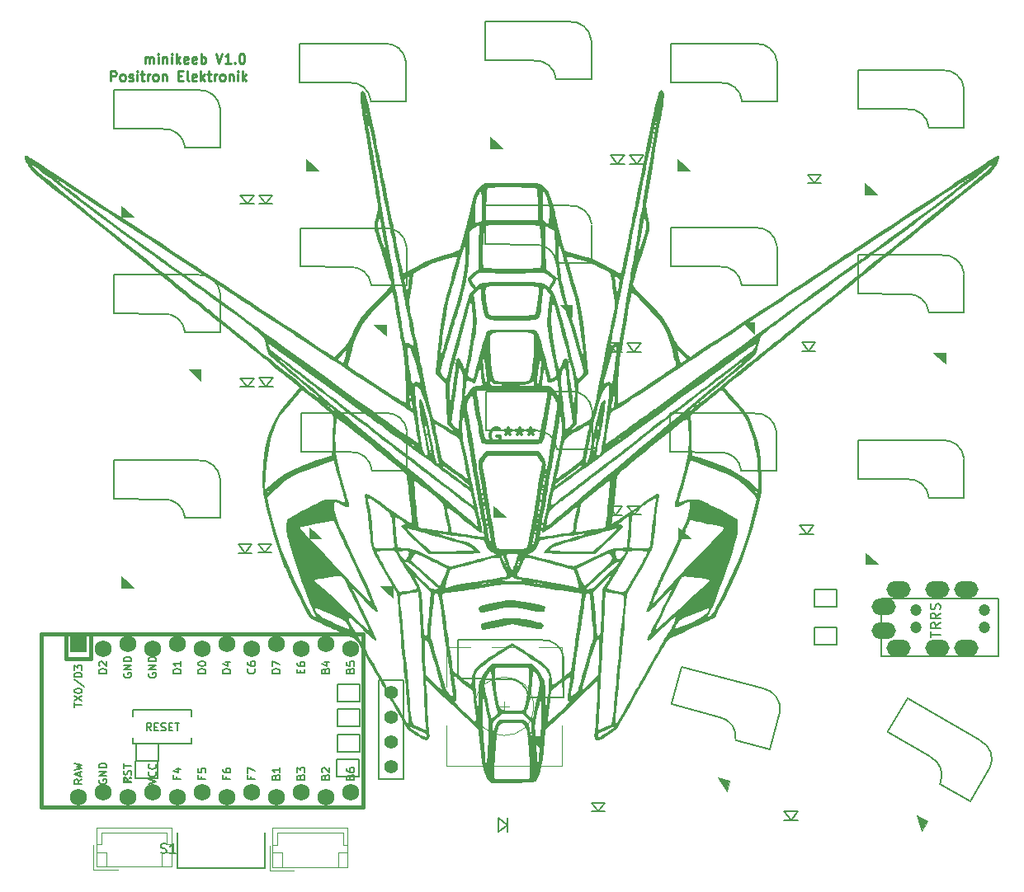
<source format=gbr>
G04 #@! TF.GenerationSoftware,KiCad,Pcbnew,7.0.1*
G04 #@! TF.CreationDate,2024-10-31T14:09:30+07:00*
G04 #@! TF.ProjectId,minikeeb,6d696e69-6b65-4656-922e-6b696361645f,rev?*
G04 #@! TF.SameCoordinates,Original*
G04 #@! TF.FileFunction,Legend,Top*
G04 #@! TF.FilePolarity,Positive*
%FSLAX46Y46*%
G04 Gerber Fmt 4.6, Leading zero omitted, Abs format (unit mm)*
G04 Created by KiCad (PCBNEW 7.0.1) date 2024-10-31 14:09:30*
%MOMM*%
%LPD*%
G01*
G04 APERTURE LIST*
%ADD10C,0.250000*%
%ADD11C,0.150000*%
%ADD12C,0.300000*%
%ADD13C,0.050000*%
%ADD14C,0.127000*%
%ADD15C,0.120000*%
%ADD16C,0.381000*%
%ADD17C,1.200000*%
%ADD18O,2.500000X1.700000*%
%ADD19C,1.397000*%
%ADD20R,1.752600X1.752600*%
%ADD21C,1.752600*%
G04 APERTURE END LIST*
D10*
X34998095Y-75377619D02*
X34998095Y-74377619D01*
X34998095Y-74377619D02*
X35379047Y-74377619D01*
X35379047Y-74377619D02*
X35474285Y-74425238D01*
X35474285Y-74425238D02*
X35521904Y-74472857D01*
X35521904Y-74472857D02*
X35569523Y-74568095D01*
X35569523Y-74568095D02*
X35569523Y-74710952D01*
X35569523Y-74710952D02*
X35521904Y-74806190D01*
X35521904Y-74806190D02*
X35474285Y-74853809D01*
X35474285Y-74853809D02*
X35379047Y-74901428D01*
X35379047Y-74901428D02*
X34998095Y-74901428D01*
X36140952Y-75377619D02*
X36045714Y-75330000D01*
X36045714Y-75330000D02*
X35998095Y-75282380D01*
X35998095Y-75282380D02*
X35950476Y-75187142D01*
X35950476Y-75187142D02*
X35950476Y-74901428D01*
X35950476Y-74901428D02*
X35998095Y-74806190D01*
X35998095Y-74806190D02*
X36045714Y-74758571D01*
X36045714Y-74758571D02*
X36140952Y-74710952D01*
X36140952Y-74710952D02*
X36283809Y-74710952D01*
X36283809Y-74710952D02*
X36379047Y-74758571D01*
X36379047Y-74758571D02*
X36426666Y-74806190D01*
X36426666Y-74806190D02*
X36474285Y-74901428D01*
X36474285Y-74901428D02*
X36474285Y-75187142D01*
X36474285Y-75187142D02*
X36426666Y-75282380D01*
X36426666Y-75282380D02*
X36379047Y-75330000D01*
X36379047Y-75330000D02*
X36283809Y-75377619D01*
X36283809Y-75377619D02*
X36140952Y-75377619D01*
X36855238Y-75330000D02*
X36950476Y-75377619D01*
X36950476Y-75377619D02*
X37140952Y-75377619D01*
X37140952Y-75377619D02*
X37236190Y-75330000D01*
X37236190Y-75330000D02*
X37283809Y-75234761D01*
X37283809Y-75234761D02*
X37283809Y-75187142D01*
X37283809Y-75187142D02*
X37236190Y-75091904D01*
X37236190Y-75091904D02*
X37140952Y-75044285D01*
X37140952Y-75044285D02*
X36998095Y-75044285D01*
X36998095Y-75044285D02*
X36902857Y-74996666D01*
X36902857Y-74996666D02*
X36855238Y-74901428D01*
X36855238Y-74901428D02*
X36855238Y-74853809D01*
X36855238Y-74853809D02*
X36902857Y-74758571D01*
X36902857Y-74758571D02*
X36998095Y-74710952D01*
X36998095Y-74710952D02*
X37140952Y-74710952D01*
X37140952Y-74710952D02*
X37236190Y-74758571D01*
X37712381Y-75377619D02*
X37712381Y-74710952D01*
X37712381Y-74377619D02*
X37664762Y-74425238D01*
X37664762Y-74425238D02*
X37712381Y-74472857D01*
X37712381Y-74472857D02*
X37760000Y-74425238D01*
X37760000Y-74425238D02*
X37712381Y-74377619D01*
X37712381Y-74377619D02*
X37712381Y-74472857D01*
X38045714Y-74710952D02*
X38426666Y-74710952D01*
X38188571Y-74377619D02*
X38188571Y-75234761D01*
X38188571Y-75234761D02*
X38236190Y-75330000D01*
X38236190Y-75330000D02*
X38331428Y-75377619D01*
X38331428Y-75377619D02*
X38426666Y-75377619D01*
X38760000Y-75377619D02*
X38760000Y-74710952D01*
X38760000Y-74901428D02*
X38807619Y-74806190D01*
X38807619Y-74806190D02*
X38855238Y-74758571D01*
X38855238Y-74758571D02*
X38950476Y-74710952D01*
X38950476Y-74710952D02*
X39045714Y-74710952D01*
X39521905Y-75377619D02*
X39426667Y-75330000D01*
X39426667Y-75330000D02*
X39379048Y-75282380D01*
X39379048Y-75282380D02*
X39331429Y-75187142D01*
X39331429Y-75187142D02*
X39331429Y-74901428D01*
X39331429Y-74901428D02*
X39379048Y-74806190D01*
X39379048Y-74806190D02*
X39426667Y-74758571D01*
X39426667Y-74758571D02*
X39521905Y-74710952D01*
X39521905Y-74710952D02*
X39664762Y-74710952D01*
X39664762Y-74710952D02*
X39760000Y-74758571D01*
X39760000Y-74758571D02*
X39807619Y-74806190D01*
X39807619Y-74806190D02*
X39855238Y-74901428D01*
X39855238Y-74901428D02*
X39855238Y-75187142D01*
X39855238Y-75187142D02*
X39807619Y-75282380D01*
X39807619Y-75282380D02*
X39760000Y-75330000D01*
X39760000Y-75330000D02*
X39664762Y-75377619D01*
X39664762Y-75377619D02*
X39521905Y-75377619D01*
X40283810Y-74710952D02*
X40283810Y-75377619D01*
X40283810Y-74806190D02*
X40331429Y-74758571D01*
X40331429Y-74758571D02*
X40426667Y-74710952D01*
X40426667Y-74710952D02*
X40569524Y-74710952D01*
X40569524Y-74710952D02*
X40664762Y-74758571D01*
X40664762Y-74758571D02*
X40712381Y-74853809D01*
X40712381Y-74853809D02*
X40712381Y-75377619D01*
X41950477Y-74853809D02*
X42283810Y-74853809D01*
X42426667Y-75377619D02*
X41950477Y-75377619D01*
X41950477Y-75377619D02*
X41950477Y-74377619D01*
X41950477Y-74377619D02*
X42426667Y-74377619D01*
X42998096Y-75377619D02*
X42902858Y-75330000D01*
X42902858Y-75330000D02*
X42855239Y-75234761D01*
X42855239Y-75234761D02*
X42855239Y-74377619D01*
X43760001Y-75330000D02*
X43664763Y-75377619D01*
X43664763Y-75377619D02*
X43474287Y-75377619D01*
X43474287Y-75377619D02*
X43379049Y-75330000D01*
X43379049Y-75330000D02*
X43331430Y-75234761D01*
X43331430Y-75234761D02*
X43331430Y-74853809D01*
X43331430Y-74853809D02*
X43379049Y-74758571D01*
X43379049Y-74758571D02*
X43474287Y-74710952D01*
X43474287Y-74710952D02*
X43664763Y-74710952D01*
X43664763Y-74710952D02*
X43760001Y-74758571D01*
X43760001Y-74758571D02*
X43807620Y-74853809D01*
X43807620Y-74853809D02*
X43807620Y-74949047D01*
X43807620Y-74949047D02*
X43331430Y-75044285D01*
X44236192Y-75377619D02*
X44236192Y-74377619D01*
X44331430Y-74996666D02*
X44617144Y-75377619D01*
X44617144Y-74710952D02*
X44236192Y-75091904D01*
X44902859Y-74710952D02*
X45283811Y-74710952D01*
X45045716Y-74377619D02*
X45045716Y-75234761D01*
X45045716Y-75234761D02*
X45093335Y-75330000D01*
X45093335Y-75330000D02*
X45188573Y-75377619D01*
X45188573Y-75377619D02*
X45283811Y-75377619D01*
X45617145Y-75377619D02*
X45617145Y-74710952D01*
X45617145Y-74901428D02*
X45664764Y-74806190D01*
X45664764Y-74806190D02*
X45712383Y-74758571D01*
X45712383Y-74758571D02*
X45807621Y-74710952D01*
X45807621Y-74710952D02*
X45902859Y-74710952D01*
X46379050Y-75377619D02*
X46283812Y-75330000D01*
X46283812Y-75330000D02*
X46236193Y-75282380D01*
X46236193Y-75282380D02*
X46188574Y-75187142D01*
X46188574Y-75187142D02*
X46188574Y-74901428D01*
X46188574Y-74901428D02*
X46236193Y-74806190D01*
X46236193Y-74806190D02*
X46283812Y-74758571D01*
X46283812Y-74758571D02*
X46379050Y-74710952D01*
X46379050Y-74710952D02*
X46521907Y-74710952D01*
X46521907Y-74710952D02*
X46617145Y-74758571D01*
X46617145Y-74758571D02*
X46664764Y-74806190D01*
X46664764Y-74806190D02*
X46712383Y-74901428D01*
X46712383Y-74901428D02*
X46712383Y-75187142D01*
X46712383Y-75187142D02*
X46664764Y-75282380D01*
X46664764Y-75282380D02*
X46617145Y-75330000D01*
X46617145Y-75330000D02*
X46521907Y-75377619D01*
X46521907Y-75377619D02*
X46379050Y-75377619D01*
X47140955Y-74710952D02*
X47140955Y-75377619D01*
X47140955Y-74806190D02*
X47188574Y-74758571D01*
X47188574Y-74758571D02*
X47283812Y-74710952D01*
X47283812Y-74710952D02*
X47426669Y-74710952D01*
X47426669Y-74710952D02*
X47521907Y-74758571D01*
X47521907Y-74758571D02*
X47569526Y-74853809D01*
X47569526Y-74853809D02*
X47569526Y-75377619D01*
X48045717Y-75377619D02*
X48045717Y-74710952D01*
X48045717Y-74377619D02*
X47998098Y-74425238D01*
X47998098Y-74425238D02*
X48045717Y-74472857D01*
X48045717Y-74472857D02*
X48093336Y-74425238D01*
X48093336Y-74425238D02*
X48045717Y-74377619D01*
X48045717Y-74377619D02*
X48045717Y-74472857D01*
X48521907Y-75377619D02*
X48521907Y-74377619D01*
X48617145Y-74996666D02*
X48902859Y-75377619D01*
X48902859Y-74710952D02*
X48521907Y-75091904D01*
X38538095Y-73577619D02*
X38538095Y-72910952D01*
X38538095Y-73006190D02*
X38585714Y-72958571D01*
X38585714Y-72958571D02*
X38680952Y-72910952D01*
X38680952Y-72910952D02*
X38823809Y-72910952D01*
X38823809Y-72910952D02*
X38919047Y-72958571D01*
X38919047Y-72958571D02*
X38966666Y-73053809D01*
X38966666Y-73053809D02*
X38966666Y-73577619D01*
X38966666Y-73053809D02*
X39014285Y-72958571D01*
X39014285Y-72958571D02*
X39109523Y-72910952D01*
X39109523Y-72910952D02*
X39252380Y-72910952D01*
X39252380Y-72910952D02*
X39347619Y-72958571D01*
X39347619Y-72958571D02*
X39395238Y-73053809D01*
X39395238Y-73053809D02*
X39395238Y-73577619D01*
X39871428Y-73577619D02*
X39871428Y-72910952D01*
X39871428Y-72577619D02*
X39823809Y-72625238D01*
X39823809Y-72625238D02*
X39871428Y-72672857D01*
X39871428Y-72672857D02*
X39919047Y-72625238D01*
X39919047Y-72625238D02*
X39871428Y-72577619D01*
X39871428Y-72577619D02*
X39871428Y-72672857D01*
X40347618Y-72910952D02*
X40347618Y-73577619D01*
X40347618Y-73006190D02*
X40395237Y-72958571D01*
X40395237Y-72958571D02*
X40490475Y-72910952D01*
X40490475Y-72910952D02*
X40633332Y-72910952D01*
X40633332Y-72910952D02*
X40728570Y-72958571D01*
X40728570Y-72958571D02*
X40776189Y-73053809D01*
X40776189Y-73053809D02*
X40776189Y-73577619D01*
X41252380Y-73577619D02*
X41252380Y-72910952D01*
X41252380Y-72577619D02*
X41204761Y-72625238D01*
X41204761Y-72625238D02*
X41252380Y-72672857D01*
X41252380Y-72672857D02*
X41299999Y-72625238D01*
X41299999Y-72625238D02*
X41252380Y-72577619D01*
X41252380Y-72577619D02*
X41252380Y-72672857D01*
X41728570Y-73577619D02*
X41728570Y-72577619D01*
X41823808Y-73196666D02*
X42109522Y-73577619D01*
X42109522Y-72910952D02*
X41728570Y-73291904D01*
X42919046Y-73530000D02*
X42823808Y-73577619D01*
X42823808Y-73577619D02*
X42633332Y-73577619D01*
X42633332Y-73577619D02*
X42538094Y-73530000D01*
X42538094Y-73530000D02*
X42490475Y-73434761D01*
X42490475Y-73434761D02*
X42490475Y-73053809D01*
X42490475Y-73053809D02*
X42538094Y-72958571D01*
X42538094Y-72958571D02*
X42633332Y-72910952D01*
X42633332Y-72910952D02*
X42823808Y-72910952D01*
X42823808Y-72910952D02*
X42919046Y-72958571D01*
X42919046Y-72958571D02*
X42966665Y-73053809D01*
X42966665Y-73053809D02*
X42966665Y-73149047D01*
X42966665Y-73149047D02*
X42490475Y-73244285D01*
X43776189Y-73530000D02*
X43680951Y-73577619D01*
X43680951Y-73577619D02*
X43490475Y-73577619D01*
X43490475Y-73577619D02*
X43395237Y-73530000D01*
X43395237Y-73530000D02*
X43347618Y-73434761D01*
X43347618Y-73434761D02*
X43347618Y-73053809D01*
X43347618Y-73053809D02*
X43395237Y-72958571D01*
X43395237Y-72958571D02*
X43490475Y-72910952D01*
X43490475Y-72910952D02*
X43680951Y-72910952D01*
X43680951Y-72910952D02*
X43776189Y-72958571D01*
X43776189Y-72958571D02*
X43823808Y-73053809D01*
X43823808Y-73053809D02*
X43823808Y-73149047D01*
X43823808Y-73149047D02*
X43347618Y-73244285D01*
X44252380Y-73577619D02*
X44252380Y-72577619D01*
X44252380Y-72958571D02*
X44347618Y-72910952D01*
X44347618Y-72910952D02*
X44538094Y-72910952D01*
X44538094Y-72910952D02*
X44633332Y-72958571D01*
X44633332Y-72958571D02*
X44680951Y-73006190D01*
X44680951Y-73006190D02*
X44728570Y-73101428D01*
X44728570Y-73101428D02*
X44728570Y-73387142D01*
X44728570Y-73387142D02*
X44680951Y-73482380D01*
X44680951Y-73482380D02*
X44633332Y-73530000D01*
X44633332Y-73530000D02*
X44538094Y-73577619D01*
X44538094Y-73577619D02*
X44347618Y-73577619D01*
X44347618Y-73577619D02*
X44252380Y-73530000D01*
X45776190Y-72577619D02*
X46109523Y-73577619D01*
X46109523Y-73577619D02*
X46442856Y-72577619D01*
X47299999Y-73577619D02*
X46728571Y-73577619D01*
X47014285Y-73577619D02*
X47014285Y-72577619D01*
X47014285Y-72577619D02*
X46919047Y-72720476D01*
X46919047Y-72720476D02*
X46823809Y-72815714D01*
X46823809Y-72815714D02*
X46728571Y-72863333D01*
X47728571Y-73482380D02*
X47776190Y-73530000D01*
X47776190Y-73530000D02*
X47728571Y-73577619D01*
X47728571Y-73577619D02*
X47680952Y-73530000D01*
X47680952Y-73530000D02*
X47728571Y-73482380D01*
X47728571Y-73482380D02*
X47728571Y-73577619D01*
X48395237Y-72577619D02*
X48490475Y-72577619D01*
X48490475Y-72577619D02*
X48585713Y-72625238D01*
X48585713Y-72625238D02*
X48633332Y-72672857D01*
X48633332Y-72672857D02*
X48680951Y-72768095D01*
X48680951Y-72768095D02*
X48728570Y-72958571D01*
X48728570Y-72958571D02*
X48728570Y-73196666D01*
X48728570Y-73196666D02*
X48680951Y-73387142D01*
X48680951Y-73387142D02*
X48633332Y-73482380D01*
X48633332Y-73482380D02*
X48585713Y-73530000D01*
X48585713Y-73530000D02*
X48490475Y-73577619D01*
X48490475Y-73577619D02*
X48395237Y-73577619D01*
X48395237Y-73577619D02*
X48299999Y-73530000D01*
X48299999Y-73530000D02*
X48252380Y-73482380D01*
X48252380Y-73482380D02*
X48204761Y-73387142D01*
X48204761Y-73387142D02*
X48157142Y-73196666D01*
X48157142Y-73196666D02*
X48157142Y-72958571D01*
X48157142Y-72958571D02*
X48204761Y-72768095D01*
X48204761Y-72768095D02*
X48252380Y-72672857D01*
X48252380Y-72672857D02*
X48299999Y-72625238D01*
X48299999Y-72625238D02*
X48395237Y-72577619D01*
D11*
X119112619Y-132511904D02*
X119112619Y-131940476D01*
X120112619Y-132226190D02*
X119112619Y-132226190D01*
X120112619Y-131035714D02*
X119636428Y-131369047D01*
X120112619Y-131607142D02*
X119112619Y-131607142D01*
X119112619Y-131607142D02*
X119112619Y-131226190D01*
X119112619Y-131226190D02*
X119160238Y-131130952D01*
X119160238Y-131130952D02*
X119207857Y-131083333D01*
X119207857Y-131083333D02*
X119303095Y-131035714D01*
X119303095Y-131035714D02*
X119445952Y-131035714D01*
X119445952Y-131035714D02*
X119541190Y-131083333D01*
X119541190Y-131083333D02*
X119588809Y-131130952D01*
X119588809Y-131130952D02*
X119636428Y-131226190D01*
X119636428Y-131226190D02*
X119636428Y-131607142D01*
X120112619Y-130035714D02*
X119636428Y-130369047D01*
X120112619Y-130607142D02*
X119112619Y-130607142D01*
X119112619Y-130607142D02*
X119112619Y-130226190D01*
X119112619Y-130226190D02*
X119160238Y-130130952D01*
X119160238Y-130130952D02*
X119207857Y-130083333D01*
X119207857Y-130083333D02*
X119303095Y-130035714D01*
X119303095Y-130035714D02*
X119445952Y-130035714D01*
X119445952Y-130035714D02*
X119541190Y-130083333D01*
X119541190Y-130083333D02*
X119588809Y-130130952D01*
X119588809Y-130130952D02*
X119636428Y-130226190D01*
X119636428Y-130226190D02*
X119636428Y-130607142D01*
X120065000Y-129654761D02*
X120112619Y-129511904D01*
X120112619Y-129511904D02*
X120112619Y-129273809D01*
X120112619Y-129273809D02*
X120065000Y-129178571D01*
X120065000Y-129178571D02*
X120017380Y-129130952D01*
X120017380Y-129130952D02*
X119922142Y-129083333D01*
X119922142Y-129083333D02*
X119826904Y-129083333D01*
X119826904Y-129083333D02*
X119731666Y-129130952D01*
X119731666Y-129130952D02*
X119684047Y-129178571D01*
X119684047Y-129178571D02*
X119636428Y-129273809D01*
X119636428Y-129273809D02*
X119588809Y-129464285D01*
X119588809Y-129464285D02*
X119541190Y-129559523D01*
X119541190Y-129559523D02*
X119493571Y-129607142D01*
X119493571Y-129607142D02*
X119398333Y-129654761D01*
X119398333Y-129654761D02*
X119303095Y-129654761D01*
X119303095Y-129654761D02*
X119207857Y-129607142D01*
X119207857Y-129607142D02*
X119160238Y-129559523D01*
X119160238Y-129559523D02*
X119112619Y-129464285D01*
X119112619Y-129464285D02*
X119112619Y-129226190D01*
X119112619Y-129226190D02*
X119160238Y-129083333D01*
X40138542Y-154660179D02*
X40281504Y-154707832D01*
X40281504Y-154707832D02*
X40519773Y-154707832D01*
X40519773Y-154707832D02*
X40615081Y-154660179D01*
X40615081Y-154660179D02*
X40662735Y-154612525D01*
X40662735Y-154612525D02*
X40710389Y-154517217D01*
X40710389Y-154517217D02*
X40710389Y-154421909D01*
X40710389Y-154421909D02*
X40662735Y-154326601D01*
X40662735Y-154326601D02*
X40615081Y-154278947D01*
X40615081Y-154278947D02*
X40519773Y-154231293D01*
X40519773Y-154231293D02*
X40329158Y-154183639D01*
X40329158Y-154183639D02*
X40233850Y-154135986D01*
X40233850Y-154135986D02*
X40186196Y-154088332D01*
X40186196Y-154088332D02*
X40138542Y-153993024D01*
X40138542Y-153993024D02*
X40138542Y-153897716D01*
X40138542Y-153897716D02*
X40186196Y-153802408D01*
X40186196Y-153802408D02*
X40233850Y-153754754D01*
X40233850Y-153754754D02*
X40329158Y-153707100D01*
X40329158Y-153707100D02*
X40567427Y-153707100D01*
X40567427Y-153707100D02*
X40710389Y-153754754D01*
X41663467Y-154707832D02*
X41091620Y-154707832D01*
X41377544Y-154707832D02*
X41377544Y-153707100D01*
X41377544Y-153707100D02*
X41282236Y-153850062D01*
X41282236Y-153850062D02*
X41186928Y-153945370D01*
X41186928Y-153945370D02*
X41091620Y-153993024D01*
X39138095Y-142130095D02*
X38871428Y-141749142D01*
X38680952Y-142130095D02*
X38680952Y-141330095D01*
X38680952Y-141330095D02*
X38985714Y-141330095D01*
X38985714Y-141330095D02*
X39061904Y-141368190D01*
X39061904Y-141368190D02*
X39099999Y-141406285D01*
X39099999Y-141406285D02*
X39138095Y-141482476D01*
X39138095Y-141482476D02*
X39138095Y-141596761D01*
X39138095Y-141596761D02*
X39099999Y-141672952D01*
X39099999Y-141672952D02*
X39061904Y-141711047D01*
X39061904Y-141711047D02*
X38985714Y-141749142D01*
X38985714Y-141749142D02*
X38680952Y-141749142D01*
X39480952Y-141711047D02*
X39747618Y-141711047D01*
X39861904Y-142130095D02*
X39480952Y-142130095D01*
X39480952Y-142130095D02*
X39480952Y-141330095D01*
X39480952Y-141330095D02*
X39861904Y-141330095D01*
X40166666Y-142092000D02*
X40280952Y-142130095D01*
X40280952Y-142130095D02*
X40471428Y-142130095D01*
X40471428Y-142130095D02*
X40547619Y-142092000D01*
X40547619Y-142092000D02*
X40585714Y-142053904D01*
X40585714Y-142053904D02*
X40623809Y-141977714D01*
X40623809Y-141977714D02*
X40623809Y-141901523D01*
X40623809Y-141901523D02*
X40585714Y-141825333D01*
X40585714Y-141825333D02*
X40547619Y-141787238D01*
X40547619Y-141787238D02*
X40471428Y-141749142D01*
X40471428Y-141749142D02*
X40319047Y-141711047D01*
X40319047Y-141711047D02*
X40242857Y-141672952D01*
X40242857Y-141672952D02*
X40204762Y-141634857D01*
X40204762Y-141634857D02*
X40166666Y-141558666D01*
X40166666Y-141558666D02*
X40166666Y-141482476D01*
X40166666Y-141482476D02*
X40204762Y-141406285D01*
X40204762Y-141406285D02*
X40242857Y-141368190D01*
X40242857Y-141368190D02*
X40319047Y-141330095D01*
X40319047Y-141330095D02*
X40509524Y-141330095D01*
X40509524Y-141330095D02*
X40623809Y-141368190D01*
X40966667Y-141711047D02*
X41233333Y-141711047D01*
X41347619Y-142130095D02*
X40966667Y-142130095D01*
X40966667Y-142130095D02*
X40966667Y-141330095D01*
X40966667Y-141330095D02*
X41347619Y-141330095D01*
X41576191Y-141330095D02*
X42033334Y-141330095D01*
X41804762Y-142130095D02*
X41804762Y-141330095D01*
D12*
X74837428Y-111095602D02*
X74692286Y-111023031D01*
X74692286Y-111023031D02*
X74474571Y-111023031D01*
X74474571Y-111023031D02*
X74256857Y-111095602D01*
X74256857Y-111095602D02*
X74111714Y-111240745D01*
X74111714Y-111240745D02*
X74039143Y-111385888D01*
X74039143Y-111385888D02*
X73966571Y-111676174D01*
X73966571Y-111676174D02*
X73966571Y-111893888D01*
X73966571Y-111893888D02*
X74039143Y-112184174D01*
X74039143Y-112184174D02*
X74111714Y-112329317D01*
X74111714Y-112329317D02*
X74256857Y-112474460D01*
X74256857Y-112474460D02*
X74474571Y-112547031D01*
X74474571Y-112547031D02*
X74619714Y-112547031D01*
X74619714Y-112547031D02*
X74837428Y-112474460D01*
X74837428Y-112474460D02*
X74910000Y-112401888D01*
X74910000Y-112401888D02*
X74910000Y-111893888D01*
X74910000Y-111893888D02*
X74619714Y-111893888D01*
X75780857Y-111023031D02*
X75780857Y-111385888D01*
X75418000Y-111240745D02*
X75780857Y-111385888D01*
X75780857Y-111385888D02*
X76143714Y-111240745D01*
X75563143Y-111676174D02*
X75780857Y-111385888D01*
X75780857Y-111385888D02*
X75998571Y-111676174D01*
X76942000Y-111023031D02*
X76942000Y-111385888D01*
X76579143Y-111240745D02*
X76942000Y-111385888D01*
X76942000Y-111385888D02*
X77304857Y-111240745D01*
X76724286Y-111676174D02*
X76942000Y-111385888D01*
X76942000Y-111385888D02*
X77159714Y-111676174D01*
X78103143Y-111023031D02*
X78103143Y-111385888D01*
X77740286Y-111240745D02*
X78103143Y-111385888D01*
X78103143Y-111385888D02*
X78466000Y-111240745D01*
X77885429Y-111676174D02*
X78103143Y-111385888D01*
X78103143Y-111385888D02*
X78320857Y-111676174D01*
D11*
X59571047Y-146864809D02*
X59609142Y-146750523D01*
X59609142Y-146750523D02*
X59647238Y-146712428D01*
X59647238Y-146712428D02*
X59723428Y-146674332D01*
X59723428Y-146674332D02*
X59837714Y-146674332D01*
X59837714Y-146674332D02*
X59913904Y-146712428D01*
X59913904Y-146712428D02*
X59952000Y-146750523D01*
X59952000Y-146750523D02*
X59990095Y-146826713D01*
X59990095Y-146826713D02*
X59990095Y-147131475D01*
X59990095Y-147131475D02*
X59190095Y-147131475D01*
X59190095Y-147131475D02*
X59190095Y-146864809D01*
X59190095Y-146864809D02*
X59228190Y-146788618D01*
X59228190Y-146788618D02*
X59266285Y-146750523D01*
X59266285Y-146750523D02*
X59342476Y-146712428D01*
X59342476Y-146712428D02*
X59418666Y-146712428D01*
X59418666Y-146712428D02*
X59494857Y-146750523D01*
X59494857Y-146750523D02*
X59532952Y-146788618D01*
X59532952Y-146788618D02*
X59571047Y-146864809D01*
X59571047Y-146864809D02*
X59571047Y-147131475D01*
X59190095Y-145988618D02*
X59190095Y-146140999D01*
X59190095Y-146140999D02*
X59228190Y-146217190D01*
X59228190Y-146217190D02*
X59266285Y-146255285D01*
X59266285Y-146255285D02*
X59380571Y-146331475D01*
X59380571Y-146331475D02*
X59532952Y-146369571D01*
X59532952Y-146369571D02*
X59837714Y-146369571D01*
X59837714Y-146369571D02*
X59913904Y-146331475D01*
X59913904Y-146331475D02*
X59952000Y-146293380D01*
X59952000Y-146293380D02*
X59990095Y-146217190D01*
X59990095Y-146217190D02*
X59990095Y-146064809D01*
X59990095Y-146064809D02*
X59952000Y-145988618D01*
X59952000Y-145988618D02*
X59913904Y-145950523D01*
X59913904Y-145950523D02*
X59837714Y-145912428D01*
X59837714Y-145912428D02*
X59647238Y-145912428D01*
X59647238Y-145912428D02*
X59571047Y-145950523D01*
X59571047Y-145950523D02*
X59532952Y-145988618D01*
X59532952Y-145988618D02*
X59494857Y-146064809D01*
X59494857Y-146064809D02*
X59494857Y-146217190D01*
X59494857Y-146217190D02*
X59532952Y-146293380D01*
X59532952Y-146293380D02*
X59571047Y-146331475D01*
X59571047Y-146331475D02*
X59647238Y-146369571D01*
X42210095Y-136209475D02*
X41410095Y-136209475D01*
X41410095Y-136209475D02*
X41410095Y-136018999D01*
X41410095Y-136018999D02*
X41448190Y-135904713D01*
X41448190Y-135904713D02*
X41524380Y-135828523D01*
X41524380Y-135828523D02*
X41600571Y-135790428D01*
X41600571Y-135790428D02*
X41752952Y-135752332D01*
X41752952Y-135752332D02*
X41867238Y-135752332D01*
X41867238Y-135752332D02*
X42019619Y-135790428D01*
X42019619Y-135790428D02*
X42095809Y-135828523D01*
X42095809Y-135828523D02*
X42172000Y-135904713D01*
X42172000Y-135904713D02*
X42210095Y-136018999D01*
X42210095Y-136018999D02*
X42210095Y-136209475D01*
X42210095Y-134990428D02*
X42210095Y-135447571D01*
X42210095Y-135218999D02*
X41410095Y-135218999D01*
X41410095Y-135218999D02*
X41524380Y-135295190D01*
X41524380Y-135295190D02*
X41600571Y-135371380D01*
X41600571Y-135371380D02*
X41638666Y-135447571D01*
X47290095Y-136209475D02*
X46490095Y-136209475D01*
X46490095Y-136209475D02*
X46490095Y-136018999D01*
X46490095Y-136018999D02*
X46528190Y-135904713D01*
X46528190Y-135904713D02*
X46604380Y-135828523D01*
X46604380Y-135828523D02*
X46680571Y-135790428D01*
X46680571Y-135790428D02*
X46832952Y-135752332D01*
X46832952Y-135752332D02*
X46947238Y-135752332D01*
X46947238Y-135752332D02*
X47099619Y-135790428D01*
X47099619Y-135790428D02*
X47175809Y-135828523D01*
X47175809Y-135828523D02*
X47252000Y-135904713D01*
X47252000Y-135904713D02*
X47290095Y-136018999D01*
X47290095Y-136018999D02*
X47290095Y-136209475D01*
X46756761Y-135066618D02*
X47290095Y-135066618D01*
X46452000Y-135257094D02*
X47023428Y-135447571D01*
X47023428Y-135447571D02*
X47023428Y-134952332D01*
X57031047Y-146864809D02*
X57069142Y-146750523D01*
X57069142Y-146750523D02*
X57107238Y-146712428D01*
X57107238Y-146712428D02*
X57183428Y-146674332D01*
X57183428Y-146674332D02*
X57297714Y-146674332D01*
X57297714Y-146674332D02*
X57373904Y-146712428D01*
X57373904Y-146712428D02*
X57412000Y-146750523D01*
X57412000Y-146750523D02*
X57450095Y-146826713D01*
X57450095Y-146826713D02*
X57450095Y-147131475D01*
X57450095Y-147131475D02*
X56650095Y-147131475D01*
X56650095Y-147131475D02*
X56650095Y-146864809D01*
X56650095Y-146864809D02*
X56688190Y-146788618D01*
X56688190Y-146788618D02*
X56726285Y-146750523D01*
X56726285Y-146750523D02*
X56802476Y-146712428D01*
X56802476Y-146712428D02*
X56878666Y-146712428D01*
X56878666Y-146712428D02*
X56954857Y-146750523D01*
X56954857Y-146750523D02*
X56992952Y-146788618D01*
X56992952Y-146788618D02*
X57031047Y-146864809D01*
X57031047Y-146864809D02*
X57031047Y-147131475D01*
X56726285Y-146369571D02*
X56688190Y-146331475D01*
X56688190Y-146331475D02*
X56650095Y-146255285D01*
X56650095Y-146255285D02*
X56650095Y-146064809D01*
X56650095Y-146064809D02*
X56688190Y-145988618D01*
X56688190Y-145988618D02*
X56726285Y-145950523D01*
X56726285Y-145950523D02*
X56802476Y-145912428D01*
X56802476Y-145912428D02*
X56878666Y-145912428D01*
X56878666Y-145912428D02*
X56992952Y-145950523D01*
X56992952Y-145950523D02*
X57450095Y-146407666D01*
X57450095Y-146407666D02*
X57450095Y-145912428D01*
X59571047Y-135942809D02*
X59609142Y-135828523D01*
X59609142Y-135828523D02*
X59647238Y-135790428D01*
X59647238Y-135790428D02*
X59723428Y-135752332D01*
X59723428Y-135752332D02*
X59837714Y-135752332D01*
X59837714Y-135752332D02*
X59913904Y-135790428D01*
X59913904Y-135790428D02*
X59952000Y-135828523D01*
X59952000Y-135828523D02*
X59990095Y-135904713D01*
X59990095Y-135904713D02*
X59990095Y-136209475D01*
X59990095Y-136209475D02*
X59190095Y-136209475D01*
X59190095Y-136209475D02*
X59190095Y-135942809D01*
X59190095Y-135942809D02*
X59228190Y-135866618D01*
X59228190Y-135866618D02*
X59266285Y-135828523D01*
X59266285Y-135828523D02*
X59342476Y-135790428D01*
X59342476Y-135790428D02*
X59418666Y-135790428D01*
X59418666Y-135790428D02*
X59494857Y-135828523D01*
X59494857Y-135828523D02*
X59532952Y-135866618D01*
X59532952Y-135866618D02*
X59571047Y-135942809D01*
X59571047Y-135942809D02*
X59571047Y-136209475D01*
X59190095Y-135028523D02*
X59190095Y-135409475D01*
X59190095Y-135409475D02*
X59571047Y-135447571D01*
X59571047Y-135447571D02*
X59532952Y-135409475D01*
X59532952Y-135409475D02*
X59494857Y-135333285D01*
X59494857Y-135333285D02*
X59494857Y-135142809D01*
X59494857Y-135142809D02*
X59532952Y-135066618D01*
X59532952Y-135066618D02*
X59571047Y-135028523D01*
X59571047Y-135028523D02*
X59647238Y-134990428D01*
X59647238Y-134990428D02*
X59837714Y-134990428D01*
X59837714Y-134990428D02*
X59913904Y-135028523D01*
X59913904Y-135028523D02*
X59952000Y-135066618D01*
X59952000Y-135066618D02*
X59990095Y-135142809D01*
X59990095Y-135142809D02*
X59990095Y-135333285D01*
X59990095Y-135333285D02*
X59952000Y-135409475D01*
X59952000Y-135409475D02*
X59913904Y-135447571D01*
X38870095Y-147607666D02*
X39670095Y-147340999D01*
X39670095Y-147340999D02*
X38870095Y-147074333D01*
X39593904Y-146350523D02*
X39632000Y-146388619D01*
X39632000Y-146388619D02*
X39670095Y-146502904D01*
X39670095Y-146502904D02*
X39670095Y-146579095D01*
X39670095Y-146579095D02*
X39632000Y-146693381D01*
X39632000Y-146693381D02*
X39555809Y-146769571D01*
X39555809Y-146769571D02*
X39479619Y-146807666D01*
X39479619Y-146807666D02*
X39327238Y-146845762D01*
X39327238Y-146845762D02*
X39212952Y-146845762D01*
X39212952Y-146845762D02*
X39060571Y-146807666D01*
X39060571Y-146807666D02*
X38984380Y-146769571D01*
X38984380Y-146769571D02*
X38908190Y-146693381D01*
X38908190Y-146693381D02*
X38870095Y-146579095D01*
X38870095Y-146579095D02*
X38870095Y-146502904D01*
X38870095Y-146502904D02*
X38908190Y-146388619D01*
X38908190Y-146388619D02*
X38946285Y-146350523D01*
X39593904Y-145550523D02*
X39632000Y-145588619D01*
X39632000Y-145588619D02*
X39670095Y-145702904D01*
X39670095Y-145702904D02*
X39670095Y-145779095D01*
X39670095Y-145779095D02*
X39632000Y-145893381D01*
X39632000Y-145893381D02*
X39555809Y-145969571D01*
X39555809Y-145969571D02*
X39479619Y-146007666D01*
X39479619Y-146007666D02*
X39327238Y-146045762D01*
X39327238Y-146045762D02*
X39212952Y-146045762D01*
X39212952Y-146045762D02*
X39060571Y-146007666D01*
X39060571Y-146007666D02*
X38984380Y-145969571D01*
X38984380Y-145969571D02*
X38908190Y-145893381D01*
X38908190Y-145893381D02*
X38870095Y-145779095D01*
X38870095Y-145779095D02*
X38870095Y-145702904D01*
X38870095Y-145702904D02*
X38908190Y-145588619D01*
X38908190Y-145588619D02*
X38946285Y-145550523D01*
X51951047Y-146864809D02*
X51989142Y-146750523D01*
X51989142Y-146750523D02*
X52027238Y-146712428D01*
X52027238Y-146712428D02*
X52103428Y-146674332D01*
X52103428Y-146674332D02*
X52217714Y-146674332D01*
X52217714Y-146674332D02*
X52293904Y-146712428D01*
X52293904Y-146712428D02*
X52332000Y-146750523D01*
X52332000Y-146750523D02*
X52370095Y-146826713D01*
X52370095Y-146826713D02*
X52370095Y-147131475D01*
X52370095Y-147131475D02*
X51570095Y-147131475D01*
X51570095Y-147131475D02*
X51570095Y-146864809D01*
X51570095Y-146864809D02*
X51608190Y-146788618D01*
X51608190Y-146788618D02*
X51646285Y-146750523D01*
X51646285Y-146750523D02*
X51722476Y-146712428D01*
X51722476Y-146712428D02*
X51798666Y-146712428D01*
X51798666Y-146712428D02*
X51874857Y-146750523D01*
X51874857Y-146750523D02*
X51912952Y-146788618D01*
X51912952Y-146788618D02*
X51951047Y-146864809D01*
X51951047Y-146864809D02*
X51951047Y-147131475D01*
X52370095Y-145912428D02*
X52370095Y-146369571D01*
X52370095Y-146140999D02*
X51570095Y-146140999D01*
X51570095Y-146140999D02*
X51684380Y-146217190D01*
X51684380Y-146217190D02*
X51760571Y-146293380D01*
X51760571Y-146293380D02*
X51798666Y-146369571D01*
X34590095Y-136209475D02*
X33790095Y-136209475D01*
X33790095Y-136209475D02*
X33790095Y-136018999D01*
X33790095Y-136018999D02*
X33828190Y-135904713D01*
X33828190Y-135904713D02*
X33904380Y-135828523D01*
X33904380Y-135828523D02*
X33980571Y-135790428D01*
X33980571Y-135790428D02*
X34132952Y-135752332D01*
X34132952Y-135752332D02*
X34247238Y-135752332D01*
X34247238Y-135752332D02*
X34399619Y-135790428D01*
X34399619Y-135790428D02*
X34475809Y-135828523D01*
X34475809Y-135828523D02*
X34552000Y-135904713D01*
X34552000Y-135904713D02*
X34590095Y-136018999D01*
X34590095Y-136018999D02*
X34590095Y-136209475D01*
X33866285Y-135447571D02*
X33828190Y-135409475D01*
X33828190Y-135409475D02*
X33790095Y-135333285D01*
X33790095Y-135333285D02*
X33790095Y-135142809D01*
X33790095Y-135142809D02*
X33828190Y-135066618D01*
X33828190Y-135066618D02*
X33866285Y-135028523D01*
X33866285Y-135028523D02*
X33942476Y-134990428D01*
X33942476Y-134990428D02*
X34018666Y-134990428D01*
X34018666Y-134990428D02*
X34132952Y-135028523D01*
X34132952Y-135028523D02*
X34590095Y-135485666D01*
X34590095Y-135485666D02*
X34590095Y-134990428D01*
X32050095Y-147093380D02*
X31669142Y-147360047D01*
X32050095Y-147550523D02*
X31250095Y-147550523D01*
X31250095Y-147550523D02*
X31250095Y-147245761D01*
X31250095Y-147245761D02*
X31288190Y-147169571D01*
X31288190Y-147169571D02*
X31326285Y-147131476D01*
X31326285Y-147131476D02*
X31402476Y-147093380D01*
X31402476Y-147093380D02*
X31516761Y-147093380D01*
X31516761Y-147093380D02*
X31592952Y-147131476D01*
X31592952Y-147131476D02*
X31631047Y-147169571D01*
X31631047Y-147169571D02*
X31669142Y-147245761D01*
X31669142Y-147245761D02*
X31669142Y-147550523D01*
X31821523Y-146788619D02*
X31821523Y-146407666D01*
X32050095Y-146864809D02*
X31250095Y-146598142D01*
X31250095Y-146598142D02*
X32050095Y-146331476D01*
X31250095Y-146141000D02*
X32050095Y-145950524D01*
X32050095Y-145950524D02*
X31478666Y-145798143D01*
X31478666Y-145798143D02*
X32050095Y-145645762D01*
X32050095Y-145645762D02*
X31250095Y-145455286D01*
X41791047Y-146807666D02*
X41791047Y-147074332D01*
X42210095Y-147074332D02*
X41410095Y-147074332D01*
X41410095Y-147074332D02*
X41410095Y-146693380D01*
X41676761Y-146045761D02*
X42210095Y-146045761D01*
X41372000Y-146236237D02*
X41943428Y-146426714D01*
X41943428Y-146426714D02*
X41943428Y-145931475D01*
X52370095Y-136209475D02*
X51570095Y-136209475D01*
X51570095Y-136209475D02*
X51570095Y-136018999D01*
X51570095Y-136018999D02*
X51608190Y-135904713D01*
X51608190Y-135904713D02*
X51684380Y-135828523D01*
X51684380Y-135828523D02*
X51760571Y-135790428D01*
X51760571Y-135790428D02*
X51912952Y-135752332D01*
X51912952Y-135752332D02*
X52027238Y-135752332D01*
X52027238Y-135752332D02*
X52179619Y-135790428D01*
X52179619Y-135790428D02*
X52255809Y-135828523D01*
X52255809Y-135828523D02*
X52332000Y-135904713D01*
X52332000Y-135904713D02*
X52370095Y-136018999D01*
X52370095Y-136018999D02*
X52370095Y-136209475D01*
X51570095Y-135485666D02*
X51570095Y-134952332D01*
X51570095Y-134952332D02*
X52370095Y-135295190D01*
X36368190Y-136228523D02*
X36330095Y-136304713D01*
X36330095Y-136304713D02*
X36330095Y-136418999D01*
X36330095Y-136418999D02*
X36368190Y-136533285D01*
X36368190Y-136533285D02*
X36444380Y-136609475D01*
X36444380Y-136609475D02*
X36520571Y-136647570D01*
X36520571Y-136647570D02*
X36672952Y-136685666D01*
X36672952Y-136685666D02*
X36787238Y-136685666D01*
X36787238Y-136685666D02*
X36939619Y-136647570D01*
X36939619Y-136647570D02*
X37015809Y-136609475D01*
X37015809Y-136609475D02*
X37092000Y-136533285D01*
X37092000Y-136533285D02*
X37130095Y-136418999D01*
X37130095Y-136418999D02*
X37130095Y-136342808D01*
X37130095Y-136342808D02*
X37092000Y-136228523D01*
X37092000Y-136228523D02*
X37053904Y-136190427D01*
X37053904Y-136190427D02*
X36787238Y-136190427D01*
X36787238Y-136190427D02*
X36787238Y-136342808D01*
X37130095Y-135847570D02*
X36330095Y-135847570D01*
X36330095Y-135847570D02*
X37130095Y-135390427D01*
X37130095Y-135390427D02*
X36330095Y-135390427D01*
X37130095Y-135009475D02*
X36330095Y-135009475D01*
X36330095Y-135009475D02*
X36330095Y-134818999D01*
X36330095Y-134818999D02*
X36368190Y-134704713D01*
X36368190Y-134704713D02*
X36444380Y-134628523D01*
X36444380Y-134628523D02*
X36520571Y-134590428D01*
X36520571Y-134590428D02*
X36672952Y-134552332D01*
X36672952Y-134552332D02*
X36787238Y-134552332D01*
X36787238Y-134552332D02*
X36939619Y-134590428D01*
X36939619Y-134590428D02*
X37015809Y-134628523D01*
X37015809Y-134628523D02*
X37092000Y-134704713D01*
X37092000Y-134704713D02*
X37130095Y-134818999D01*
X37130095Y-134818999D02*
X37130095Y-135009475D01*
X49753904Y-135752332D02*
X49792000Y-135790428D01*
X49792000Y-135790428D02*
X49830095Y-135904713D01*
X49830095Y-135904713D02*
X49830095Y-135980904D01*
X49830095Y-135980904D02*
X49792000Y-136095190D01*
X49792000Y-136095190D02*
X49715809Y-136171380D01*
X49715809Y-136171380D02*
X49639619Y-136209475D01*
X49639619Y-136209475D02*
X49487238Y-136247571D01*
X49487238Y-136247571D02*
X49372952Y-136247571D01*
X49372952Y-136247571D02*
X49220571Y-136209475D01*
X49220571Y-136209475D02*
X49144380Y-136171380D01*
X49144380Y-136171380D02*
X49068190Y-136095190D01*
X49068190Y-136095190D02*
X49030095Y-135980904D01*
X49030095Y-135980904D02*
X49030095Y-135904713D01*
X49030095Y-135904713D02*
X49068190Y-135790428D01*
X49068190Y-135790428D02*
X49106285Y-135752332D01*
X49030095Y-135066618D02*
X49030095Y-135218999D01*
X49030095Y-135218999D02*
X49068190Y-135295190D01*
X49068190Y-135295190D02*
X49106285Y-135333285D01*
X49106285Y-135333285D02*
X49220571Y-135409475D01*
X49220571Y-135409475D02*
X49372952Y-135447571D01*
X49372952Y-135447571D02*
X49677714Y-135447571D01*
X49677714Y-135447571D02*
X49753904Y-135409475D01*
X49753904Y-135409475D02*
X49792000Y-135371380D01*
X49792000Y-135371380D02*
X49830095Y-135295190D01*
X49830095Y-135295190D02*
X49830095Y-135142809D01*
X49830095Y-135142809D02*
X49792000Y-135066618D01*
X49792000Y-135066618D02*
X49753904Y-135028523D01*
X49753904Y-135028523D02*
X49677714Y-134990428D01*
X49677714Y-134990428D02*
X49487238Y-134990428D01*
X49487238Y-134990428D02*
X49411047Y-135028523D01*
X49411047Y-135028523D02*
X49372952Y-135066618D01*
X49372952Y-135066618D02*
X49334857Y-135142809D01*
X49334857Y-135142809D02*
X49334857Y-135295190D01*
X49334857Y-135295190D02*
X49372952Y-135371380D01*
X49372952Y-135371380D02*
X49411047Y-135409475D01*
X49411047Y-135409475D02*
X49487238Y-135447571D01*
X44750095Y-136209475D02*
X43950095Y-136209475D01*
X43950095Y-136209475D02*
X43950095Y-136018999D01*
X43950095Y-136018999D02*
X43988190Y-135904713D01*
X43988190Y-135904713D02*
X44064380Y-135828523D01*
X44064380Y-135828523D02*
X44140571Y-135790428D01*
X44140571Y-135790428D02*
X44292952Y-135752332D01*
X44292952Y-135752332D02*
X44407238Y-135752332D01*
X44407238Y-135752332D02*
X44559619Y-135790428D01*
X44559619Y-135790428D02*
X44635809Y-135828523D01*
X44635809Y-135828523D02*
X44712000Y-135904713D01*
X44712000Y-135904713D02*
X44750095Y-136018999D01*
X44750095Y-136018999D02*
X44750095Y-136209475D01*
X43950095Y-135257094D02*
X43950095Y-135180904D01*
X43950095Y-135180904D02*
X43988190Y-135104713D01*
X43988190Y-135104713D02*
X44026285Y-135066618D01*
X44026285Y-135066618D02*
X44102476Y-135028523D01*
X44102476Y-135028523D02*
X44254857Y-134990428D01*
X44254857Y-134990428D02*
X44445333Y-134990428D01*
X44445333Y-134990428D02*
X44597714Y-135028523D01*
X44597714Y-135028523D02*
X44673904Y-135066618D01*
X44673904Y-135066618D02*
X44712000Y-135104713D01*
X44712000Y-135104713D02*
X44750095Y-135180904D01*
X44750095Y-135180904D02*
X44750095Y-135257094D01*
X44750095Y-135257094D02*
X44712000Y-135333285D01*
X44712000Y-135333285D02*
X44673904Y-135371380D01*
X44673904Y-135371380D02*
X44597714Y-135409475D01*
X44597714Y-135409475D02*
X44445333Y-135447571D01*
X44445333Y-135447571D02*
X44254857Y-135447571D01*
X44254857Y-135447571D02*
X44102476Y-135409475D01*
X44102476Y-135409475D02*
X44026285Y-135371380D01*
X44026285Y-135371380D02*
X43988190Y-135333285D01*
X43988190Y-135333285D02*
X43950095Y-135257094D01*
X54491047Y-136171380D02*
X54491047Y-135904714D01*
X54910095Y-135790428D02*
X54910095Y-136171380D01*
X54910095Y-136171380D02*
X54110095Y-136171380D01*
X54110095Y-136171380D02*
X54110095Y-135790428D01*
X54110095Y-135104713D02*
X54110095Y-135257094D01*
X54110095Y-135257094D02*
X54148190Y-135333285D01*
X54148190Y-135333285D02*
X54186285Y-135371380D01*
X54186285Y-135371380D02*
X54300571Y-135447570D01*
X54300571Y-135447570D02*
X54452952Y-135485666D01*
X54452952Y-135485666D02*
X54757714Y-135485666D01*
X54757714Y-135485666D02*
X54833904Y-135447570D01*
X54833904Y-135447570D02*
X54872000Y-135409475D01*
X54872000Y-135409475D02*
X54910095Y-135333285D01*
X54910095Y-135333285D02*
X54910095Y-135180904D01*
X54910095Y-135180904D02*
X54872000Y-135104713D01*
X54872000Y-135104713D02*
X54833904Y-135066618D01*
X54833904Y-135066618D02*
X54757714Y-135028523D01*
X54757714Y-135028523D02*
X54567238Y-135028523D01*
X54567238Y-135028523D02*
X54491047Y-135066618D01*
X54491047Y-135066618D02*
X54452952Y-135104713D01*
X54452952Y-135104713D02*
X54414857Y-135180904D01*
X54414857Y-135180904D02*
X54414857Y-135333285D01*
X54414857Y-135333285D02*
X54452952Y-135409475D01*
X54452952Y-135409475D02*
X54491047Y-135447570D01*
X54491047Y-135447570D02*
X54567238Y-135485666D01*
X38908190Y-136228523D02*
X38870095Y-136304713D01*
X38870095Y-136304713D02*
X38870095Y-136418999D01*
X38870095Y-136418999D02*
X38908190Y-136533285D01*
X38908190Y-136533285D02*
X38984380Y-136609475D01*
X38984380Y-136609475D02*
X39060571Y-136647570D01*
X39060571Y-136647570D02*
X39212952Y-136685666D01*
X39212952Y-136685666D02*
X39327238Y-136685666D01*
X39327238Y-136685666D02*
X39479619Y-136647570D01*
X39479619Y-136647570D02*
X39555809Y-136609475D01*
X39555809Y-136609475D02*
X39632000Y-136533285D01*
X39632000Y-136533285D02*
X39670095Y-136418999D01*
X39670095Y-136418999D02*
X39670095Y-136342808D01*
X39670095Y-136342808D02*
X39632000Y-136228523D01*
X39632000Y-136228523D02*
X39593904Y-136190427D01*
X39593904Y-136190427D02*
X39327238Y-136190427D01*
X39327238Y-136190427D02*
X39327238Y-136342808D01*
X39670095Y-135847570D02*
X38870095Y-135847570D01*
X38870095Y-135847570D02*
X39670095Y-135390427D01*
X39670095Y-135390427D02*
X38870095Y-135390427D01*
X39670095Y-135009475D02*
X38870095Y-135009475D01*
X38870095Y-135009475D02*
X38870095Y-134818999D01*
X38870095Y-134818999D02*
X38908190Y-134704713D01*
X38908190Y-134704713D02*
X38984380Y-134628523D01*
X38984380Y-134628523D02*
X39060571Y-134590428D01*
X39060571Y-134590428D02*
X39212952Y-134552332D01*
X39212952Y-134552332D02*
X39327238Y-134552332D01*
X39327238Y-134552332D02*
X39479619Y-134590428D01*
X39479619Y-134590428D02*
X39555809Y-134628523D01*
X39555809Y-134628523D02*
X39632000Y-134704713D01*
X39632000Y-134704713D02*
X39670095Y-134818999D01*
X39670095Y-134818999D02*
X39670095Y-135009475D01*
X54491047Y-146864809D02*
X54529142Y-146750523D01*
X54529142Y-146750523D02*
X54567238Y-146712428D01*
X54567238Y-146712428D02*
X54643428Y-146674332D01*
X54643428Y-146674332D02*
X54757714Y-146674332D01*
X54757714Y-146674332D02*
X54833904Y-146712428D01*
X54833904Y-146712428D02*
X54872000Y-146750523D01*
X54872000Y-146750523D02*
X54910095Y-146826713D01*
X54910095Y-146826713D02*
X54910095Y-147131475D01*
X54910095Y-147131475D02*
X54110095Y-147131475D01*
X54110095Y-147131475D02*
X54110095Y-146864809D01*
X54110095Y-146864809D02*
X54148190Y-146788618D01*
X54148190Y-146788618D02*
X54186285Y-146750523D01*
X54186285Y-146750523D02*
X54262476Y-146712428D01*
X54262476Y-146712428D02*
X54338666Y-146712428D01*
X54338666Y-146712428D02*
X54414857Y-146750523D01*
X54414857Y-146750523D02*
X54452952Y-146788618D01*
X54452952Y-146788618D02*
X54491047Y-146864809D01*
X54491047Y-146864809D02*
X54491047Y-147131475D01*
X54110095Y-146407666D02*
X54110095Y-145912428D01*
X54110095Y-145912428D02*
X54414857Y-146179094D01*
X54414857Y-146179094D02*
X54414857Y-146064809D01*
X54414857Y-146064809D02*
X54452952Y-145988618D01*
X54452952Y-145988618D02*
X54491047Y-145950523D01*
X54491047Y-145950523D02*
X54567238Y-145912428D01*
X54567238Y-145912428D02*
X54757714Y-145912428D01*
X54757714Y-145912428D02*
X54833904Y-145950523D01*
X54833904Y-145950523D02*
X54872000Y-145988618D01*
X54872000Y-145988618D02*
X54910095Y-146064809D01*
X54910095Y-146064809D02*
X54910095Y-146293380D01*
X54910095Y-146293380D02*
X54872000Y-146369571D01*
X54872000Y-146369571D02*
X54833904Y-146407666D01*
X44331047Y-146807666D02*
X44331047Y-147074332D01*
X44750095Y-147074332D02*
X43950095Y-147074332D01*
X43950095Y-147074332D02*
X43950095Y-146693380D01*
X43950095Y-146007666D02*
X43950095Y-146388618D01*
X43950095Y-146388618D02*
X44331047Y-146426714D01*
X44331047Y-146426714D02*
X44292952Y-146388618D01*
X44292952Y-146388618D02*
X44254857Y-146312428D01*
X44254857Y-146312428D02*
X44254857Y-146121952D01*
X44254857Y-146121952D02*
X44292952Y-146045761D01*
X44292952Y-146045761D02*
X44331047Y-146007666D01*
X44331047Y-146007666D02*
X44407238Y-145969571D01*
X44407238Y-145969571D02*
X44597714Y-145969571D01*
X44597714Y-145969571D02*
X44673904Y-146007666D01*
X44673904Y-146007666D02*
X44712000Y-146045761D01*
X44712000Y-146045761D02*
X44750095Y-146121952D01*
X44750095Y-146121952D02*
X44750095Y-146312428D01*
X44750095Y-146312428D02*
X44712000Y-146388618D01*
X44712000Y-146388618D02*
X44673904Y-146426714D01*
X49411047Y-146807666D02*
X49411047Y-147074332D01*
X49830095Y-147074332D02*
X49030095Y-147074332D01*
X49030095Y-147074332D02*
X49030095Y-146693380D01*
X49030095Y-146464809D02*
X49030095Y-145931475D01*
X49030095Y-145931475D02*
X49830095Y-146274333D01*
X57031047Y-135942809D02*
X57069142Y-135828523D01*
X57069142Y-135828523D02*
X57107238Y-135790428D01*
X57107238Y-135790428D02*
X57183428Y-135752332D01*
X57183428Y-135752332D02*
X57297714Y-135752332D01*
X57297714Y-135752332D02*
X57373904Y-135790428D01*
X57373904Y-135790428D02*
X57412000Y-135828523D01*
X57412000Y-135828523D02*
X57450095Y-135904713D01*
X57450095Y-135904713D02*
X57450095Y-136209475D01*
X57450095Y-136209475D02*
X56650095Y-136209475D01*
X56650095Y-136209475D02*
X56650095Y-135942809D01*
X56650095Y-135942809D02*
X56688190Y-135866618D01*
X56688190Y-135866618D02*
X56726285Y-135828523D01*
X56726285Y-135828523D02*
X56802476Y-135790428D01*
X56802476Y-135790428D02*
X56878666Y-135790428D01*
X56878666Y-135790428D02*
X56954857Y-135828523D01*
X56954857Y-135828523D02*
X56992952Y-135866618D01*
X56992952Y-135866618D02*
X57031047Y-135942809D01*
X57031047Y-135942809D02*
X57031047Y-136209475D01*
X56916761Y-135066618D02*
X57450095Y-135066618D01*
X56612000Y-135257094D02*
X57183428Y-135447571D01*
X57183428Y-135447571D02*
X57183428Y-134952332D01*
X46871047Y-146807666D02*
X46871047Y-147074332D01*
X47290095Y-147074332D02*
X46490095Y-147074332D01*
X46490095Y-147074332D02*
X46490095Y-146693380D01*
X46490095Y-146045761D02*
X46490095Y-146198142D01*
X46490095Y-146198142D02*
X46528190Y-146274333D01*
X46528190Y-146274333D02*
X46566285Y-146312428D01*
X46566285Y-146312428D02*
X46680571Y-146388618D01*
X46680571Y-146388618D02*
X46832952Y-146426714D01*
X46832952Y-146426714D02*
X47137714Y-146426714D01*
X47137714Y-146426714D02*
X47213904Y-146388618D01*
X47213904Y-146388618D02*
X47252000Y-146350523D01*
X47252000Y-146350523D02*
X47290095Y-146274333D01*
X47290095Y-146274333D02*
X47290095Y-146121952D01*
X47290095Y-146121952D02*
X47252000Y-146045761D01*
X47252000Y-146045761D02*
X47213904Y-146007666D01*
X47213904Y-146007666D02*
X47137714Y-145969571D01*
X47137714Y-145969571D02*
X46947238Y-145969571D01*
X46947238Y-145969571D02*
X46871047Y-146007666D01*
X46871047Y-146007666D02*
X46832952Y-146045761D01*
X46832952Y-146045761D02*
X46794857Y-146121952D01*
X46794857Y-146121952D02*
X46794857Y-146274333D01*
X46794857Y-146274333D02*
X46832952Y-146350523D01*
X46832952Y-146350523D02*
X46871047Y-146388618D01*
X46871047Y-146388618D02*
X46947238Y-146426714D01*
X37072000Y-146653333D02*
X37110095Y-146539047D01*
X37110095Y-146539047D02*
X37110095Y-146348571D01*
X37110095Y-146348571D02*
X37072000Y-146272380D01*
X37072000Y-146272380D02*
X37033904Y-146234285D01*
X37033904Y-146234285D02*
X36957714Y-146196190D01*
X36957714Y-146196190D02*
X36881523Y-146196190D01*
X36881523Y-146196190D02*
X36805333Y-146234285D01*
X36805333Y-146234285D02*
X36767238Y-146272380D01*
X36767238Y-146272380D02*
X36729142Y-146348571D01*
X36729142Y-146348571D02*
X36691047Y-146500952D01*
X36691047Y-146500952D02*
X36652952Y-146577142D01*
X36652952Y-146577142D02*
X36614857Y-146615237D01*
X36614857Y-146615237D02*
X36538666Y-146653333D01*
X36538666Y-146653333D02*
X36462476Y-146653333D01*
X36462476Y-146653333D02*
X36386285Y-146615237D01*
X36386285Y-146615237D02*
X36348190Y-146577142D01*
X36348190Y-146577142D02*
X36310095Y-146500952D01*
X36310095Y-146500952D02*
X36310095Y-146310475D01*
X36310095Y-146310475D02*
X36348190Y-146196190D01*
X36310095Y-145967618D02*
X36310095Y-145510475D01*
X37110095Y-145739047D02*
X36310095Y-145739047D01*
X33828190Y-147150523D02*
X33790095Y-147226713D01*
X33790095Y-147226713D02*
X33790095Y-147340999D01*
X33790095Y-147340999D02*
X33828190Y-147455285D01*
X33828190Y-147455285D02*
X33904380Y-147531475D01*
X33904380Y-147531475D02*
X33980571Y-147569570D01*
X33980571Y-147569570D02*
X34132952Y-147607666D01*
X34132952Y-147607666D02*
X34247238Y-147607666D01*
X34247238Y-147607666D02*
X34399619Y-147569570D01*
X34399619Y-147569570D02*
X34475809Y-147531475D01*
X34475809Y-147531475D02*
X34552000Y-147455285D01*
X34552000Y-147455285D02*
X34590095Y-147340999D01*
X34590095Y-147340999D02*
X34590095Y-147264808D01*
X34590095Y-147264808D02*
X34552000Y-147150523D01*
X34552000Y-147150523D02*
X34513904Y-147112427D01*
X34513904Y-147112427D02*
X34247238Y-147112427D01*
X34247238Y-147112427D02*
X34247238Y-147264808D01*
X34590095Y-146769570D02*
X33790095Y-146769570D01*
X33790095Y-146769570D02*
X34590095Y-146312427D01*
X34590095Y-146312427D02*
X33790095Y-146312427D01*
X34590095Y-145931475D02*
X33790095Y-145931475D01*
X33790095Y-145931475D02*
X33790095Y-145740999D01*
X33790095Y-145740999D02*
X33828190Y-145626713D01*
X33828190Y-145626713D02*
X33904380Y-145550523D01*
X33904380Y-145550523D02*
X33980571Y-145512428D01*
X33980571Y-145512428D02*
X34132952Y-145474332D01*
X34132952Y-145474332D02*
X34247238Y-145474332D01*
X34247238Y-145474332D02*
X34399619Y-145512428D01*
X34399619Y-145512428D02*
X34475809Y-145550523D01*
X34475809Y-145550523D02*
X34552000Y-145626713D01*
X34552000Y-145626713D02*
X34590095Y-145740999D01*
X34590095Y-145740999D02*
X34590095Y-145931475D01*
X31250095Y-139698604D02*
X31250095Y-139241461D01*
X32050095Y-139470033D02*
X31250095Y-139470033D01*
X31250095Y-139050985D02*
X32050095Y-138517651D01*
X31250095Y-138517651D02*
X32050095Y-139050985D01*
X31250095Y-138060508D02*
X31250095Y-137984318D01*
X31250095Y-137984318D02*
X31288190Y-137908127D01*
X31288190Y-137908127D02*
X31326285Y-137870032D01*
X31326285Y-137870032D02*
X31402476Y-137831937D01*
X31402476Y-137831937D02*
X31554857Y-137793842D01*
X31554857Y-137793842D02*
X31745333Y-137793842D01*
X31745333Y-137793842D02*
X31897714Y-137831937D01*
X31897714Y-137831937D02*
X31973904Y-137870032D01*
X31973904Y-137870032D02*
X32012000Y-137908127D01*
X32012000Y-137908127D02*
X32050095Y-137984318D01*
X32050095Y-137984318D02*
X32050095Y-138060508D01*
X32050095Y-138060508D02*
X32012000Y-138136699D01*
X32012000Y-138136699D02*
X31973904Y-138174794D01*
X31973904Y-138174794D02*
X31897714Y-138212889D01*
X31897714Y-138212889D02*
X31745333Y-138250985D01*
X31745333Y-138250985D02*
X31554857Y-138250985D01*
X31554857Y-138250985D02*
X31402476Y-138212889D01*
X31402476Y-138212889D02*
X31326285Y-138174794D01*
X31326285Y-138174794D02*
X31288190Y-138136699D01*
X31288190Y-138136699D02*
X31250095Y-138060508D01*
X31212000Y-136879556D02*
X32240571Y-137565270D01*
X32050095Y-136612889D02*
X31250095Y-136612889D01*
X31250095Y-136612889D02*
X31250095Y-136422413D01*
X31250095Y-136422413D02*
X31288190Y-136308127D01*
X31288190Y-136308127D02*
X31364380Y-136231937D01*
X31364380Y-136231937D02*
X31440571Y-136193842D01*
X31440571Y-136193842D02*
X31592952Y-136155746D01*
X31592952Y-136155746D02*
X31707238Y-136155746D01*
X31707238Y-136155746D02*
X31859619Y-136193842D01*
X31859619Y-136193842D02*
X31935809Y-136231937D01*
X31935809Y-136231937D02*
X32012000Y-136308127D01*
X32012000Y-136308127D02*
X32050095Y-136422413D01*
X32050095Y-136422413D02*
X32050095Y-136612889D01*
X31250095Y-135889080D02*
X31250095Y-135393842D01*
X31250095Y-135393842D02*
X31554857Y-135660508D01*
X31554857Y-135660508D02*
X31554857Y-135546223D01*
X31554857Y-135546223D02*
X31592952Y-135470032D01*
X31592952Y-135470032D02*
X31631047Y-135431937D01*
X31631047Y-135431937D02*
X31707238Y-135393842D01*
X31707238Y-135393842D02*
X31897714Y-135393842D01*
X31897714Y-135393842D02*
X31973904Y-135431937D01*
X31973904Y-135431937D02*
X32012000Y-135470032D01*
X32012000Y-135470032D02*
X32050095Y-135546223D01*
X32050095Y-135546223D02*
X32050095Y-135774794D01*
X32050095Y-135774794D02*
X32012000Y-135850985D01*
X32012000Y-135850985D02*
X31973904Y-135889080D01*
X126100000Y-128500000D02*
X126100000Y-134500000D01*
X114100000Y-128500000D02*
X126100000Y-128500000D01*
X126100000Y-134500000D02*
X114100000Y-134500000D01*
X114100000Y-134500000D02*
X114100000Y-128500000D01*
D13*
X75200000Y-82300000D02*
X73950000Y-82300000D01*
X73950000Y-81150000D01*
X75200000Y-82300000D01*
G36*
X75200000Y-82300000D02*
G01*
X73950000Y-82300000D01*
X73950000Y-81150000D01*
X75200000Y-82300000D01*
G37*
D11*
X50210000Y-88000000D02*
X51610000Y-88000000D01*
X50910000Y-88000000D02*
X50210000Y-87100000D01*
X50210000Y-87100000D02*
X51610000Y-87100000D01*
X51610000Y-87100000D02*
X50910000Y-88000000D01*
D13*
X82350000Y-99550000D02*
X81100000Y-98400000D01*
X82350000Y-98400000D01*
X82350000Y-99550000D01*
G36*
X82350000Y-99550000D02*
G01*
X81100000Y-98400000D01*
X82350000Y-98400000D01*
X82350000Y-99550000D01*
G37*
X75512500Y-120200000D02*
X74262500Y-120200000D01*
X74262500Y-119050000D01*
X75512500Y-120200000D01*
G36*
X75512500Y-120200000D02*
G01*
X74262500Y-120200000D01*
X74262500Y-119050000D01*
X75512500Y-120200000D01*
G37*
D11*
X111660000Y-93276000D02*
X120285000Y-93276000D01*
X111660000Y-97184000D02*
X111660000Y-93276000D01*
X111660000Y-97230000D02*
X116710000Y-97276000D01*
X122560000Y-95230000D02*
X122560000Y-99175000D01*
X122560000Y-99184000D02*
X118950000Y-99184000D01*
X118944999Y-99159999D02*
G75*
G03*
X116685000Y-97280001I-2069999J-190001D01*
G01*
X122548999Y-95160000D02*
G75*
G03*
X120285000Y-93276001I-2073999J-190000D01*
G01*
X86300000Y-83900000D02*
X87700000Y-83900000D01*
X87000000Y-83900000D02*
X86300000Y-83000000D01*
X86300000Y-83000000D02*
X87700000Y-83000000D01*
X87700000Y-83000000D02*
X87000000Y-83900000D01*
X88260000Y-83879999D02*
X89660000Y-83879999D01*
X88960000Y-83879999D02*
X88260000Y-82979999D01*
X88260000Y-82979999D02*
X89660000Y-82979999D01*
X89660000Y-82979999D02*
X88960000Y-83879999D01*
D13*
X63250000Y-101550000D02*
X62000000Y-100400000D01*
X63250000Y-100400000D01*
X63250000Y-101550000D01*
G36*
X63250000Y-101550000D02*
G01*
X62000000Y-100400000D01*
X63250000Y-100400000D01*
X63250000Y-101550000D01*
G37*
D11*
X92410000Y-109526000D02*
X101035000Y-109526000D01*
X92410000Y-113434000D02*
X92410000Y-109526000D01*
X92410000Y-113480000D02*
X97460000Y-113526000D01*
X103310000Y-111480000D02*
X103310000Y-115425000D01*
X103310000Y-115434000D02*
X99700000Y-115434000D01*
X99694999Y-115409999D02*
G75*
G03*
X97435000Y-113530001I-2069999J-190001D01*
G01*
X103298999Y-111410000D02*
G75*
G03*
X101035000Y-109526001I-2073999J-190000D01*
G01*
D13*
X56300000Y-84600000D02*
X55050000Y-84600000D01*
X55050000Y-83450000D01*
X56300000Y-84600000D01*
G36*
X56300000Y-84600000D02*
G01*
X55050000Y-84600000D01*
X55050000Y-83450000D01*
X56300000Y-84600000D01*
G37*
D14*
X41840000Y-152620000D02*
X41840000Y-156220000D01*
X41840000Y-156220000D02*
X50840000Y-156220000D01*
X50840000Y-152620000D02*
X50840000Y-156220000D01*
D13*
X78980000Y-143850000D02*
X77730000Y-142700000D01*
X78980000Y-142700000D01*
X78980000Y-143850000D01*
G36*
X78980000Y-143850000D02*
G01*
X77730000Y-142700000D01*
X78980000Y-142700000D01*
X78980000Y-143850000D01*
G37*
D11*
X48300000Y-106800000D02*
X49700000Y-106800000D01*
X49000000Y-106800000D02*
X48300000Y-105900000D01*
X48300000Y-105900000D02*
X49700000Y-105900000D01*
X49700000Y-105900000D02*
X49000000Y-106800000D01*
D13*
X98514228Y-147255328D02*
X98216586Y-148366143D01*
X97306821Y-146931805D01*
X98514228Y-147255328D01*
G36*
X98514228Y-147255328D02*
G01*
X98216586Y-148366143D01*
X97306821Y-146931805D01*
X98514228Y-147255328D01*
G37*
D11*
X111660000Y-112276000D02*
X120285000Y-112276000D01*
X111660000Y-116184000D02*
X111660000Y-112276000D01*
X111660000Y-116230000D02*
X116710000Y-116276000D01*
X122560000Y-114230000D02*
X122560000Y-118175000D01*
X122560000Y-118184000D02*
X118950000Y-118184000D01*
X118944999Y-118159999D02*
G75*
G03*
X116685000Y-116280001I-2069999J-190001D01*
G01*
X122548999Y-114160000D02*
G75*
G03*
X120285000Y-112276001I-2073999J-190000D01*
G01*
X75700000Y-152500000D02*
X75700000Y-151100000D01*
X75700000Y-151800000D02*
X74800000Y-152500000D01*
X74800000Y-152500000D02*
X74800000Y-151100000D01*
X74800000Y-151100000D02*
X75700000Y-151800000D01*
D13*
X113600000Y-87020000D02*
X112350000Y-87020000D01*
X112350000Y-85870000D01*
X113600000Y-87020000D01*
G36*
X113600000Y-87020000D02*
G01*
X112350000Y-87020000D01*
X112350000Y-85870000D01*
X113600000Y-87020000D01*
G37*
D11*
X93604561Y-135545509D02*
X101935671Y-137777824D01*
X92593096Y-139320347D02*
X93604561Y-135545509D01*
X92581190Y-139364780D02*
X97447210Y-140716249D01*
X103627420Y-140254056D02*
X102606379Y-144064633D01*
X102604049Y-144073327D02*
X99117057Y-143138990D01*
X99118439Y-143114513D02*
G75*
G03*
X97422027Y-140713643I-2048642J352229D01*
G01*
X103634911Y-140183594D02*
G75*
G03*
X101935671Y-137777824I-2052505J353265D01*
G01*
D13*
X44250000Y-106150000D02*
X43000000Y-105000000D01*
X44250000Y-105000000D01*
X44250000Y-106150000D01*
G36*
X44250000Y-106150000D02*
G01*
X43000000Y-105000000D01*
X44250000Y-105000000D01*
X44250000Y-106150000D01*
G37*
D11*
X39873380Y-145209000D02*
X37587380Y-145209000D01*
X39873380Y-143431000D02*
X39873380Y-145209000D01*
X37587380Y-145209000D02*
X37587380Y-143431000D01*
X37587380Y-143431000D02*
X39873380Y-143431000D01*
D13*
X37350000Y-127400000D02*
X36100000Y-127400000D01*
X36100000Y-126250000D01*
X37350000Y-127400000D01*
G36*
X37350000Y-127400000D02*
G01*
X36100000Y-127400000D01*
X36100000Y-126250000D01*
X37350000Y-127400000D01*
G37*
D11*
X62500000Y-147070000D02*
X62500000Y-136910000D01*
X65040000Y-147070000D02*
X62500000Y-147070000D01*
X65040000Y-147070000D02*
X65040000Y-136910000D01*
X62500000Y-136910000D02*
X65040000Y-136910000D01*
X109523380Y-129429000D02*
X107237380Y-129429000D01*
X109523380Y-127651000D02*
X109523380Y-129429000D01*
X107237380Y-129429000D02*
X107237380Y-127651000D01*
X107237380Y-127651000D02*
X109523380Y-127651000D01*
X105900000Y-103119999D02*
X107300000Y-103119999D01*
X106600000Y-103119999D02*
X105900000Y-102219999D01*
X105900000Y-102219999D02*
X107300000Y-102219999D01*
X107300000Y-102219999D02*
X106600000Y-103119999D01*
D13*
X94500000Y-122400000D02*
X93250000Y-122400000D01*
X93250000Y-121250000D01*
X94500000Y-122400000D01*
G36*
X94500000Y-122400000D02*
G01*
X93250000Y-122400000D01*
X93250000Y-121250000D01*
X94500000Y-122400000D01*
G37*
D11*
X54510000Y-109486001D02*
X63135000Y-109486001D01*
X54510000Y-113394001D02*
X54510000Y-109486001D01*
X54510000Y-113440001D02*
X59560000Y-113486001D01*
X65410000Y-111440001D02*
X65410000Y-115385001D01*
X65410000Y-115394001D02*
X61800000Y-115394001D01*
X61794999Y-115370000D02*
G75*
G03*
X59535000Y-113490002I-2069999J-190001D01*
G01*
X65398999Y-111370001D02*
G75*
G03*
X63135000Y-109486002I-2073999J-190000D01*
G01*
D13*
X63950000Y-128450000D02*
X62700000Y-127300000D01*
X63950000Y-127300000D01*
X63950000Y-128450000D01*
G36*
X63950000Y-128450000D02*
G01*
X62700000Y-127300000D01*
X63950000Y-127300000D01*
X63950000Y-128450000D01*
G37*
D11*
X60533000Y-141699000D02*
X58247000Y-141699000D01*
X60533000Y-139921000D02*
X60533000Y-141699000D01*
X58247000Y-141699000D02*
X58247000Y-139921000D01*
X58247000Y-139921000D02*
X60533000Y-139921000D01*
D13*
X94400000Y-84600000D02*
X93150000Y-84600000D01*
X93150000Y-83450000D01*
X94400000Y-84600000D01*
G36*
X94400000Y-84600000D02*
G01*
X93150000Y-84600000D01*
X93150000Y-83450000D01*
X94400000Y-84600000D01*
G37*
D11*
X73450000Y-88196000D02*
X82075000Y-88196000D01*
X73450000Y-92104000D02*
X73450000Y-88196000D01*
X73450000Y-92150000D02*
X78500000Y-92196000D01*
X84350000Y-90150000D02*
X84350000Y-94095000D01*
X84350000Y-94104000D02*
X80740000Y-94104000D01*
X80734999Y-94079999D02*
G75*
G03*
X78475000Y-92200001I-2069999J-190001D01*
G01*
X84338999Y-90080000D02*
G75*
G03*
X82075000Y-88196001I-2073999J-190000D01*
G01*
X35332000Y-114346000D02*
X43957000Y-114346000D01*
X35332000Y-118254000D02*
X35332000Y-114346000D01*
X35332000Y-118300000D02*
X40382000Y-118346000D01*
X46232000Y-116300000D02*
X46232000Y-120245000D01*
X46232000Y-120254000D02*
X42622000Y-120254000D01*
X42616999Y-120229999D02*
G75*
G03*
X40357000Y-118350001I-2069999J-190001D01*
G01*
X46220999Y-116230000D02*
G75*
G03*
X43957000Y-114346001I-2073999J-190000D01*
G01*
X60503380Y-146869000D02*
X58217380Y-146869000D01*
X60503380Y-145091000D02*
X60503380Y-146869000D01*
X58217380Y-146869000D02*
X58217380Y-145091000D01*
X58217380Y-145091000D02*
X60503380Y-145091000D01*
D13*
X37320000Y-89360000D02*
X36070000Y-89360000D01*
X36070000Y-88210000D01*
X37320000Y-89360000D01*
G36*
X37320000Y-89360000D02*
G01*
X36070000Y-89360000D01*
X36070000Y-88210000D01*
X37320000Y-89360000D01*
G37*
D11*
X116725078Y-138817563D02*
X124194547Y-143130063D01*
X114771078Y-142201990D02*
X116725078Y-138817563D01*
X114748078Y-142241828D02*
X119098506Y-144806665D01*
X125187755Y-145959777D02*
X123215255Y-149376247D01*
X123210755Y-149384041D02*
X120084403Y-147579041D01*
X120092072Y-147555755D02*
G75*
G03*
X119074856Y-144797630I-1887671J870454D01*
G01*
X125213229Y-145893655D02*
G75*
G03*
X124194547Y-143130063I-1891137J872455D01*
G01*
X111660000Y-74276000D02*
X120285000Y-74276000D01*
X111660000Y-78184000D02*
X111660000Y-74276000D01*
X111660000Y-78230000D02*
X116710000Y-78276000D01*
X122560000Y-76230000D02*
X122560000Y-80175000D01*
X122560000Y-80184000D02*
X118950000Y-80184000D01*
X118944999Y-80159999D02*
G75*
G03*
X116685000Y-78280001I-2069999J-190001D01*
G01*
X122548999Y-76160000D02*
G75*
G03*
X120285000Y-74276001I-2073999J-190000D01*
G01*
X60533380Y-139089000D02*
X58247380Y-139089000D01*
X60533380Y-137311000D02*
X60533380Y-139089000D01*
X58247380Y-139089000D02*
X58247380Y-137311000D01*
X58247380Y-137311000D02*
X60533380Y-137311000D01*
X37300000Y-139960000D02*
X37300000Y-140660000D01*
X37300000Y-143460000D02*
X37300000Y-142860000D01*
X37300000Y-143460000D02*
X43300000Y-143460000D01*
X43300000Y-139960000D02*
X37300000Y-139960000D01*
X43300000Y-139960000D02*
X43300000Y-140660000D01*
X43300000Y-143460000D02*
X43300000Y-142860000D01*
X88000000Y-103210000D02*
X89400000Y-103210000D01*
X88700000Y-103210000D02*
X88000000Y-102310000D01*
X88000000Y-102310000D02*
X89400000Y-102310000D01*
X89400000Y-102310000D02*
X88700000Y-103210000D01*
D15*
X69480000Y-145710000D02*
X81280000Y-145710000D01*
X69480000Y-141610000D02*
X69480000Y-145710000D01*
X81280000Y-141610000D02*
X81280000Y-145710000D01*
X75380000Y-140110000D02*
X75380000Y-139110000D01*
X74880000Y-139610000D02*
X75880000Y-139610000D01*
X69480000Y-137610000D02*
X69480000Y-133510000D01*
X69480000Y-133510000D02*
X71880000Y-133510000D01*
X74080000Y-133510000D02*
X76680000Y-133510000D01*
X78880000Y-133510000D02*
X81280000Y-133510000D01*
X81280000Y-133510000D02*
X81280000Y-137610000D01*
X78380000Y-139610000D02*
G75*
G03*
X78380000Y-139610000I-3000000J0D01*
G01*
D11*
X39843380Y-146959000D02*
X37557380Y-146959000D01*
X39843380Y-145181000D02*
X39843380Y-146959000D01*
X37557380Y-146959000D02*
X37557380Y-145181000D01*
X37557380Y-145181000D02*
X39843380Y-145181000D01*
X86100000Y-103200000D02*
X87500000Y-103200000D01*
X86800000Y-103200000D02*
X86100000Y-102300000D01*
X86100000Y-102300000D02*
X87500000Y-102300000D01*
X87500000Y-102300000D02*
X86800000Y-103200000D01*
X106500000Y-85900000D02*
X107900000Y-85900000D01*
X107200000Y-85900000D02*
X106500000Y-85000000D01*
X106500000Y-85000000D02*
X107900000Y-85000000D01*
X107900000Y-85000000D02*
X107200000Y-85900000D01*
X73400000Y-69296000D02*
X82025000Y-69296000D01*
X73400000Y-73204000D02*
X73400000Y-69296000D01*
X73400000Y-73250000D02*
X78450000Y-73296000D01*
X84300000Y-71250000D02*
X84300000Y-75195000D01*
X84300000Y-75204000D02*
X80690000Y-75204000D01*
X80684999Y-75179999D02*
G75*
G03*
X78425000Y-73300001I-2069999J-190001D01*
G01*
X84288999Y-71180000D02*
G75*
G03*
X82025000Y-69296001I-2073999J-190000D01*
G01*
D15*
X51300000Y-153940000D02*
X51300000Y-156440000D01*
X51300000Y-156440000D02*
X53800000Y-156440000D01*
X51600000Y-152120000D02*
X51600000Y-156140000D01*
X51600000Y-153830000D02*
X52100000Y-153830000D01*
X51600000Y-154640000D02*
X52600000Y-154640000D01*
X51600000Y-156140000D02*
X59320000Y-156140000D01*
X52100000Y-152620000D02*
X58820000Y-152620000D01*
X52100000Y-153830000D02*
X52100000Y-152620000D01*
X52600000Y-154640000D02*
X52600000Y-156140000D01*
X58320000Y-154640000D02*
X58320000Y-156140000D01*
X58820000Y-152620000D02*
X58820000Y-153830000D01*
X58820000Y-153830000D02*
X59320000Y-153830000D01*
X59320000Y-152120000D02*
X51600000Y-152120000D01*
X59320000Y-154640000D02*
X58320000Y-154640000D01*
X59320000Y-156140000D02*
X59320000Y-152120000D01*
D11*
X48300000Y-88000000D02*
X49700000Y-88000000D01*
X49000000Y-88000000D02*
X48300000Y-87100000D01*
X48300000Y-87100000D02*
X49700000Y-87100000D01*
X49700000Y-87100000D02*
X49000000Y-88000000D01*
X92490000Y-71555000D02*
X101115000Y-71555000D01*
X92490000Y-75463000D02*
X92490000Y-71555000D01*
X92490000Y-75509000D02*
X97540000Y-75555000D01*
X103390000Y-73509000D02*
X103390000Y-77454000D01*
X103390000Y-77463000D02*
X99780000Y-77463000D01*
X99774999Y-77438999D02*
G75*
G03*
X97515000Y-75559001I-2069999J-190001D01*
G01*
X103378999Y-73439000D02*
G75*
G03*
X101115000Y-71555001I-2073999J-190000D01*
G01*
X109463380Y-133309000D02*
X107177380Y-133309000D01*
X109463380Y-131531000D02*
X109463380Y-133309000D01*
X107177380Y-133309000D02*
X107177380Y-131531000D01*
X107177380Y-131531000D02*
X109463380Y-131531000D01*
X35332000Y-76317500D02*
X43957000Y-76317500D01*
X35332000Y-80225500D02*
X35332000Y-76317500D01*
X35332000Y-80271500D02*
X40382000Y-80317500D01*
X46232000Y-78271500D02*
X46232000Y-82216500D01*
X46232000Y-82225500D02*
X42622000Y-82225500D01*
X42616999Y-82201499D02*
G75*
G03*
X40357000Y-80321501I-2069999J-190001D01*
G01*
X46220999Y-78201500D02*
G75*
G03*
X43957000Y-76317501I-2073999J-190000D01*
G01*
X50230000Y-106780000D02*
X51630000Y-106780000D01*
X50930000Y-106780000D02*
X50230000Y-105880000D01*
X50230000Y-105880000D02*
X51630000Y-105880000D01*
X51630000Y-105880000D02*
X50930000Y-106780000D01*
D13*
X56600000Y-122400000D02*
X55350000Y-122400000D01*
X55350000Y-121250000D01*
X56600000Y-122400000D01*
G36*
X56600000Y-122400000D02*
G01*
X55350000Y-122400000D01*
X55350000Y-121250000D01*
X56600000Y-122400000D01*
G37*
D11*
X88010000Y-119939999D02*
X89410000Y-119939999D01*
X88710000Y-119939999D02*
X88010000Y-119039999D01*
X88010000Y-119039999D02*
X89410000Y-119039999D01*
X89410000Y-119039999D02*
X88710000Y-119939999D01*
X84300000Y-150400000D02*
X85700000Y-150400000D01*
X85000000Y-150400000D02*
X84300000Y-149500000D01*
X84300000Y-149500000D02*
X85700000Y-149500000D01*
X85700000Y-149500000D02*
X85000000Y-150400000D01*
D13*
X120650000Y-104450000D02*
X119400000Y-103300000D01*
X120650000Y-103300000D01*
X120650000Y-104450000D01*
G36*
X120650000Y-104450000D02*
G01*
X119400000Y-103300000D01*
X120650000Y-103300000D01*
X120650000Y-104450000D01*
G37*
X118791403Y-151429962D02*
X118216403Y-152425891D01*
X117708871Y-150804962D01*
X118791403Y-151429962D01*
G36*
X118791403Y-151429962D02*
G01*
X118216403Y-152425891D01*
X117708871Y-150804962D01*
X118791403Y-151429962D01*
G37*
G36*
X76730031Y-130585602D02*
G01*
X77498478Y-130688153D01*
X78390524Y-130868922D01*
X78475769Y-130888452D01*
X78802774Y-130962478D01*
X79098308Y-131027101D01*
X79135192Y-131034887D01*
X79350333Y-131149709D01*
X79400616Y-131349816D01*
X79281731Y-131598817D01*
X79221867Y-131656410D01*
X79131471Y-131690591D01*
X78985881Y-131698495D01*
X78760432Y-131677256D01*
X78430461Y-131624010D01*
X77971303Y-131535890D01*
X77358296Y-131410033D01*
X76987523Y-131332295D01*
X76183122Y-131163030D01*
X74674482Y-131467130D01*
X74156809Y-131570892D01*
X73709506Y-131659437D01*
X73366252Y-131726187D01*
X73160729Y-131764561D01*
X73117606Y-131771230D01*
X73065789Y-131687281D01*
X73006319Y-131483959D01*
X73003466Y-131471168D01*
X72967955Y-131252634D01*
X73009440Y-131124787D01*
X73166911Y-131045908D01*
X73465166Y-130977168D01*
X73768559Y-130914502D01*
X74179929Y-130828457D01*
X74616169Y-130736425D01*
X74665769Y-130725905D01*
X75363728Y-130606614D01*
X76035132Y-130559134D01*
X76730031Y-130585602D01*
G37*
G36*
X76400793Y-128718817D02*
G01*
X76832109Y-128763942D01*
X77348757Y-128847167D01*
X77984123Y-128970914D01*
X78771590Y-129137608D01*
X78890617Y-129163371D01*
X79217599Y-129241997D01*
X79463993Y-129315581D01*
X79568229Y-129363049D01*
X79587297Y-129493733D01*
X79539958Y-129697175D01*
X79485781Y-129826638D01*
X79411322Y-129905702D01*
X79281527Y-129936570D01*
X79061343Y-129921444D01*
X78715717Y-129862523D01*
X78280385Y-129776280D01*
X77590359Y-129639640D01*
X77056084Y-129541601D01*
X76642502Y-129478722D01*
X76314556Y-129447561D01*
X76037188Y-129444677D01*
X75775340Y-129466627D01*
X75520577Y-129505356D01*
X75001651Y-129597712D01*
X74468093Y-129697906D01*
X73967204Y-129796538D01*
X73546283Y-129884204D01*
X73252632Y-129951502D01*
X73184326Y-129969758D01*
X72980692Y-129963669D01*
X72866826Y-129833013D01*
X72764643Y-129607657D01*
X72759034Y-129448790D01*
X72873885Y-129333377D01*
X73133081Y-129238385D01*
X73560509Y-129140779D01*
X73591154Y-129134514D01*
X73932992Y-129064230D01*
X74374990Y-128972490D01*
X74826136Y-128878190D01*
X74861154Y-128870837D01*
X75284990Y-128787801D01*
X75660618Y-128733170D01*
X76021424Y-128709368D01*
X76400793Y-128718817D01*
G37*
G36*
X90658786Y-78919692D02*
G01*
X91044656Y-78919692D01*
X91060008Y-79058379D01*
X91093931Y-79041807D01*
X91106834Y-78841797D01*
X91093931Y-78797576D01*
X91058274Y-78785304D01*
X91044656Y-78919692D01*
X90658786Y-78919692D01*
X90807874Y-78248992D01*
X90959466Y-77613751D01*
X91089795Y-77120752D01*
X91200697Y-76761586D01*
X91239313Y-76655365D01*
X91380971Y-76410949D01*
X91534635Y-76339112D01*
X91673370Y-76446379D01*
X91718073Y-76539372D01*
X91763629Y-76737367D01*
X91772535Y-77016205D01*
X91742529Y-77401269D01*
X91671349Y-77917944D01*
X91556734Y-78591615D01*
X91514673Y-78822000D01*
X91376950Y-79583528D01*
X91220753Y-80473873D01*
X91057128Y-81428710D01*
X90897120Y-82383713D01*
X90776579Y-83120461D01*
X90692248Y-83635973D01*
X90594123Y-84225946D01*
X90501855Y-84772343D01*
X90491990Y-84830076D01*
X90411261Y-85303601D01*
X90330870Y-85778236D01*
X90265293Y-86168441D01*
X90252273Y-86246615D01*
X90176934Y-86679506D01*
X90091337Y-87142563D01*
X90058829Y-87310141D01*
X89965774Y-88052822D01*
X89985550Y-88733329D01*
X90111556Y-89287217D01*
X90261217Y-89977994D01*
X90229022Y-90738639D01*
X90030954Y-91522000D01*
X89889859Y-91944379D01*
X89720111Y-92469890D01*
X89548709Y-93014372D01*
X89466853Y-93280461D01*
X89264800Y-93943837D01*
X89110457Y-94449987D01*
X88994680Y-94828618D01*
X88908326Y-95109436D01*
X88842252Y-95322145D01*
X88787315Y-95496451D01*
X88734373Y-95662060D01*
X88721608Y-95701760D01*
X88638099Y-96001333D01*
X88590869Y-96248383D01*
X88586923Y-96304943D01*
X88655607Y-96438907D01*
X88848152Y-96681716D01*
X89144294Y-97010295D01*
X89523773Y-97401566D01*
X89720436Y-97595952D01*
X90490088Y-98371081D01*
X91120385Y-99063206D01*
X91632404Y-99700841D01*
X92047224Y-100312499D01*
X92385921Y-100926695D01*
X92669574Y-101571943D01*
X92680837Y-101600765D01*
X92848795Y-101974154D01*
X93060739Y-102313742D01*
X93356196Y-102676077D01*
X93657244Y-102997675D01*
X93963047Y-103299077D01*
X94226240Y-103532870D01*
X94414331Y-103671702D01*
X94487629Y-103696642D01*
X94592861Y-103633174D01*
X94840591Y-103475160D01*
X95210385Y-103235898D01*
X95681815Y-102928681D01*
X96234447Y-102566807D01*
X96847851Y-102163569D01*
X97183846Y-101942092D01*
X97936156Y-101445951D01*
X98741279Y-100915363D01*
X99556074Y-100378731D01*
X100337400Y-99864460D01*
X101042117Y-99400953D01*
X101627083Y-99016615D01*
X101628846Y-99015458D01*
X102178730Y-98654336D01*
X102854442Y-98210383D01*
X103618597Y-97708174D01*
X104433808Y-97172283D01*
X105262690Y-96627285D01*
X106067856Y-96097755D01*
X106415769Y-95868898D01*
X107197792Y-95354551D01*
X108020518Y-94813616D01*
X108846562Y-94270661D01*
X109638540Y-93750253D01*
X110359069Y-93276959D01*
X110970764Y-92875346D01*
X111202692Y-92723152D01*
X112106994Y-92129780D01*
X113101139Y-91477289D01*
X114159267Y-90782663D01*
X115255521Y-90062885D01*
X116364041Y-89334939D01*
X117458967Y-88615809D01*
X118514442Y-87922477D01*
X119504605Y-87271928D01*
X120403597Y-86681146D01*
X121185560Y-86167113D01*
X121704615Y-85825767D01*
X122650998Y-85203417D01*
X123447566Y-84680121D01*
X124107615Y-84247374D01*
X124644442Y-83896667D01*
X125071345Y-83619495D01*
X125401620Y-83407351D01*
X125648564Y-83251727D01*
X125825474Y-83144117D01*
X125945646Y-83076014D01*
X126022379Y-83038911D01*
X126068968Y-83024301D01*
X126085927Y-83022769D01*
X126187551Y-83097714D01*
X126181958Y-83304557D01*
X126075641Y-83616308D01*
X125875090Y-84005975D01*
X125832115Y-84077986D01*
X125625357Y-84380858D01*
X125367417Y-84680094D01*
X125025682Y-85008599D01*
X124567537Y-85399276D01*
X124337932Y-85585503D01*
X123125690Y-86558991D01*
X121946966Y-87506325D01*
X120826430Y-88407653D01*
X119788754Y-89243123D01*
X118858609Y-89992882D01*
X118187692Y-90534440D01*
X117611112Y-91000217D01*
X116981718Y-91508640D01*
X116354879Y-92014985D01*
X115785960Y-92474527D01*
X115452308Y-92744022D01*
X114998369Y-93110878D01*
X114437181Y-93564737D01*
X113813274Y-94069569D01*
X113171178Y-94589338D01*
X112555423Y-95088014D01*
X112423846Y-95194608D01*
X111761868Y-95730542D01*
X111008839Y-96339538D01*
X110225429Y-96972572D01*
X109472307Y-97580621D01*
X108810143Y-98114660D01*
X108809231Y-98115395D01*
X108224672Y-98586669D01*
X107622083Y-99072785D01*
X107041022Y-99541813D01*
X106521043Y-99961819D01*
X106101702Y-100300872D01*
X106000577Y-100382725D01*
X105494269Y-100792695D01*
X104917723Y-101259537D01*
X104352547Y-101717172D01*
X103997885Y-102004350D01*
X103616885Y-102312586D01*
X103123300Y-102711504D01*
X102556668Y-103169172D01*
X101956524Y-103653659D01*
X101362406Y-104133034D01*
X101189231Y-104272710D01*
X100629364Y-104724255D01*
X100074300Y-105171978D01*
X99557432Y-105588937D01*
X99112154Y-105948195D01*
X98771861Y-106222809D01*
X98670279Y-106304810D01*
X97958634Y-106879364D01*
X98328355Y-107292695D01*
X98573263Y-107571333D01*
X98793436Y-107829854D01*
X98885382Y-107942282D01*
X99048969Y-108138149D01*
X99289540Y-108414292D01*
X99525483Y-108678154D01*
X99989097Y-109245484D01*
X100387627Y-109862656D01*
X100733758Y-110558812D01*
X101040178Y-111363096D01*
X101319569Y-112304653D01*
X101582971Y-113405076D01*
X101623334Y-113676594D01*
X101663358Y-114100736D01*
X101700061Y-114634758D01*
X101730462Y-115235919D01*
X101749957Y-115798565D01*
X101799545Y-117654746D01*
X101336533Y-119510873D01*
X100934824Y-121052144D01*
X100533032Y-122441408D01*
X100115212Y-123721400D01*
X99665418Y-124934851D01*
X99167705Y-126124496D01*
X98606126Y-127333068D01*
X97964737Y-128603299D01*
X97891703Y-128742769D01*
X97633542Y-129235191D01*
X97401594Y-129679366D01*
X97213732Y-130040936D01*
X97087826Y-130285544D01*
X97048451Y-130363941D01*
X96890453Y-130546780D01*
X96651365Y-130697752D01*
X96369781Y-130822521D01*
X95943875Y-131014749D01*
X95406487Y-131259505D01*
X94790458Y-131541859D01*
X94448462Y-131699269D01*
X94107710Y-131855278D01*
X93666721Y-132055743D01*
X93203555Y-132265211D01*
X93050488Y-132334166D01*
X92626264Y-132531290D01*
X92333174Y-132696015D01*
X92122189Y-132871542D01*
X91944278Y-133101077D01*
X91750411Y-133427823D01*
X91693744Y-133529692D01*
X91567126Y-133756513D01*
X91364768Y-134116804D01*
X91107240Y-134574035D01*
X90815116Y-135091679D01*
X90538375Y-135581230D01*
X89822320Y-136847253D01*
X89197533Y-137952769D01*
X88658738Y-138907136D01*
X88200660Y-139719713D01*
X87818022Y-140399858D01*
X87505550Y-140956931D01*
X87257967Y-141400290D01*
X87254822Y-141405939D01*
X87025287Y-141760370D01*
X86741679Y-142073701D01*
X86368195Y-142376692D01*
X85869035Y-142700101D01*
X85500084Y-142913507D01*
X85118191Y-143075218D01*
X84843943Y-143074497D01*
X84681305Y-142914518D01*
X84634239Y-142598456D01*
X84634648Y-142595272D01*
X84989936Y-142595272D01*
X84995742Y-142763272D01*
X85038782Y-142810448D01*
X85151169Y-142760805D01*
X85386174Y-142627659D01*
X85703037Y-142434663D01*
X85887927Y-142317670D01*
X86215099Y-142099631D01*
X86461409Y-141919216D01*
X86593474Y-141801783D01*
X86605088Y-141772985D01*
X86498138Y-141785388D01*
X86257531Y-141863209D01*
X85927646Y-141991386D01*
X85787161Y-142050574D01*
X85385311Y-142235577D01*
X85138807Y-142383282D01*
X85016581Y-142514913D01*
X84989936Y-142595272D01*
X84634648Y-142595272D01*
X84678275Y-142255463D01*
X84701736Y-142070567D01*
X84710941Y-141962456D01*
X84981502Y-141962456D01*
X85037366Y-142012207D01*
X85164059Y-141981229D01*
X85374632Y-141903335D01*
X85681458Y-141777537D01*
X85898275Y-141683788D01*
X86414134Y-141455651D01*
X86527322Y-140496710D01*
X86585891Y-139970158D01*
X86649902Y-139346376D01*
X86709531Y-138722920D01*
X86737003Y-138414307D01*
X86783106Y-137887160D01*
X86840879Y-137240820D01*
X86903528Y-136550605D01*
X86964256Y-135891832D01*
X86975000Y-135776615D01*
X87034692Y-135132298D01*
X87097759Y-134442251D01*
X87157365Y-133781795D01*
X87206678Y-133226248D01*
X87214307Y-133138923D01*
X87327243Y-131877373D01*
X87430513Y-130797931D01*
X87523703Y-129904703D01*
X87606403Y-129201795D01*
X87618513Y-129108181D01*
X87659471Y-128739037D01*
X87678123Y-128445280D01*
X87671441Y-128280119D01*
X87666416Y-128266555D01*
X87544457Y-128197737D01*
X87308119Y-128133241D01*
X87246036Y-128121913D01*
X86927806Y-128067738D01*
X86536353Y-127999171D01*
X86345280Y-127965053D01*
X86049096Y-127916899D01*
X85844542Y-127893414D01*
X85786665Y-127895848D01*
X85773927Y-127998339D01*
X85753095Y-128275616D01*
X85725327Y-128707299D01*
X85691782Y-129273008D01*
X85653618Y-129952365D01*
X85611993Y-130724988D01*
X85568066Y-131570499D01*
X85522994Y-132468517D01*
X85499777Y-132943538D01*
X85479699Y-133348221D01*
X85451847Y-133895812D01*
X85418912Y-134534116D01*
X85383584Y-135210938D01*
X85353733Y-135776615D01*
X85313636Y-136553906D01*
X85269791Y-137440120D01*
X85226347Y-138349099D01*
X85187456Y-139194686D01*
X85170156Y-139586615D01*
X85140826Y-140195708D01*
X85108423Y-140753897D01*
X85075450Y-141225525D01*
X85044412Y-141574930D01*
X85017817Y-141766453D01*
X85016692Y-141771074D01*
X84981502Y-141962456D01*
X84710941Y-141962456D01*
X84730215Y-141736101D01*
X84762143Y-141283095D01*
X84795952Y-140742577D01*
X84830073Y-140145577D01*
X84862938Y-139523125D01*
X84892978Y-138906249D01*
X84918626Y-138325978D01*
X84938313Y-137813342D01*
X84950470Y-137399371D01*
X84953530Y-137115092D01*
X84945924Y-136991536D01*
X84944451Y-136989158D01*
X84871266Y-137049039D01*
X84675150Y-137227086D01*
X84374275Y-137506320D01*
X83986817Y-137869763D01*
X83530949Y-138300434D01*
X83024845Y-138781356D01*
X82962684Y-138840604D01*
X82405911Y-139371039D01*
X81855904Y-139894277D01*
X81340279Y-140384100D01*
X80886653Y-140814294D01*
X80522641Y-141158642D01*
X80299908Y-141368395D01*
X79597910Y-142026714D01*
X79503716Y-143224549D01*
X79413752Y-144235198D01*
X79314646Y-145070937D01*
X79201919Y-145752182D01*
X79071091Y-146299354D01*
X78917682Y-146732869D01*
X78737212Y-147073147D01*
X78625542Y-147227033D01*
X78561171Y-147299296D01*
X78483132Y-147354506D01*
X78365672Y-147395431D01*
X78183040Y-147424842D01*
X77909482Y-147445504D01*
X77519247Y-147460188D01*
X76986582Y-147471662D01*
X76285734Y-147482693D01*
X76241242Y-147483350D01*
X74038051Y-147515855D01*
X73804049Y-147281853D01*
X73581037Y-146992271D01*
X73399671Y-146612716D01*
X74342933Y-146612716D01*
X74348709Y-146882029D01*
X74361800Y-146969226D01*
X74414239Y-147020547D01*
X74542904Y-147058098D01*
X74772555Y-147083791D01*
X75127953Y-147099539D01*
X75633858Y-147107252D01*
X76171168Y-147108923D01*
X76830262Y-147103472D01*
X77358774Y-147087788D01*
X77738274Y-147062876D01*
X77950333Y-147029738D01*
X77988071Y-147009995D01*
X78007100Y-146873962D01*
X78010778Y-146576800D01*
X78001151Y-146151992D01*
X77980260Y-145633016D01*
X77970658Y-145448153D01*
X78344656Y-145448153D01*
X78360008Y-145586840D01*
X78393931Y-145570269D01*
X78406834Y-145370259D01*
X78393931Y-145326038D01*
X78358274Y-145313766D01*
X78344656Y-145448153D01*
X77970658Y-145448153D01*
X77950151Y-145053355D01*
X77912866Y-144446487D01*
X77883565Y-144031615D01*
X78256175Y-144031615D01*
X78264038Y-144232674D01*
X78286177Y-144284568D01*
X78298661Y-144252562D01*
X78316857Y-144017960D01*
X78300632Y-143861792D01*
X78274898Y-143807648D01*
X78258709Y-143925069D01*
X78256175Y-144031615D01*
X77883565Y-144031615D01*
X77870449Y-143845896D01*
X77824943Y-143285060D01*
X77778392Y-142797461D01*
X77732840Y-142416580D01*
X77693921Y-142190701D01*
X77600476Y-141829071D01*
X77494608Y-141580851D01*
X77340284Y-141424749D01*
X77101467Y-141339474D01*
X76742125Y-141303737D01*
X76226220Y-141296247D01*
X76180000Y-141296230D01*
X75650798Y-141302478D01*
X75280896Y-141335340D01*
X75034282Y-141415996D01*
X74874947Y-141565626D01*
X74766881Y-141805410D01*
X74674073Y-142156526D01*
X74667173Y-142186012D01*
X74624174Y-142441283D01*
X74577772Y-142836320D01*
X74530171Y-143336573D01*
X74483578Y-143907489D01*
X74440198Y-144514517D01*
X74402238Y-145123106D01*
X74371903Y-145698703D01*
X74351399Y-146206757D01*
X74342933Y-146612716D01*
X73399671Y-146612716D01*
X73390683Y-146593906D01*
X73229118Y-146070434D01*
X73092472Y-145405533D01*
X72976874Y-144582880D01*
X72878457Y-143586151D01*
X72853274Y-143271327D01*
X72757705Y-142022577D01*
X72053009Y-141366327D01*
X71476447Y-140826118D01*
X70790369Y-140177741D01*
X70024825Y-139449765D01*
X69209863Y-138670756D01*
X68457077Y-137947792D01*
X68004998Y-137517078D01*
X67676473Y-137216068D01*
X67458317Y-137034903D01*
X67337348Y-136963725D01*
X67300381Y-136992675D01*
X67332095Y-137106554D01*
X67356688Y-137253664D01*
X67385855Y-137566130D01*
X67417601Y-138014034D01*
X67449933Y-138567457D01*
X67480855Y-139196481D01*
X67497456Y-139586615D01*
X67527977Y-140263247D01*
X67562881Y-140897788D01*
X67599811Y-141456336D01*
X67636411Y-141904992D01*
X67670323Y-142209853D01*
X67686080Y-142300157D01*
X67726996Y-142697129D01*
X67643326Y-142966927D01*
X67441195Y-143094916D01*
X67349941Y-143103538D01*
X67174351Y-143052055D01*
X66884565Y-142913461D01*
X66527252Y-142711536D01*
X66289665Y-142563278D01*
X65943832Y-142335636D01*
X65690876Y-142149136D01*
X65494079Y-141962307D01*
X65347211Y-141772985D01*
X65754912Y-141772985D01*
X65809405Y-141840901D01*
X65988970Y-141981757D01*
X66251370Y-142167580D01*
X66554372Y-142370395D01*
X66855741Y-142562226D01*
X67113241Y-142715098D01*
X67284640Y-142801039D01*
X67321218Y-142810448D01*
X67371959Y-142729347D01*
X67370064Y-142595272D01*
X67307666Y-142463082D01*
X67139691Y-142327595D01*
X66835070Y-142167586D01*
X66572840Y-142050574D01*
X66220539Y-141907116D01*
X65940537Y-141808252D01*
X65777215Y-141769044D01*
X65754912Y-141772985D01*
X65347211Y-141772985D01*
X65316718Y-141733677D01*
X65122074Y-141421774D01*
X64873426Y-140985130D01*
X64840769Y-140926932D01*
X64544643Y-140400602D01*
X64222738Y-139830947D01*
X63918664Y-139295029D01*
X63722843Y-138951615D01*
X63479091Y-138524522D01*
X63242122Y-138107503D01*
X63047711Y-137763589D01*
X62974307Y-137632769D01*
X62847074Y-137405826D01*
X62644363Y-137045321D01*
X62386766Y-136587826D01*
X62094875Y-136069914D01*
X61819231Y-135581230D01*
X61514200Y-135040228D01*
X61225084Y-134526646D01*
X60972433Y-134077048D01*
X60776796Y-133728000D01*
X60666256Y-133529692D01*
X60470534Y-133188275D01*
X60299673Y-132944421D01*
X60108958Y-132760058D01*
X59853675Y-132597114D01*
X59489108Y-132417514D01*
X59212400Y-132291808D01*
X58780738Y-132097311D01*
X58383508Y-131917673D01*
X58074546Y-131777274D01*
X57943493Y-131717189D01*
X57506002Y-131515588D01*
X57027758Y-131296403D01*
X56556098Y-131081202D01*
X56138365Y-130891557D01*
X55821896Y-130749035D01*
X55698981Y-130694530D01*
X55585576Y-130628758D01*
X55469298Y-130518399D01*
X55336027Y-130340815D01*
X55171642Y-130073367D01*
X54962024Y-129693419D01*
X54693052Y-129178331D01*
X54423780Y-128650053D01*
X54124837Y-128056622D01*
X53843080Y-127491079D01*
X53595244Y-126987497D01*
X53398062Y-126579946D01*
X53268270Y-126302498D01*
X53245786Y-126251615D01*
X53079483Y-125867243D01*
X52891285Y-125434826D01*
X52799893Y-125225846D01*
X52472329Y-124407440D01*
X52125120Y-123403503D01*
X51760935Y-122222610D01*
X51382446Y-120873336D01*
X51065830Y-119657384D01*
X50901980Y-119003850D01*
X50780322Y-118495111D01*
X50707337Y-118147474D01*
X51049277Y-118147474D01*
X51265969Y-119024545D01*
X51610494Y-120379155D01*
X51939967Y-121580811D01*
X52268875Y-122669698D01*
X52611708Y-123686000D01*
X52982950Y-124669901D01*
X53397091Y-125661588D01*
X53868617Y-126701244D01*
X54412016Y-127829053D01*
X54515926Y-128039175D01*
X54875202Y-128756569D01*
X55165386Y-129316966D01*
X55399660Y-129740590D01*
X55591209Y-130047659D01*
X55753214Y-130258397D01*
X55898860Y-130393023D01*
X56041329Y-130471759D01*
X56118505Y-130497319D01*
X56087157Y-130420874D01*
X55991326Y-130220084D01*
X55900971Y-130037192D01*
X55739366Y-129685614D01*
X55985198Y-129685614D01*
X56094602Y-129893505D01*
X56288151Y-130130218D01*
X56530925Y-130350034D01*
X56683001Y-130453222D01*
X56906271Y-130571935D01*
X57241472Y-130735633D01*
X57648929Y-130926547D01*
X58088969Y-131126904D01*
X58521915Y-131318935D01*
X58908094Y-131484869D01*
X59207830Y-131606935D01*
X59381449Y-131667362D01*
X59401346Y-131670797D01*
X59474591Y-131622156D01*
X59474615Y-131620800D01*
X59434054Y-131508876D01*
X59332217Y-131290667D01*
X59283839Y-131194109D01*
X59203171Y-131048654D01*
X59108978Y-130925413D01*
X58975891Y-130809757D01*
X58778546Y-130687055D01*
X58491574Y-130542676D01*
X58089610Y-130361990D01*
X57547286Y-130130367D01*
X57149949Y-129963364D01*
X56722994Y-129789976D01*
X56364171Y-129654863D01*
X56109829Y-129570963D01*
X55996319Y-129551212D01*
X55994861Y-129552267D01*
X55985198Y-129685614D01*
X55739366Y-129685614D01*
X55720758Y-129645131D01*
X55493029Y-129101277D01*
X55230375Y-128439743D01*
X54945388Y-127694644D01*
X54650658Y-126900095D01*
X54560527Y-126650008D01*
X55835209Y-126650008D01*
X56848951Y-127566591D01*
X57473529Y-128133605D01*
X58140839Y-128743429D01*
X58817661Y-129365398D01*
X59470773Y-129968846D01*
X60066955Y-130523108D01*
X60572987Y-130997519D01*
X60840771Y-131251348D01*
X61123507Y-131514859D01*
X61348557Y-131712868D01*
X61482760Y-131816752D01*
X61505141Y-131824807D01*
X61472301Y-131732560D01*
X61363194Y-131491286D01*
X61189887Y-131126230D01*
X60964448Y-130662641D01*
X60698947Y-130125765D01*
X60562673Y-129853142D01*
X60253860Y-129234475D01*
X59952336Y-128625067D01*
X59677141Y-128063798D01*
X59447314Y-127589549D01*
X59281895Y-127241200D01*
X59253184Y-127179102D01*
X59080283Y-126823552D01*
X58920250Y-126531927D01*
X58801585Y-126355194D01*
X58780651Y-126334042D01*
X58662902Y-126288455D01*
X58441412Y-126275687D01*
X58087457Y-126296258D01*
X57572311Y-126350686D01*
X57520769Y-126356819D01*
X57043920Y-126417827D01*
X56613386Y-126479952D01*
X56281233Y-126535267D01*
X56116258Y-126570691D01*
X55835209Y-126650008D01*
X54560527Y-126650008D01*
X54358778Y-126090212D01*
X54082339Y-125299108D01*
X53833933Y-124560898D01*
X53626152Y-123909698D01*
X53566237Y-123711615D01*
X53374794Y-123061551D01*
X53234058Y-122562714D01*
X53137010Y-122179666D01*
X53076635Y-121876969D01*
X53045915Y-121619187D01*
X53037832Y-121370883D01*
X53040278Y-121281872D01*
X54413359Y-121281872D01*
X54413661Y-121320219D01*
X54488448Y-121413948D01*
X54677766Y-121623059D01*
X54959193Y-121923580D01*
X55310309Y-122291540D01*
X55664615Y-122657725D01*
X56284232Y-123298465D01*
X57004432Y-124050492D01*
X57794016Y-124880841D01*
X58621785Y-125756547D01*
X59456540Y-126644646D01*
X60267082Y-127512173D01*
X60699425Y-127977411D01*
X61029558Y-128328542D01*
X61313891Y-128621775D01*
X61525573Y-128830087D01*
X61637754Y-128926453D01*
X61645851Y-128929911D01*
X61667401Y-128857708D01*
X61620422Y-128672299D01*
X61619412Y-128669500D01*
X61513721Y-128396666D01*
X61431780Y-128205461D01*
X61341379Y-128005171D01*
X61209802Y-127708395D01*
X61127781Y-127521615D01*
X60910735Y-127032263D01*
X60670517Y-126505188D01*
X60390468Y-125904605D01*
X60053931Y-125194730D01*
X59717972Y-124493153D01*
X59349348Y-123724276D01*
X59053533Y-123102932D01*
X58817648Y-122601063D01*
X58628816Y-122190610D01*
X58474158Y-121843513D01*
X58340797Y-121531713D01*
X58215856Y-121227151D01*
X58193540Y-121171615D01*
X58046106Y-120843127D01*
X57911183Y-120611336D01*
X57813065Y-120516934D01*
X57802821Y-120517189D01*
X57552962Y-120574293D01*
X57167255Y-120655742D01*
X56701955Y-120750210D01*
X56213315Y-120846372D01*
X55757588Y-120932901D01*
X55550662Y-120970621D01*
X55036000Y-121067767D01*
X54690971Y-121147081D01*
X54491462Y-121215978D01*
X54413359Y-121281872D01*
X53040278Y-121281872D01*
X53045370Y-121096620D01*
X53045923Y-121084022D01*
X53075769Y-120410275D01*
X54003846Y-119883073D01*
X54509107Y-119603625D01*
X55098424Y-119289178D01*
X55523434Y-119069313D01*
X57917037Y-119069313D01*
X57961132Y-119444581D01*
X58054444Y-119865648D01*
X58093161Y-119999307D01*
X58280932Y-120543781D01*
X58552562Y-121225861D01*
X58911532Y-122053590D01*
X59361322Y-123035011D01*
X59868847Y-124102384D01*
X60418901Y-125252428D01*
X60888799Y-126255749D01*
X61290065Y-127138165D01*
X61634219Y-127925494D01*
X61932784Y-128643554D01*
X62197282Y-129318162D01*
X62201368Y-129328923D01*
X62322234Y-129647375D01*
X62381688Y-129823608D01*
X62384359Y-129899286D01*
X62334882Y-129916071D01*
X62266529Y-129915076D01*
X62156779Y-129846918D01*
X61939831Y-129658071D01*
X61640401Y-129371979D01*
X61283207Y-129012087D01*
X60979694Y-128694476D01*
X60602309Y-128297916D01*
X60272255Y-127960006D01*
X60011936Y-127702965D01*
X59843759Y-127549009D01*
X59790425Y-127515164D01*
X59821887Y-127609529D01*
X59930881Y-127856515D01*
X60107019Y-128234254D01*
X60339912Y-128720884D01*
X60619171Y-129294538D01*
X60934408Y-129933351D01*
X61043798Y-130153201D01*
X61367817Y-130809801D01*
X61657592Y-131409979D01*
X61902950Y-131931609D01*
X62093716Y-132352566D01*
X62219717Y-132650726D01*
X62270779Y-132803963D01*
X62269545Y-132818865D01*
X62227013Y-132846171D01*
X62165623Y-132838636D01*
X62066182Y-132780585D01*
X61909493Y-132656342D01*
X61676361Y-132450233D01*
X61347593Y-132146582D01*
X60903991Y-131729714D01*
X60700211Y-131537310D01*
X60297822Y-131161533D01*
X59945849Y-130841170D01*
X59667911Y-130597040D01*
X59487626Y-130449967D01*
X59428999Y-130416591D01*
X59407026Y-130564678D01*
X59477633Y-130834734D01*
X59624653Y-131186400D01*
X59831923Y-131579320D01*
X60008876Y-131864340D01*
X60256865Y-132247240D01*
X60492003Y-132627038D01*
X60669355Y-132930865D01*
X60690526Y-132969720D01*
X60772504Y-133122225D01*
X60851810Y-133268148D01*
X60942010Y-133431616D01*
X61056668Y-133636755D01*
X61209347Y-133907690D01*
X61413612Y-134268547D01*
X61683027Y-134743453D01*
X62031157Y-135356534D01*
X62158779Y-135581230D01*
X62451820Y-136097975D01*
X62732895Y-136595091D01*
X62978218Y-137030400D01*
X63164001Y-137361729D01*
X63233219Y-137486230D01*
X63375252Y-137740773D01*
X63590244Y-138122906D01*
X63854398Y-138590471D01*
X64143915Y-139101315D01*
X64308624Y-139391230D01*
X64591311Y-139890237D01*
X64851403Y-140352866D01*
X65068403Y-140742398D01*
X65221815Y-141022111D01*
X65276515Y-141125269D01*
X65425129Y-141367738D01*
X65525409Y-141421604D01*
X65576136Y-141287879D01*
X65576090Y-140967579D01*
X65569867Y-140881038D01*
X65531643Y-140472475D01*
X65479049Y-139990483D01*
X65435680Y-139635461D01*
X65386101Y-139199330D01*
X65336261Y-138670893D01*
X65295720Y-138152982D01*
X65290376Y-138072384D01*
X65251304Y-137546079D01*
X65200434Y-136972000D01*
X65147990Y-136464481D01*
X65141857Y-136411615D01*
X65073202Y-135795956D01*
X64994100Y-135029826D01*
X64908897Y-134157574D01*
X64821942Y-133223552D01*
X64749207Y-132406230D01*
X64710590Y-131963127D01*
X64660182Y-131385783D01*
X64603263Y-130734597D01*
X64545111Y-130069964D01*
X64515607Y-129733049D01*
X64403099Y-128448748D01*
X64678654Y-128448748D01*
X64690656Y-128763741D01*
X64736020Y-129163638D01*
X64845344Y-130078790D01*
X64957852Y-131130408D01*
X65067510Y-132259789D01*
X65149800Y-133187769D01*
X65241706Y-134257988D01*
X65335061Y-135319634D01*
X65427900Y-136352138D01*
X65518261Y-137334933D01*
X65604179Y-138247449D01*
X65683692Y-139069117D01*
X65754835Y-139779370D01*
X65815646Y-140357638D01*
X65864161Y-140783353D01*
X65898417Y-141035946D01*
X65899699Y-141043539D01*
X65947884Y-141273069D01*
X66024899Y-141425684D01*
X66174922Y-141545363D01*
X66442127Y-141676085D01*
X66607413Y-141748091D01*
X66993605Y-141910656D01*
X67230927Y-141995945D01*
X67347815Y-142008767D01*
X67372705Y-141953930D01*
X67348942Y-141873467D01*
X67327016Y-141733193D01*
X67299352Y-141428577D01*
X67268082Y-140990506D01*
X67235339Y-140449864D01*
X67203254Y-139837536D01*
X67192121Y-139602121D01*
X67155486Y-138820935D01*
X67113784Y-137958850D01*
X67070550Y-137087217D01*
X67029317Y-136277386D01*
X66997837Y-135678923D01*
X66937416Y-134548902D01*
X66883792Y-133538130D01*
X67218611Y-133538130D01*
X67229130Y-134100765D01*
X67243316Y-134531038D01*
X67310607Y-136313923D01*
X68104108Y-137119884D01*
X68423793Y-137437861D01*
X68696627Y-137696695D01*
X68892379Y-137868530D01*
X68978801Y-137925846D01*
X69019488Y-137866449D01*
X69007435Y-137840806D01*
X68954055Y-137705097D01*
X68872525Y-137446215D01*
X68810944Y-137230229D01*
X68747097Y-136998606D01*
X68683342Y-136771804D01*
X68608455Y-136511072D01*
X68511214Y-136177660D01*
X68380397Y-135732817D01*
X68213125Y-135166038D01*
X68112170Y-134812553D01*
X67988273Y-134362287D01*
X67866858Y-133907763D01*
X67857393Y-133871615D01*
X67684854Y-133309999D01*
X67511197Y-132940382D01*
X67337162Y-132764171D01*
X67266717Y-132748153D01*
X67237660Y-132842403D01*
X67221539Y-133112202D01*
X67218611Y-133538130D01*
X66883792Y-133538130D01*
X66870002Y-133278192D01*
X66798465Y-131921240D01*
X66725673Y-130532493D01*
X66654496Y-129166396D01*
X66646471Y-129011805D01*
X66586927Y-127864303D01*
X66181348Y-127920831D01*
X65843133Y-127980498D01*
X65534633Y-128054326D01*
X65492537Y-128066986D01*
X65205908Y-128133874D01*
X64985418Y-128156615D01*
X64817883Y-128178102D01*
X64718346Y-128264507D01*
X64678654Y-128448748D01*
X64403099Y-128448748D01*
X64367011Y-128036791D01*
X63442120Y-126460357D01*
X62977571Y-125665523D01*
X62603143Y-125013783D01*
X62308414Y-124480701D01*
X62082962Y-124041842D01*
X61966972Y-123784884D01*
X62309585Y-123784884D01*
X62356934Y-123912981D01*
X62484474Y-124171645D01*
X62672786Y-124523354D01*
X62902451Y-124930591D01*
X62903708Y-124932769D01*
X63210013Y-125463861D01*
X63552096Y-126057869D01*
X63878615Y-126625602D01*
X64046159Y-126917333D01*
X64596380Y-127876128D01*
X65088382Y-127817392D01*
X65483274Y-127757851D01*
X65881193Y-127679287D01*
X65995577Y-127651862D01*
X66246877Y-127571837D01*
X66394457Y-127495090D01*
X66410769Y-127470131D01*
X66362259Y-127366697D01*
X66227372Y-127124346D01*
X66022076Y-126770595D01*
X65762338Y-126332963D01*
X65683752Y-126202769D01*
X66090111Y-126202769D01*
X66094363Y-126275682D01*
X66185574Y-126461718D01*
X66268253Y-126599909D01*
X66479494Y-126935311D01*
X66640017Y-127206621D01*
X66757869Y-127448648D01*
X66841099Y-127696203D01*
X66897756Y-127984094D01*
X66935888Y-128347131D01*
X66963544Y-128820125D01*
X66988774Y-129437883D01*
X67001417Y-129770743D01*
X67028144Y-130401219D01*
X67057594Y-130979422D01*
X67087660Y-131471721D01*
X67116238Y-131844485D01*
X67141221Y-132064083D01*
X67146709Y-132091312D01*
X67246266Y-132311951D01*
X67361870Y-132355510D01*
X67454310Y-132232316D01*
X67456395Y-132216873D01*
X67844311Y-132216873D01*
X67846111Y-132557382D01*
X67877036Y-132746802D01*
X67885573Y-132765754D01*
X67957648Y-132947976D01*
X68056570Y-133258567D01*
X68162996Y-133636049D01*
X68181290Y-133705711D01*
X68273239Y-134046669D01*
X68407808Y-134528124D01*
X68571700Y-135103358D01*
X68751620Y-135725655D01*
X68909690Y-136265076D01*
X69100389Y-136903480D01*
X69250807Y-137382116D01*
X69372642Y-137729560D01*
X69477595Y-137974385D01*
X69577364Y-138145168D01*
X69683650Y-138270484D01*
X69758582Y-138338410D01*
X69960737Y-138502980D01*
X70090776Y-138598012D01*
X70109526Y-138607064D01*
X70116641Y-138524452D01*
X70089437Y-138316917D01*
X70079291Y-138260385D01*
X70042661Y-138046871D01*
X69992468Y-137722022D01*
X69926440Y-137269945D01*
X69842718Y-136677679D01*
X70229715Y-136677679D01*
X70243256Y-136865974D01*
X70280531Y-137174524D01*
X70344069Y-137629254D01*
X70415867Y-138118137D01*
X70472364Y-138523356D01*
X70493667Y-138778718D01*
X70477774Y-138926911D01*
X70422687Y-139010622D01*
X70372378Y-139046214D01*
X70326050Y-139101158D01*
X70345704Y-139189998D01*
X70447891Y-139332883D01*
X70649164Y-139549960D01*
X70966072Y-139861376D01*
X71312431Y-140190511D01*
X72418846Y-141234023D01*
X72452783Y-140923204D01*
X72454575Y-140660503D01*
X72424746Y-140294397D01*
X72401291Y-140123923D01*
X73165288Y-140123923D01*
X73171131Y-140848469D01*
X73193644Y-141654314D01*
X73229609Y-142460504D01*
X73275808Y-143186087D01*
X73297321Y-143445461D01*
X73346079Y-143998247D01*
X73387953Y-144500493D01*
X73419763Y-144911842D01*
X73438324Y-145191936D01*
X73441755Y-145277192D01*
X73469810Y-145472276D01*
X73527287Y-145545846D01*
X73561063Y-145453824D01*
X73576837Y-145350461D01*
X73948502Y-145350461D01*
X73963855Y-145489148D01*
X73997777Y-145472576D01*
X74010680Y-145272566D01*
X73997777Y-145228346D01*
X73962120Y-145216073D01*
X73948502Y-145350461D01*
X73576837Y-145350461D01*
X73599789Y-145200055D01*
X73639703Y-144817979D01*
X73677045Y-144341040D01*
X73690747Y-144121166D01*
X74038482Y-144121166D01*
X74056443Y-144247875D01*
X74089792Y-144249387D01*
X74113113Y-144118637D01*
X74097504Y-144062144D01*
X74054126Y-144025140D01*
X74038482Y-144121166D01*
X73690747Y-144121166D01*
X73694805Y-144056038D01*
X73740263Y-143180797D01*
X73765939Y-142467362D01*
X73767398Y-142299100D01*
X74142631Y-142299100D01*
X74143310Y-142559791D01*
X74152531Y-142747187D01*
X74170330Y-142817623D01*
X74190529Y-142761615D01*
X74230537Y-142559800D01*
X74291871Y-142246846D01*
X74339091Y-142004465D01*
X74484358Y-141520614D01*
X74692447Y-141198503D01*
X74802670Y-141097668D01*
X74920535Y-141029248D01*
X75084242Y-140986973D01*
X75331987Y-140964572D01*
X75701968Y-140955776D01*
X76180000Y-140954307D01*
X76695261Y-140956151D01*
X77053342Y-140965862D01*
X77292440Y-140989711D01*
X77450753Y-141033969D01*
X77566479Y-141104906D01*
X77667553Y-141198503D01*
X77878664Y-141527505D01*
X78020909Y-142004465D01*
X78107618Y-142439398D01*
X78164149Y-142683991D01*
X78194524Y-142740271D01*
X78202768Y-142610266D01*
X78192904Y-142296002D01*
X78183206Y-142086249D01*
X78165105Y-141711866D01*
X78536551Y-141711866D01*
X78551791Y-142179479D01*
X78597268Y-142797873D01*
X78604930Y-142885857D01*
X78650507Y-143457773D01*
X78688169Y-144035618D01*
X78714120Y-144553605D01*
X78724562Y-144945949D01*
X78724607Y-144959692D01*
X78733129Y-145350979D01*
X78755519Y-145556770D01*
X78789675Y-145586303D01*
X78833495Y-145448812D01*
X78884876Y-145153532D01*
X78941716Y-144709701D01*
X79001913Y-144126554D01*
X79056198Y-143502942D01*
X79097412Y-142923234D01*
X79131968Y-142301117D01*
X79159606Y-141660784D01*
X79172394Y-141264228D01*
X79892308Y-141264228D01*
X81015129Y-140215916D01*
X81440141Y-139815319D01*
X81736323Y-139524313D01*
X81920627Y-139322404D01*
X82010005Y-139189093D01*
X82021410Y-139103887D01*
X81978579Y-139051067D01*
X81911718Y-138984471D01*
X81872745Y-138882576D01*
X81863036Y-138715976D01*
X81883646Y-138459294D01*
X82242330Y-138459294D01*
X82291340Y-138529789D01*
X82417526Y-138475636D01*
X82575016Y-138361759D01*
X82795887Y-138165411D01*
X82939392Y-137986216D01*
X82959310Y-137941595D01*
X82977463Y-137879229D01*
X83388065Y-137879229D01*
X83400083Y-137925846D01*
X83489194Y-137860234D01*
X83684646Y-137681907D01*
X83956979Y-137418623D01*
X84255368Y-137119884D01*
X85048346Y-136313923D01*
X85114293Y-134531038D01*
X85133628Y-133876305D01*
X85138840Y-133355216D01*
X85130177Y-132984816D01*
X85107890Y-132782151D01*
X85088236Y-132748153D01*
X84972377Y-132793846D01*
X84855033Y-132944492D01*
X84727177Y-133220442D01*
X84579784Y-133642049D01*
X84403826Y-134229665D01*
X84355866Y-134399355D01*
X84208259Y-134923721D01*
X84067299Y-135420119D01*
X83947282Y-135838498D01*
X83862501Y-136128802D01*
X83850942Y-136167384D01*
X83649007Y-136846657D01*
X83506368Y-137351293D01*
X83420297Y-137691937D01*
X83388065Y-137879229D01*
X82977463Y-137879229D01*
X83001054Y-137798184D01*
X83088150Y-137501177D01*
X83210664Y-137084378D01*
X83358660Y-136581590D01*
X83495105Y-136118538D01*
X83672135Y-135512584D01*
X83845547Y-134909302D01*
X84000972Y-134359371D01*
X84124040Y-133913465D01*
X84179282Y-133705711D01*
X84284249Y-133323830D01*
X84384606Y-132998932D01*
X84461314Y-132791932D01*
X84471204Y-132771776D01*
X84507570Y-132585681D01*
X84509918Y-132222855D01*
X84478116Y-131677530D01*
X84435002Y-131179219D01*
X84379655Y-130581223D01*
X84324702Y-129964335D01*
X84276120Y-129397057D01*
X84239885Y-128947892D01*
X84236793Y-128907087D01*
X84191439Y-128446297D01*
X84134868Y-128156147D01*
X84061470Y-128011973D01*
X84028341Y-127990461D01*
X83898289Y-127971907D01*
X83800907Y-128049547D01*
X83724323Y-128250258D01*
X83656667Y-128600918D01*
X83609778Y-128938153D01*
X83544958Y-129426565D01*
X83473533Y-129938203D01*
X83409986Y-130369550D01*
X83404738Y-130403538D01*
X83319108Y-130967934D01*
X83215304Y-131672602D01*
X83099591Y-132473115D01*
X82978235Y-133325048D01*
X82857502Y-134183973D01*
X82743656Y-135005464D01*
X82642962Y-135745094D01*
X82561686Y-136358436D01*
X82529894Y-136607000D01*
X82468660Y-137054325D01*
X82399963Y-137495431D01*
X82338006Y-137839493D01*
X82334333Y-137857385D01*
X82260119Y-138242408D01*
X82242330Y-138459294D01*
X81883646Y-138459294D01*
X81883970Y-138455263D01*
X81936922Y-138071029D01*
X82023271Y-137533868D01*
X82059884Y-137314729D01*
X82107659Y-136976246D01*
X82127053Y-136719083D01*
X82113971Y-136598057D01*
X82113427Y-136597478D01*
X82020093Y-136632907D01*
X81807430Y-136771346D01*
X81506499Y-136991070D01*
X81148360Y-137270355D01*
X81128021Y-137286690D01*
X80199903Y-138033189D01*
X80143264Y-138687787D01*
X80097571Y-139104742D01*
X80037411Y-139512142D01*
X79989467Y-139758978D01*
X79932181Y-140109990D01*
X79897282Y-140527010D01*
X79892308Y-140719900D01*
X79892308Y-141264228D01*
X79172394Y-141264228D01*
X79180063Y-141026429D01*
X79193078Y-140422244D01*
X79193600Y-140368153D01*
X79599231Y-140368153D01*
X79634975Y-140448565D01*
X79664359Y-140433282D01*
X79676051Y-140317344D01*
X79664359Y-140303025D01*
X79606281Y-140316435D01*
X79599231Y-140368153D01*
X79193600Y-140368153D01*
X79198388Y-139872424D01*
X79195732Y-139401161D01*
X79184848Y-139032650D01*
X79165474Y-138791083D01*
X79137348Y-138700654D01*
X79107576Y-138756230D01*
X79049109Y-138992521D01*
X78968317Y-139350072D01*
X78881017Y-139758516D01*
X78866071Y-139830846D01*
X78773143Y-140274542D01*
X78678565Y-140712181D01*
X78601535Y-141055060D01*
X78596047Y-141078549D01*
X78551365Y-141357426D01*
X78536551Y-141711866D01*
X78165105Y-141711866D01*
X78141107Y-141215499D01*
X77205769Y-140376909D01*
X76217185Y-140372531D01*
X75228600Y-140368153D01*
X74740507Y-140756779D01*
X74442761Y-141019474D01*
X74274779Y-141246348D01*
X74194756Y-141495055D01*
X74191513Y-141513894D01*
X74166768Y-141732487D01*
X74150462Y-142008777D01*
X74142631Y-142299100D01*
X73767398Y-142299100D01*
X73771006Y-141883077D01*
X73754639Y-141395285D01*
X73716009Y-140971328D01*
X73654292Y-140578552D01*
X73600231Y-140319307D01*
X73495601Y-139851663D01*
X73388619Y-139365773D01*
X73301822Y-138964020D01*
X73299188Y-138951615D01*
X73255223Y-138753796D01*
X73222826Y-138646976D01*
X73200031Y-138648376D01*
X73184870Y-138775219D01*
X73175377Y-139044726D01*
X73169584Y-139474118D01*
X73165524Y-140080617D01*
X73165288Y-140123923D01*
X72401291Y-140123923D01*
X72381129Y-139977384D01*
X72311729Y-139506904D01*
X72248076Y-138987912D01*
X72219056Y-138699354D01*
X72162575Y-138056323D01*
X71244884Y-137307238D01*
X70885853Y-137018207D01*
X70581747Y-136780968D01*
X70364111Y-136619605D01*
X70264486Y-136558200D01*
X70263720Y-136558153D01*
X70237379Y-136583714D01*
X70229715Y-136677679D01*
X69842718Y-136677679D01*
X69842303Y-136674745D01*
X69737787Y-135920530D01*
X69610619Y-134991405D01*
X69584512Y-134799692D01*
X69519560Y-134325613D01*
X69457844Y-133880749D01*
X69408111Y-133527892D01*
X69387174Y-133383153D01*
X69200542Y-132109126D01*
X69018660Y-130846625D01*
X68900435Y-130012769D01*
X68806092Y-129342774D01*
X68733608Y-128841674D01*
X68677014Y-128484973D01*
X68630341Y-128248172D01*
X68587621Y-128106775D01*
X68583146Y-128099724D01*
X69045602Y-128099724D01*
X69045903Y-128347058D01*
X69091735Y-128764500D01*
X69111311Y-128903916D01*
X69185545Y-129426303D01*
X69264496Y-129998284D01*
X69332276Y-130504598D01*
X69338205Y-130550076D01*
X69402141Y-131022179D01*
X69472605Y-131511917D01*
X69534458Y-131914112D01*
X69535052Y-131917769D01*
X69588579Y-132262891D01*
X69657848Y-132731998D01*
X69732696Y-133255417D01*
X69784417Y-133627384D01*
X69857818Y-134149807D01*
X69934077Y-134671116D01*
X70002661Y-135120318D01*
X70041037Y-135357225D01*
X70143616Y-135963604D01*
X71037001Y-136697020D01*
X71389610Y-136983368D01*
X71685763Y-137217992D01*
X71893978Y-137376354D01*
X71982376Y-137433909D01*
X72012659Y-137347787D01*
X72034802Y-137122787D01*
X72041798Y-136923328D01*
X72096099Y-136586892D01*
X72380662Y-136586892D01*
X72382810Y-136892791D01*
X72405854Y-137321530D01*
X72459692Y-138128305D01*
X72511078Y-138748716D01*
X72561078Y-139191751D01*
X72610757Y-139466400D01*
X72661183Y-139581650D01*
X72674458Y-139586615D01*
X72707420Y-139495154D01*
X72734576Y-139245645D01*
X72753242Y-138875400D01*
X72760733Y-138421732D01*
X72760769Y-138386687D01*
X72762775Y-137880217D01*
X72774881Y-137519329D01*
X72782650Y-137453604D01*
X73372034Y-137453604D01*
X73445713Y-137925846D01*
X73535447Y-138372261D01*
X73648783Y-138927326D01*
X73768740Y-139508566D01*
X73878334Y-140033507D01*
X73928492Y-140270461D01*
X73985716Y-140550870D01*
X74021323Y-140748426D01*
X74026515Y-140789998D01*
X74092696Y-140796967D01*
X74247072Y-140712047D01*
X74433993Y-140575570D01*
X74597806Y-140427871D01*
X74680569Y-140315967D01*
X74673427Y-140153492D01*
X77674218Y-140153492D01*
X77676301Y-140306377D01*
X77790573Y-140459193D01*
X77896239Y-140564523D01*
X78091297Y-140742021D01*
X78229217Y-140842834D01*
X78251535Y-140851031D01*
X78310839Y-140769180D01*
X78372230Y-140558999D01*
X78385737Y-140490269D01*
X78433696Y-140243262D01*
X78512068Y-139862922D01*
X78608879Y-139406649D01*
X78686348Y-139049307D01*
X78831702Y-138362124D01*
X78928146Y-137831398D01*
X78976078Y-137424526D01*
X78975897Y-137108902D01*
X78928000Y-136851925D01*
X78832784Y-136620989D01*
X78718349Y-136426113D01*
X78548211Y-136179625D01*
X78418945Y-136026516D01*
X78367619Y-135998739D01*
X78342042Y-136108792D01*
X78306927Y-136373858D01*
X78266919Y-136754083D01*
X78227005Y-137205395D01*
X78142640Y-138095689D01*
X78046607Y-138812677D01*
X77935175Y-139378279D01*
X77804614Y-139814411D01*
X77766495Y-139910684D01*
X77674218Y-140153492D01*
X74673427Y-140153492D01*
X74673140Y-140146966D01*
X74587947Y-139915414D01*
X74586681Y-139912932D01*
X74502902Y-139673401D01*
X74411068Y-139288704D01*
X74319359Y-138808384D01*
X74235953Y-138281984D01*
X74169028Y-137759048D01*
X74126762Y-137289118D01*
X74116903Y-137067125D01*
X74098525Y-136697621D01*
X74064128Y-136361632D01*
X74039231Y-136216230D01*
X73994605Y-136018411D01*
X74437720Y-136018411D01*
X74444445Y-136393793D01*
X74467286Y-136853884D01*
X74504014Y-137362237D01*
X74552401Y-137882404D01*
X74610218Y-138377938D01*
X74672995Y-138799379D01*
X74767141Y-139315428D01*
X74865431Y-139669313D01*
X75003999Y-139891622D01*
X75218974Y-140012939D01*
X75546488Y-140063850D01*
X76022673Y-140074941D01*
X76180000Y-140075076D01*
X76652740Y-140072443D01*
X76968962Y-140059843D01*
X77167510Y-140030229D01*
X77287228Y-139976553D01*
X77366960Y-139891767D01*
X77391434Y-139855269D01*
X77480537Y-139639047D01*
X77571391Y-139284320D01*
X77659996Y-138826544D01*
X77742352Y-138301174D01*
X77814456Y-137743666D01*
X77872309Y-137189476D01*
X77911909Y-136674058D01*
X77929255Y-136232869D01*
X77920348Y-135901363D01*
X77881185Y-135714998D01*
X77861268Y-135691592D01*
X77743648Y-135676269D01*
X77470357Y-135663308D01*
X77081100Y-135652991D01*
X76615580Y-135645600D01*
X76113499Y-135641417D01*
X75614562Y-135640725D01*
X75158471Y-135643806D01*
X74784931Y-135650942D01*
X74533645Y-135662416D01*
X74481528Y-135667561D01*
X74449338Y-135764185D01*
X74437720Y-136018411D01*
X73994605Y-136018411D01*
X73973116Y-135923153D01*
X73661876Y-136411615D01*
X73469158Y-136761253D01*
X73375864Y-137085323D01*
X73372034Y-137453604D01*
X72782650Y-137453604D01*
X72806219Y-137254224D01*
X72865919Y-137035101D01*
X72963114Y-136812162D01*
X73096644Y-136554956D01*
X73321798Y-136178331D01*
X73577092Y-135820461D01*
X73785917Y-135581230D01*
X74139314Y-135239307D01*
X78220686Y-135239307D01*
X78574084Y-135581230D01*
X78805759Y-135849961D01*
X79060743Y-136212956D01*
X79263356Y-136554956D01*
X79398417Y-136814488D01*
X79491332Y-137026240D01*
X79549983Y-137235876D01*
X79582253Y-137489057D01*
X79596023Y-137831445D01*
X79599177Y-138308701D01*
X79599231Y-138500662D01*
X79603451Y-138975262D01*
X79615023Y-139364421D01*
X79632315Y-139634655D01*
X79653698Y-139752480D01*
X79660268Y-139753526D01*
X79702659Y-139632263D01*
X79755264Y-139372819D01*
X79806738Y-139031204D01*
X79807027Y-139028975D01*
X79851938Y-138625848D01*
X79898844Y-138114490D01*
X79940044Y-137581813D01*
X79953818Y-137372248D01*
X79978712Y-136915920D01*
X79982216Y-136606353D01*
X79958228Y-136395522D01*
X79900645Y-136235403D01*
X79803363Y-136077970D01*
X79786223Y-136053402D01*
X79675610Y-135899276D01*
X79569881Y-135770190D01*
X79442509Y-135645308D01*
X79266962Y-135503793D01*
X79016711Y-135324809D01*
X78665226Y-135087518D01*
X78185979Y-134771085D01*
X77987308Y-134640512D01*
X77525322Y-134336099D01*
X77101098Y-134054977D01*
X76750866Y-133821270D01*
X76510855Y-133659105D01*
X76446428Y-133614461D01*
X76175548Y-133422859D01*
X74639120Y-134450229D01*
X74060218Y-134837635D01*
X73620326Y-135134372D01*
X73296134Y-135358523D01*
X73064331Y-135528173D01*
X72901608Y-135661407D01*
X72784656Y-135776309D01*
X72690163Y-135890963D01*
X72594820Y-136023454D01*
X72575110Y-136051530D01*
X72470153Y-136216229D01*
X72407556Y-136378027D01*
X72380662Y-136586892D01*
X72096099Y-136586892D01*
X72142416Y-136299926D01*
X72415614Y-135749801D01*
X72830343Y-135315636D01*
X73095899Y-135119046D01*
X73457040Y-134865564D01*
X73883583Y-134574884D01*
X74345347Y-134266701D01*
X74812152Y-133960710D01*
X75253816Y-133676604D01*
X75640158Y-133434078D01*
X75940998Y-133252828D01*
X76126154Y-133152546D01*
X76166078Y-133138923D01*
X76282545Y-133190627D01*
X76530214Y-133332672D01*
X76878772Y-133545455D01*
X77297905Y-133809370D01*
X77757300Y-134104815D01*
X78226643Y-134412186D01*
X78675620Y-134711880D01*
X79073918Y-134984293D01*
X79391222Y-135209822D01*
X79529657Y-135314119D01*
X79957181Y-135765670D01*
X80217811Y-136314794D01*
X80304057Y-136912120D01*
X80314674Y-137202691D01*
X80336999Y-137393446D01*
X80356413Y-137437384D01*
X80442462Y-137380389D01*
X80642430Y-137228650D01*
X80920376Y-137011032D01*
X81240357Y-136756404D01*
X81566430Y-136493631D01*
X81862653Y-136251580D01*
X82093083Y-136059119D01*
X82221778Y-135945114D01*
X82236923Y-135927076D01*
X82250875Y-135828128D01*
X82288491Y-135578104D01*
X82343409Y-135218993D01*
X82386802Y-134937718D01*
X82468499Y-134396427D01*
X82560678Y-133764910D01*
X82648332Y-133146652D01*
X82683070Y-132894692D01*
X82752093Y-132390771D01*
X82823514Y-131875665D01*
X82902660Y-131311546D01*
X82994863Y-130660586D01*
X83105452Y-129884956D01*
X83212996Y-129133538D01*
X83267054Y-128750210D01*
X83311640Y-128423045D01*
X83337882Y-128217290D01*
X83339185Y-128205639D01*
X83346762Y-128145861D01*
X83340509Y-128097918D01*
X83298845Y-128057299D01*
X83200187Y-128019494D01*
X83022956Y-127979990D01*
X82745567Y-127934276D01*
X82346442Y-127877841D01*
X82208272Y-127859586D01*
X84532692Y-127859586D01*
X84655029Y-129400216D01*
X84721639Y-130235903D01*
X84775557Y-130897203D01*
X84819383Y-131404516D01*
X84855720Y-131778239D01*
X84887168Y-132038770D01*
X84916329Y-132206510D01*
X84945805Y-132301856D01*
X84978195Y-132345206D01*
X85016103Y-132356959D01*
X85032140Y-132357384D01*
X85154828Y-132274649D01*
X85216629Y-132137576D01*
X85236008Y-131977711D01*
X85260517Y-131654522D01*
X85288264Y-131199947D01*
X85317359Y-130645922D01*
X85345911Y-130024381D01*
X85355916Y-129784760D01*
X85442544Y-127651751D01*
X85550462Y-127476880D01*
X85949231Y-127476880D01*
X86036200Y-127538902D01*
X86260961Y-127620814D01*
X86569293Y-127706359D01*
X86906976Y-127779280D01*
X87023846Y-127799088D01*
X87321963Y-127841855D01*
X87538284Y-127845050D01*
X87707533Y-127783978D01*
X87864431Y-127633945D01*
X88043703Y-127370255D01*
X88280070Y-126968213D01*
X88341194Y-126862192D01*
X88648684Y-126329251D01*
X88996191Y-125727376D01*
X89329485Y-125150479D01*
X89483582Y-124883923D01*
X89707880Y-124486245D01*
X89890360Y-124144047D01*
X90011070Y-123896016D01*
X90050415Y-123784884D01*
X89992437Y-123724970D01*
X89801343Y-123686584D01*
X89454721Y-123666920D01*
X89075385Y-123662769D01*
X88665316Y-123671103D01*
X88340005Y-123693576D01*
X88140797Y-123726392D01*
X88098462Y-123752460D01*
X88050090Y-123859286D01*
X87914845Y-124107152D01*
X87707530Y-124470256D01*
X87442950Y-124922796D01*
X87135910Y-125438970D01*
X87023846Y-125625422D01*
X86705983Y-126155964D01*
X86425430Y-126630093D01*
X86196949Y-127022377D01*
X86035300Y-127307387D01*
X85955243Y-127459691D01*
X85949231Y-127476880D01*
X85550462Y-127476880D01*
X85889648Y-126927260D01*
X86081255Y-126604905D01*
X86215074Y-126356309D01*
X86271747Y-126218634D01*
X86267039Y-126202769D01*
X86174659Y-126267834D01*
X85974482Y-126445039D01*
X85695897Y-126707395D01*
X85368289Y-127027914D01*
X85365010Y-127031177D01*
X84532692Y-127859586D01*
X82208272Y-127859586D01*
X81803997Y-127806173D01*
X81096651Y-127714762D01*
X80820385Y-127679110D01*
X80348234Y-127615179D01*
X79858455Y-127544189D01*
X79811424Y-127536846D01*
X83710449Y-127536846D01*
X83769020Y-127558243D01*
X83965105Y-127569800D01*
X84036659Y-127570461D01*
X84182706Y-127560311D01*
X84324813Y-127516962D01*
X84489055Y-127421062D01*
X84701508Y-127253260D01*
X84988247Y-126994206D01*
X85375348Y-126624548D01*
X85583464Y-126422576D01*
X85988929Y-126028300D01*
X86356508Y-125671217D01*
X86658522Y-125378189D01*
X86867291Y-125176078D01*
X86942447Y-125103730D01*
X87079565Y-124937813D01*
X87121539Y-124835076D01*
X87088701Y-124750072D01*
X86982208Y-124756269D01*
X86790085Y-124862070D01*
X86500359Y-125075879D01*
X86101057Y-125406099D01*
X85580206Y-125861132D01*
X85290232Y-126120307D01*
X84831921Y-126531984D01*
X84424109Y-126898046D01*
X84088680Y-127198869D01*
X83847519Y-127414831D01*
X83722509Y-127526310D01*
X83710449Y-127536846D01*
X79811424Y-127536846D01*
X79456257Y-127481393D01*
X79452692Y-127480801D01*
X78575706Y-127335673D01*
X77854415Y-127221621D01*
X77251613Y-127138649D01*
X76730097Y-127086760D01*
X76252663Y-127065958D01*
X75782106Y-127076248D01*
X75281224Y-127117632D01*
X74712811Y-127190116D01*
X74039663Y-127293702D01*
X73224577Y-127428395D01*
X72907308Y-127481477D01*
X72688397Y-127517432D01*
X72470918Y-127551160D01*
X72223932Y-127586834D01*
X71916505Y-127628629D01*
X71517699Y-127680718D01*
X70996578Y-127747274D01*
X70322206Y-127832472D01*
X70074231Y-127863694D01*
X69672616Y-127916261D01*
X69341820Y-127963307D01*
X69132072Y-127997525D01*
X69090470Y-128006818D01*
X69045602Y-128099724D01*
X68583146Y-128099724D01*
X68542887Y-128036283D01*
X68490169Y-128012199D01*
X68423500Y-128010027D01*
X68412522Y-128010076D01*
X68356059Y-128008091D01*
X68310402Y-128015510D01*
X68272338Y-128052398D01*
X68238654Y-128138819D01*
X68206138Y-128294838D01*
X68171577Y-128540520D01*
X68131757Y-128895928D01*
X68083467Y-129381127D01*
X68023494Y-130016181D01*
X67948624Y-130821154D01*
X67929498Y-131026658D01*
X67871988Y-131711293D01*
X67844311Y-132216873D01*
X67456395Y-132216873D01*
X67485385Y-132002110D01*
X67497006Y-131737500D01*
X67527852Y-131351696D01*
X67571899Y-130917252D01*
X67584759Y-130805379D01*
X67636597Y-130322162D01*
X67691344Y-129740126D01*
X67740182Y-129155485D01*
X67758094Y-128914169D01*
X67832055Y-127864416D01*
X66997364Y-127033592D01*
X66668676Y-126712086D01*
X66388350Y-126448473D01*
X66185831Y-126269718D01*
X66090563Y-126202784D01*
X66090111Y-126202769D01*
X65683752Y-126202769D01*
X65468693Y-125846481D01*
X65155241Y-125331001D01*
X64864207Y-124852047D01*
X64848420Y-124826045D01*
X65238462Y-124826045D01*
X65305182Y-124920277D01*
X65489994Y-125125492D01*
X65769872Y-125417539D01*
X66121789Y-125772269D01*
X66426026Y-126071622D01*
X66830601Y-126467016D01*
X67194794Y-126825293D01*
X67491704Y-127119809D01*
X67694432Y-127323920D01*
X67766583Y-127399500D01*
X68004119Y-127532546D01*
X68304916Y-127570461D01*
X68536477Y-127563068D01*
X68648592Y-127544582D01*
X68649551Y-127536880D01*
X68567890Y-127464526D01*
X68429547Y-127340998D01*
X69344778Y-127340998D01*
X69362898Y-127448883D01*
X69447492Y-127448473D01*
X69497417Y-127429659D01*
X69693912Y-127365272D01*
X70000803Y-127280306D01*
X70231358Y-127222396D01*
X70598276Y-127141002D01*
X71067136Y-127048878D01*
X73093843Y-127048878D01*
X73151539Y-127068267D01*
X73360620Y-127030789D01*
X73493462Y-126984307D01*
X73532000Y-126960951D01*
X73780063Y-126960951D01*
X73876090Y-126976595D01*
X73986446Y-126960951D01*
X78371602Y-126960951D01*
X78467628Y-126976595D01*
X78594337Y-126958633D01*
X78595844Y-126925398D01*
X78763290Y-126925398D01*
X78866539Y-126984307D01*
X79094439Y-127054131D01*
X79208462Y-127068267D01*
X79262864Y-127043216D01*
X79159615Y-126984307D01*
X78931715Y-126914484D01*
X78817692Y-126900348D01*
X78763290Y-126925398D01*
X78595844Y-126925398D01*
X78595849Y-126925285D01*
X78465099Y-126901964D01*
X78408606Y-126917572D01*
X78371602Y-126960951D01*
X73986446Y-126960951D01*
X74002798Y-126958633D01*
X74004311Y-126925285D01*
X73873560Y-126901964D01*
X73817067Y-126917572D01*
X73780063Y-126960951D01*
X73532000Y-126960951D01*
X73600003Y-126919737D01*
X73542308Y-126900348D01*
X73333226Y-126937825D01*
X73200385Y-126984307D01*
X73093843Y-127048878D01*
X71067136Y-127048878D01*
X71078195Y-127046705D01*
X71686526Y-126936826D01*
X72196108Y-126850012D01*
X74212597Y-126850012D01*
X74342355Y-126866926D01*
X74372692Y-126867570D01*
X74539534Y-126857010D01*
X74542895Y-126850012D01*
X77827213Y-126850012D01*
X77956970Y-126866926D01*
X77987308Y-126867570D01*
X78154149Y-126857010D01*
X78168838Y-126826428D01*
X78160129Y-126822535D01*
X77966191Y-126803209D01*
X77867052Y-126818915D01*
X77827213Y-126850012D01*
X74542895Y-126850012D01*
X74554223Y-126826428D01*
X74545513Y-126822535D01*
X74351576Y-126803209D01*
X74252436Y-126818915D01*
X74212597Y-126850012D01*
X72196108Y-126850012D01*
X72438678Y-126808687D01*
X73262982Y-126673853D01*
X75084094Y-126673853D01*
X75111424Y-126698339D01*
X75303934Y-126718744D01*
X75631432Y-126733238D01*
X76063729Y-126739991D01*
X76179285Y-126740256D01*
X76632243Y-126735506D01*
X76987697Y-126722619D01*
X77215430Y-126703432D01*
X77285224Y-126679781D01*
X77275191Y-126673674D01*
X77058718Y-126623729D01*
X76796117Y-126600404D01*
X76491247Y-126523932D01*
X76347267Y-126398101D01*
X76246566Y-126254331D01*
X76687460Y-126254331D01*
X76797939Y-126288379D01*
X77056937Y-126342064D01*
X77419675Y-126406572D01*
X77653460Y-126444457D01*
X78571734Y-126590260D01*
X79533767Y-126746406D01*
X80449194Y-126898136D01*
X80956335Y-126983964D01*
X81434375Y-127071905D01*
X81898281Y-127168048D01*
X82306045Y-127262516D01*
X82615658Y-127345431D01*
X82785111Y-127406916D01*
X82800449Y-127417576D01*
X82927747Y-127480127D01*
X82993999Y-127374619D01*
X82986682Y-127122255D01*
X82984202Y-127106423D01*
X82914919Y-126810866D01*
X82798461Y-126433485D01*
X82701529Y-126165102D01*
X82478088Y-125590128D01*
X82007510Y-125462677D01*
X82847969Y-125462677D01*
X82872600Y-125556375D01*
X82958263Y-125790278D01*
X83089954Y-126124607D01*
X83189892Y-126369122D01*
X83359078Y-126771997D01*
X83475979Y-127021057D01*
X83561813Y-127143519D01*
X83637795Y-127166602D01*
X83725141Y-127117523D01*
X83755044Y-127094142D01*
X83892157Y-126977338D01*
X84145293Y-126754668D01*
X84485811Y-126451596D01*
X84885066Y-126093583D01*
X85196005Y-125813210D01*
X85683213Y-125366859D01*
X86035165Y-125024141D01*
X86265817Y-124762545D01*
X86389122Y-124559562D01*
X86419034Y-124392683D01*
X86369508Y-124239397D01*
X86264559Y-124089523D01*
X86095769Y-123881277D01*
X84483846Y-124660605D01*
X83971085Y-124909093D01*
X83523022Y-125127332D01*
X83167733Y-125301557D01*
X82933299Y-125417999D01*
X82847969Y-125462677D01*
X82007510Y-125462677D01*
X81258467Y-125259807D01*
X80763572Y-125125956D01*
X80306475Y-125002660D01*
X79936664Y-124903248D01*
X79703627Y-124841046D01*
X79696923Y-124839276D01*
X79392184Y-124755712D01*
X79020424Y-124649644D01*
X78866539Y-124604584D01*
X78401446Y-124482389D01*
X77992827Y-124403459D01*
X77676286Y-124372053D01*
X77487426Y-124392427D01*
X77450000Y-124435224D01*
X77409438Y-124566844D01*
X77300610Y-124828198D01*
X77142802Y-125174351D01*
X77045731Y-125377175D01*
X76875813Y-125740364D01*
X76751362Y-126033425D01*
X76688985Y-126215699D01*
X76687460Y-126254331D01*
X76246566Y-126254331D01*
X76210377Y-126202664D01*
X76033509Y-126398101D01*
X75797670Y-126548568D01*
X75554282Y-126600404D01*
X75280052Y-126626625D01*
X75084094Y-126673853D01*
X73262982Y-126673853D01*
X73350062Y-126659609D01*
X74436086Y-126486914D01*
X74706540Y-126444457D01*
X75108078Y-126377731D01*
X75431169Y-126316850D01*
X75631031Y-126270629D01*
X75672540Y-126254331D01*
X75652567Y-126152610D01*
X75577215Y-125958538D01*
X76375385Y-125958538D01*
X76424231Y-126007384D01*
X76473077Y-125958538D01*
X76424231Y-125909692D01*
X76375385Y-125958538D01*
X75577215Y-125958538D01*
X75561140Y-125917135D01*
X75414865Y-125588563D01*
X75314269Y-125377175D01*
X75138256Y-125003960D01*
X75001009Y-124691358D01*
X74921826Y-124484442D01*
X74910000Y-124433037D01*
X74822933Y-124372438D01*
X74584587Y-124369032D01*
X74229241Y-124418833D01*
X73791176Y-124517859D01*
X73517277Y-124594900D01*
X73150776Y-124702760D01*
X72799879Y-124802175D01*
X72663077Y-124839276D01*
X72437642Y-124899262D01*
X72073027Y-124996846D01*
X71618700Y-125118769D01*
X71124130Y-125251769D01*
X71100000Y-125258265D01*
X69878846Y-125587044D01*
X69730985Y-126017022D01*
X69627740Y-126298501D01*
X69539901Y-126506633D01*
X69514747Y-126554010D01*
X69457782Y-126711650D01*
X69397192Y-126978069D01*
X69378872Y-127083134D01*
X69344778Y-127340998D01*
X68429547Y-127340998D01*
X68362678Y-127281290D01*
X68055805Y-127006760D01*
X67669162Y-126660524D01*
X67224638Y-126262168D01*
X67066443Y-126120342D01*
X66483426Y-125603929D01*
X66027946Y-125216032D01*
X65688147Y-124948254D01*
X65452171Y-124792200D01*
X65308162Y-124739476D01*
X65244263Y-124781686D01*
X65238462Y-124826045D01*
X64848420Y-124826045D01*
X64720133Y-124614749D01*
X65833369Y-124614749D01*
X68788763Y-127276245D01*
X69163289Y-126381748D01*
X69318921Y-126002177D01*
X69437675Y-125697351D01*
X69504517Y-125506779D01*
X69512946Y-125462831D01*
X69420874Y-125414505D01*
X69183112Y-125297153D01*
X68830381Y-125125743D01*
X68393401Y-124915238D01*
X68120385Y-124784442D01*
X67625086Y-124546971D01*
X67173163Y-124329114D01*
X66802886Y-124149407D01*
X66552526Y-124026387D01*
X66486622Y-123993141D01*
X66316020Y-123918095D01*
X66206876Y-123941261D01*
X66100983Y-124093302D01*
X66026961Y-124235279D01*
X65833369Y-124614749D01*
X64720133Y-124614749D01*
X64615940Y-124443136D01*
X64430792Y-124137782D01*
X64335582Y-123980269D01*
X64189682Y-123737783D01*
X64554615Y-123737783D01*
X64605234Y-123857579D01*
X64732903Y-124072152D01*
X64802368Y-124177399D01*
X65034121Y-124449858D01*
X65229134Y-124532342D01*
X65385742Y-124424325D01*
X65416895Y-124371038D01*
X65506647Y-124144885D01*
X65568732Y-123931423D01*
X65597296Y-123778048D01*
X65560102Y-123698095D01*
X65414861Y-123667643D01*
X65119282Y-123662770D01*
X65093784Y-123662769D01*
X64798914Y-123675064D01*
X64603076Y-123706790D01*
X64554615Y-123737783D01*
X64189682Y-123737783D01*
X64144547Y-123662769D01*
X63226120Y-123662769D01*
X62762655Y-123670844D01*
X62471730Y-123697045D01*
X62331088Y-123744338D01*
X62309585Y-123784884D01*
X61966972Y-123784884D01*
X61916364Y-123672769D01*
X61798198Y-123349048D01*
X61718042Y-123046242D01*
X61665473Y-122739916D01*
X61630070Y-122405633D01*
X61611849Y-122169122D01*
X61568998Y-121644448D01*
X61516614Y-121115416D01*
X61462606Y-120657732D01*
X61431116Y-120438923D01*
X61362659Y-119997299D01*
X61287206Y-119483263D01*
X61229728Y-119071230D01*
X61173280Y-118673606D01*
X61146975Y-118505013D01*
X61434139Y-118505013D01*
X61470975Y-118819896D01*
X61524652Y-119094251D01*
X61617040Y-119559552D01*
X61708940Y-120134093D01*
X61792591Y-120755773D01*
X61860235Y-121362489D01*
X61904111Y-121892139D01*
X61916923Y-122233669D01*
X61931512Y-122608600D01*
X61969393Y-122938409D01*
X62012197Y-123119101D01*
X62063247Y-123232816D01*
X62138165Y-123305580D01*
X62276131Y-123346532D01*
X62516328Y-123364807D01*
X62897936Y-123369542D01*
X63086813Y-123369692D01*
X63572175Y-123361905D01*
X63884215Y-123336779D01*
X64044443Y-123291662D01*
X64077723Y-123247576D01*
X64082494Y-123084466D01*
X64080420Y-123060283D01*
X64069635Y-122943800D01*
X64046338Y-122670628D01*
X64013722Y-122278829D01*
X63974977Y-121806464D01*
X63965711Y-121692590D01*
X63914566Y-121054847D01*
X63867826Y-120575518D01*
X63816765Y-120271837D01*
X64202515Y-120271837D01*
X64210562Y-120538789D01*
X64231391Y-120933038D01*
X64263322Y-121420871D01*
X64288554Y-121763318D01*
X64408077Y-123320846D01*
X65238462Y-123373862D01*
X65585534Y-123401139D01*
X65870414Y-123442995D01*
X66141091Y-123514965D01*
X66445557Y-123632582D01*
X66831801Y-123811383D01*
X67290000Y-124037952D01*
X68006704Y-124395914D01*
X68569398Y-124674991D01*
X68998350Y-124884634D01*
X69313825Y-125034295D01*
X69536087Y-125133426D01*
X69685402Y-125191481D01*
X69782037Y-125217911D01*
X69830000Y-125222664D01*
X69982302Y-125199761D01*
X70275898Y-125137313D01*
X70663233Y-125045879D01*
X70953462Y-124973162D01*
X71429336Y-124850626D01*
X71893760Y-124730058D01*
X72276119Y-124629828D01*
X72418846Y-124591907D01*
X72745720Y-124504974D01*
X73181300Y-124389995D01*
X73645216Y-124268169D01*
X73769188Y-124235732D01*
X74171061Y-124128919D01*
X74183218Y-124125201D01*
X75105385Y-124125201D01*
X75140987Y-124257521D01*
X75232967Y-124497634D01*
X75359085Y-124795859D01*
X75497101Y-125102516D01*
X75624777Y-125367924D01*
X75719872Y-125542404D01*
X75757894Y-125582823D01*
X75742896Y-125482369D01*
X75673342Y-125247365D01*
X75563691Y-124926050D01*
X75548056Y-124882689D01*
X75395849Y-124494391D01*
X75263681Y-124215015D01*
X75164447Y-124066630D01*
X75111045Y-124071304D01*
X75105385Y-124125201D01*
X74183218Y-124125201D01*
X74406438Y-124056931D01*
X74409236Y-124055378D01*
X75629401Y-124055378D01*
X75630014Y-124216067D01*
X75708042Y-124492556D01*
X75855828Y-124916074D01*
X75901552Y-125045119D01*
X76044795Y-125404121D01*
X76160597Y-125602886D01*
X76240622Y-125632844D01*
X76276535Y-125485429D01*
X76277692Y-125431747D01*
X76279690Y-125421230D01*
X76625470Y-125421230D01*
X76637512Y-125454125D01*
X76716686Y-125334455D01*
X76847859Y-125086877D01*
X76916923Y-124946318D01*
X77073465Y-124599230D01*
X77182491Y-124313565D01*
X77225808Y-124138582D01*
X77223614Y-124115934D01*
X77168687Y-124128844D01*
X77069044Y-124282562D01*
X76944649Y-124533527D01*
X76815463Y-124838176D01*
X76701448Y-125152949D01*
X76625470Y-125421230D01*
X76279690Y-125421230D01*
X76313061Y-125245618D01*
X76347311Y-125188791D01*
X76427175Y-125051120D01*
X76536227Y-124798666D01*
X76647220Y-124503705D01*
X76732907Y-124238511D01*
X76766074Y-124077961D01*
X76685907Y-124002225D01*
X76673189Y-124000231D01*
X77859355Y-124000231D01*
X77933816Y-124049340D01*
X78149018Y-124117773D01*
X78527726Y-124219231D01*
X78590813Y-124235732D01*
X79048272Y-124355724D01*
X79499887Y-124474871D01*
X79865283Y-124571953D01*
X79941154Y-124592280D01*
X80800487Y-124821127D01*
X81477616Y-124996808D01*
X81977964Y-125120668D01*
X82306951Y-125194055D01*
X82462552Y-125218132D01*
X82624225Y-125181081D01*
X82911916Y-125075267D01*
X83276980Y-124919495D01*
X83488322Y-124821625D01*
X83960562Y-124593724D01*
X84517116Y-124320546D01*
X85068529Y-124046149D01*
X85314231Y-123922322D01*
X85621393Y-123770858D01*
X86762668Y-123770858D01*
X86788234Y-123918718D01*
X86791268Y-123931423D01*
X86916321Y-124315690D01*
X87064908Y-124507119D01*
X87242302Y-124507404D01*
X87453774Y-124318235D01*
X87557632Y-124177399D01*
X87707255Y-123941882D01*
X87795411Y-123773493D01*
X87805385Y-123737783D01*
X87717011Y-123696758D01*
X87488980Y-123669511D01*
X87266216Y-123662769D01*
X86959369Y-123666805D01*
X86805616Y-123694861D01*
X86762668Y-123770858D01*
X85621393Y-123770858D01*
X85768846Y-123698148D01*
X86114453Y-123550029D01*
X86412881Y-123459208D01*
X86725961Y-123406927D01*
X87115524Y-123374430D01*
X87121539Y-123374043D01*
X87951923Y-123320846D01*
X87960922Y-123202848D01*
X88263518Y-123202848D01*
X88271424Y-123253580D01*
X88380986Y-123307782D01*
X88634076Y-123345912D01*
X88979487Y-123367806D01*
X89366013Y-123373298D01*
X89742445Y-123362226D01*
X90057577Y-123334423D01*
X90260201Y-123289727D01*
X90303892Y-123260102D01*
X90337988Y-123122867D01*
X90378366Y-122835131D01*
X90419565Y-122441424D01*
X90450667Y-122063371D01*
X90485434Y-121628389D01*
X90527466Y-121198957D01*
X90581589Y-120737450D01*
X90652628Y-120206244D01*
X90745407Y-119567715D01*
X90864750Y-118784240D01*
X90901786Y-118545335D01*
X90920071Y-118306207D01*
X90886678Y-118202509D01*
X90868948Y-118203412D01*
X90758970Y-118270880D01*
X90522002Y-118429484D01*
X90190345Y-118657217D01*
X89796299Y-118932069D01*
X89695524Y-119002958D01*
X88613907Y-119765070D01*
X88502723Y-120438314D01*
X88441881Y-120891168D01*
X88399123Y-121368625D01*
X88385715Y-121678895D01*
X88368549Y-122091941D01*
X88331356Y-122509108D01*
X88306306Y-122691849D01*
X88269791Y-122984483D01*
X88263518Y-123202848D01*
X87960922Y-123202848D01*
X88070755Y-121762626D01*
X88108653Y-121232850D01*
X88136626Y-120775348D01*
X88152996Y-120423805D01*
X88156082Y-120211907D01*
X88150379Y-120165199D01*
X88058043Y-120197942D01*
X87852417Y-120321112D01*
X87576989Y-120508537D01*
X87561479Y-120519617D01*
X87278906Y-120725756D01*
X87139094Y-120846449D01*
X87124549Y-120908021D01*
X87217774Y-120936794D01*
X87278937Y-120944736D01*
X87487388Y-121003687D01*
X87582128Y-121086178D01*
X87525007Y-121183264D01*
X87344775Y-121391180D01*
X87062054Y-121688411D01*
X86697468Y-122053440D01*
X86271641Y-122464753D01*
X86154113Y-122575986D01*
X84690056Y-123955846D01*
X82101563Y-123955846D01*
X81239904Y-123952062D01*
X80537122Y-123940922D01*
X80001686Y-123922746D01*
X79642069Y-123897853D01*
X79466741Y-123866561D01*
X79451370Y-123856014D01*
X79483436Y-123740213D01*
X79621661Y-123565346D01*
X80087692Y-123565346D01*
X80181923Y-123597591D01*
X80450778Y-123627133D01*
X80873505Y-123652724D01*
X81429347Y-123673115D01*
X82097552Y-123687058D01*
X82114808Y-123687303D01*
X82728738Y-123696899D01*
X83278532Y-123707322D01*
X83733393Y-123717839D01*
X84062524Y-123727718D01*
X84235126Y-123736226D01*
X84250605Y-123738131D01*
X84385959Y-123695069D01*
X84604418Y-123560418D01*
X84720074Y-123473744D01*
X84949763Y-123280089D01*
X85248100Y-123012837D01*
X85586809Y-122699255D01*
X85937613Y-122366612D01*
X86272235Y-122042178D01*
X86562399Y-121753222D01*
X86779828Y-121527011D01*
X86896247Y-121390816D01*
X86907319Y-121364447D01*
X86800060Y-121367686D01*
X86563579Y-121416730D01*
X86335457Y-121476932D01*
X85931763Y-121588639D01*
X85515449Y-121699095D01*
X85346729Y-121742054D01*
X85063173Y-121823349D01*
X84863401Y-121900196D01*
X84817562Y-121928796D01*
X84662326Y-121995990D01*
X84598664Y-122002000D01*
X84447017Y-122029121D01*
X84156876Y-122102116D01*
X83776190Y-122208429D01*
X83515907Y-122285512D01*
X83032697Y-122430576D01*
X82542323Y-122575911D01*
X82125148Y-122697763D01*
X81992692Y-122735770D01*
X81287448Y-122945459D01*
X80759292Y-123124390D01*
X80393498Y-123278974D01*
X80175340Y-123415626D01*
X80090090Y-123540758D01*
X80087692Y-123565346D01*
X79621661Y-123565346D01*
X79633197Y-123550752D01*
X79858459Y-123326264D01*
X80117026Y-123105384D01*
X80366703Y-122926744D01*
X80565295Y-122828978D01*
X80576154Y-122826171D01*
X80774052Y-122773861D01*
X81104092Y-122681002D01*
X81511276Y-122563205D01*
X81748462Y-122493362D01*
X82209802Y-122357472D01*
X82658408Y-122226773D01*
X83023039Y-122121968D01*
X83140577Y-122088817D01*
X83407906Y-122001123D01*
X83575616Y-121920897D01*
X83604615Y-121888061D01*
X83524759Y-121861728D01*
X83335962Y-121898387D01*
X83140585Y-121940642D01*
X82796599Y-121998369D01*
X82349475Y-122064526D01*
X81844688Y-122132073D01*
X81748462Y-122144178D01*
X81221329Y-122212768D01*
X80727186Y-122282391D01*
X80317438Y-122345455D01*
X80043491Y-122394371D01*
X80020009Y-122399411D01*
X79681908Y-122458677D01*
X79367523Y-122489306D01*
X79315505Y-122490461D01*
X79119074Y-122513734D01*
X79005917Y-122619434D01*
X78920763Y-122861381D01*
X78915804Y-122879673D01*
X78709026Y-123351032D01*
X78388718Y-123712190D01*
X78041586Y-123905171D01*
X77902866Y-123956742D01*
X77859355Y-124000231D01*
X76673189Y-124000231D01*
X76436048Y-123963050D01*
X76168611Y-123955846D01*
X75891043Y-123956496D01*
X75713858Y-123979264D01*
X75629401Y-124055378D01*
X74409236Y-124055378D01*
X74498085Y-124006065D01*
X74468769Y-123962619D01*
X74341255Y-123912892D01*
X74318414Y-123905171D01*
X73928122Y-123676139D01*
X73619506Y-123299541D01*
X73444196Y-122879673D01*
X73358980Y-122628689D01*
X73248793Y-122516907D01*
X73058366Y-122490506D01*
X73044495Y-122490461D01*
X72753255Y-122468391D01*
X72408767Y-122413868D01*
X72339991Y-122399411D01*
X72088014Y-122352953D01*
X71693387Y-122291335D01*
X71207518Y-122222148D01*
X70681812Y-122152982D01*
X70611539Y-122144178D01*
X70101061Y-122077147D01*
X69639820Y-122010201D01*
X69273291Y-121950381D01*
X69046947Y-121904727D01*
X69024039Y-121898387D01*
X68833367Y-121861656D01*
X68755385Y-121888061D01*
X68840699Y-121952931D01*
X69058344Y-122039419D01*
X69219423Y-122088817D01*
X69523139Y-122175250D01*
X69942834Y-122296877D01*
X70407267Y-122432997D01*
X70611539Y-122493362D01*
X71037722Y-122618224D01*
X71417045Y-122726747D01*
X71694510Y-122803317D01*
X71783846Y-122826171D01*
X71977301Y-122916855D01*
X72224784Y-123091108D01*
X72484100Y-123310296D01*
X72713054Y-123535785D01*
X72869450Y-123728942D01*
X72911093Y-123851133D01*
X72908630Y-123856014D01*
X72790031Y-123889155D01*
X72484610Y-123915995D01*
X72000838Y-123936212D01*
X71347188Y-123949488D01*
X70532130Y-123955504D01*
X70258438Y-123955846D01*
X67669945Y-123955846D01*
X66205887Y-122575986D01*
X65767582Y-122156208D01*
X65385187Y-121777150D01*
X65079324Y-121460329D01*
X64999563Y-121371257D01*
X65445871Y-121371257D01*
X65496930Y-121448957D01*
X65664539Y-121630710D01*
X65920431Y-121889406D01*
X66236339Y-122197935D01*
X66583998Y-122529188D01*
X66935139Y-122856055D01*
X67261498Y-123151428D01*
X67534806Y-123388197D01*
X67630480Y-123466433D01*
X67938756Y-123711615D01*
X70080165Y-123679994D01*
X70707022Y-123668584D01*
X71265997Y-123654302D01*
X71728284Y-123638220D01*
X72065076Y-123621413D01*
X72247567Y-123604956D01*
X72271364Y-123598316D01*
X72241126Y-123509694D01*
X72100082Y-123369023D01*
X71956967Y-123277356D01*
X71731970Y-123175790D01*
X71399437Y-123055158D01*
X70933713Y-122906294D01*
X70309142Y-122720031D01*
X70171923Y-122680099D01*
X69954981Y-122616166D01*
X69606409Y-122512367D01*
X69181645Y-122385241D01*
X68892939Y-122298532D01*
X68469927Y-122175290D01*
X68107636Y-122077090D01*
X67852422Y-122016080D01*
X67761336Y-122002000D01*
X67583366Y-121957763D01*
X67542438Y-121928796D01*
X67410563Y-121863486D01*
X67159500Y-121781234D01*
X67013271Y-121742054D01*
X66640021Y-121645427D01*
X66213354Y-121529843D01*
X66024543Y-121476932D01*
X65727508Y-121401958D01*
X65514831Y-121366088D01*
X65445871Y-121371257D01*
X64999563Y-121371257D01*
X64870618Y-121227260D01*
X64779692Y-121099458D01*
X64777872Y-121086178D01*
X64891298Y-120994970D01*
X65081063Y-120944736D01*
X65211246Y-120921585D01*
X65240418Y-120875808D01*
X65151084Y-120781080D01*
X64925749Y-120611079D01*
X64798521Y-120519617D01*
X64520541Y-120329639D01*
X64309943Y-120202700D01*
X64210269Y-120164922D01*
X64208930Y-120165890D01*
X64202515Y-120271837D01*
X63816765Y-120271837D01*
X63807861Y-120218879D01*
X63717039Y-119949207D01*
X63577730Y-119730778D01*
X63372304Y-119527867D01*
X63083128Y-119304752D01*
X62692573Y-119025707D01*
X62626074Y-118978192D01*
X62224433Y-118693085D01*
X61881287Y-118454105D01*
X61626834Y-118281933D01*
X61491272Y-118197253D01*
X61478189Y-118192000D01*
X61435670Y-118278740D01*
X61434139Y-118505013D01*
X61146975Y-118505013D01*
X61117950Y-118318985D01*
X61075184Y-118080486D01*
X61073188Y-118071099D01*
X61053259Y-117867430D01*
X61111719Y-117764912D01*
X61262062Y-117768144D01*
X61517782Y-117881723D01*
X61892372Y-118110248D01*
X62399328Y-118458319D01*
X62572894Y-118582179D01*
X63447347Y-119208092D01*
X64173548Y-119723293D01*
X64760079Y-120133595D01*
X65215524Y-120444807D01*
X65548468Y-120662742D01*
X65767494Y-120793209D01*
X65881186Y-120842020D01*
X65902018Y-120835923D01*
X65904141Y-120709552D01*
X65886209Y-120436533D01*
X65851752Y-120064173D01*
X65827732Y-119840369D01*
X65776976Y-119379751D01*
X65714353Y-118798486D01*
X65647742Y-118170315D01*
X65585021Y-117568976D01*
X65583786Y-117557000D01*
X65526754Y-117038879D01*
X65468768Y-116571863D01*
X65468455Y-116569664D01*
X66147582Y-116569664D01*
X66155491Y-116834277D01*
X66182023Y-117206684D01*
X66211961Y-117521911D01*
X66262641Y-118030154D01*
X66321209Y-118652035D01*
X66380180Y-119306416D01*
X66429051Y-119875715D01*
X66479372Y-120432061D01*
X66525967Y-120821317D01*
X66574260Y-121071562D01*
X66629679Y-121210876D01*
X66697649Y-121267340D01*
X66697976Y-121267444D01*
X66881543Y-121307365D01*
X67231522Y-121366459D01*
X67720342Y-121440536D01*
X68320430Y-121525405D01*
X68950769Y-121609895D01*
X69262833Y-121651287D01*
X69494589Y-121683054D01*
X69572439Y-121694560D01*
X69609113Y-121617027D01*
X69608843Y-121403392D01*
X69591610Y-121244884D01*
X69532740Y-120893920D01*
X69463575Y-120572156D01*
X69441068Y-120487769D01*
X69381646Y-120243340D01*
X69307706Y-119883544D01*
X69235197Y-119486013D01*
X69234797Y-119483665D01*
X69195512Y-119252663D01*
X69510749Y-119252663D01*
X69532666Y-119461088D01*
X69547661Y-119535269D01*
X69689574Y-120179423D01*
X69792845Y-120660726D01*
X69862862Y-121006685D01*
X69905009Y-121244809D01*
X69924672Y-121402605D01*
X69927948Y-121477721D01*
X69940691Y-121582770D01*
X69997707Y-121663899D01*
X70126738Y-121729583D01*
X70355522Y-121788295D01*
X70711801Y-121848508D01*
X71223316Y-121918698D01*
X71479680Y-121951731D01*
X71924602Y-122012271D01*
X72294312Y-122069585D01*
X72548036Y-122116886D01*
X72643846Y-122145589D01*
X72753120Y-122175018D01*
X72958280Y-122193786D01*
X73176381Y-122198661D01*
X73324478Y-122186410D01*
X73346357Y-122172961D01*
X73330114Y-122069308D01*
X73284731Y-121797680D01*
X73214433Y-121382618D01*
X73123443Y-120848660D01*
X73015986Y-120220348D01*
X72896286Y-119522221D01*
X72768565Y-118778819D01*
X72637049Y-118014683D01*
X72505960Y-117254352D01*
X72379523Y-116522367D01*
X72261962Y-115843268D01*
X72157501Y-115241595D01*
X72070362Y-114741887D01*
X72004771Y-114368686D01*
X71964952Y-114146531D01*
X71963331Y-114137769D01*
X71882249Y-113683911D01*
X71778860Y-113078676D01*
X71660127Y-112363865D01*
X71533014Y-111581280D01*
X71435247Y-110967908D01*
X71367900Y-110565761D01*
X71306550Y-110242011D01*
X71260040Y-110041336D01*
X71243537Y-109999126D01*
X71164142Y-110000351D01*
X71106600Y-110162288D01*
X71071019Y-110451479D01*
X71057508Y-110834465D01*
X71066177Y-111277786D01*
X71097136Y-111747984D01*
X71150493Y-112211600D01*
X71226358Y-112635176D01*
X71234801Y-112672384D01*
X71550211Y-114084278D01*
X71830814Y-115456615D01*
X71911735Y-115859528D01*
X72019272Y-116379148D01*
X72137964Y-116941378D01*
X72228295Y-117361615D01*
X72351386Y-117932112D01*
X72496023Y-118607545D01*
X72643772Y-119301599D01*
X72770660Y-119901615D01*
X72879299Y-120416918D01*
X72977989Y-120883774D01*
X73057562Y-121258891D01*
X73108845Y-121498978D01*
X73117290Y-121537961D01*
X73133220Y-121738616D01*
X73048633Y-121805540D01*
X73025378Y-121806615D01*
X72907647Y-121747491D01*
X72663567Y-121582155D01*
X72317567Y-121328664D01*
X71894073Y-121005072D01*
X71417510Y-120629436D01*
X71241161Y-120487769D01*
X70756816Y-120099291D01*
X70322946Y-119756123D01*
X69962654Y-119476143D01*
X69699039Y-119277228D01*
X69555204Y-119177256D01*
X69536951Y-119168923D01*
X69510749Y-119252663D01*
X69195512Y-119252663D01*
X69113877Y-118772639D01*
X68128669Y-117976129D01*
X67704721Y-117632317D01*
X67287576Y-117292175D01*
X66926421Y-116995920D01*
X66678886Y-116790833D01*
X66429158Y-116596417D01*
X66240464Y-116476476D01*
X66160385Y-116455974D01*
X66147582Y-116569664D01*
X65468455Y-116569664D01*
X65415746Y-116199866D01*
X65373608Y-115966805D01*
X65364994Y-115933820D01*
X65252896Y-115749973D01*
X65028738Y-115500580D01*
X64738085Y-115235548D01*
X64696034Y-115201128D01*
X64438107Y-114992933D01*
X64061662Y-114689036D01*
X63600196Y-114316480D01*
X63087205Y-113902309D01*
X62556188Y-113473565D01*
X62449111Y-113387108D01*
X61539527Y-112652917D01*
X60770011Y-112032442D01*
X60128797Y-111516428D01*
X59604122Y-111095618D01*
X59184219Y-110760757D01*
X58857326Y-110502589D01*
X58611677Y-110311859D01*
X58435508Y-110179309D01*
X58317054Y-110095684D01*
X58244550Y-110051728D01*
X58206232Y-110038185D01*
X58195351Y-110040417D01*
X58169283Y-110145926D01*
X58138936Y-110409487D01*
X58107713Y-110793922D01*
X58079016Y-111262049D01*
X58073288Y-111374432D01*
X58048861Y-112116697D01*
X58056885Y-112792529D01*
X58103240Y-113440263D01*
X58193807Y-114098232D01*
X58334464Y-114804770D01*
X58531092Y-115598213D01*
X58789570Y-116516892D01*
X58939171Y-117019692D01*
X59056023Y-117422557D01*
X59169571Y-117837874D01*
X59214670Y-118012963D01*
X59295964Y-118296519D01*
X59372812Y-118496291D01*
X59401412Y-118542129D01*
X59467044Y-118697406D01*
X59472599Y-118910054D01*
X59426128Y-119095361D01*
X59341844Y-119168923D01*
X59190255Y-119127133D01*
X58926171Y-119018126D01*
X58639400Y-118881574D01*
X58336483Y-118741384D01*
X58101713Y-118655911D01*
X57990633Y-118643109D01*
X57925693Y-118786577D01*
X57917037Y-119069313D01*
X55523434Y-119069313D01*
X55679398Y-118988630D01*
X55957692Y-118849048D01*
X56422216Y-118625104D01*
X56766621Y-118478139D01*
X57042702Y-118392288D01*
X57302257Y-118351687D01*
X57597083Y-118340472D01*
X57618462Y-118340382D01*
X58212499Y-118388956D01*
X58623301Y-118522288D01*
X58862576Y-118623820D01*
X59021931Y-118659454D01*
X59047461Y-118651718D01*
X59054617Y-118533327D01*
X59005897Y-118304681D01*
X58981494Y-118223736D01*
X58849100Y-117809762D01*
X58747688Y-117482993D01*
X58651677Y-117158555D01*
X58535486Y-116751574D01*
X58500835Y-116628923D01*
X58336244Y-116042088D01*
X58210574Y-115584146D01*
X58108007Y-115196428D01*
X58012726Y-114820264D01*
X58006998Y-114797192D01*
X57938498Y-114546220D01*
X57886121Y-114398548D01*
X57873505Y-114381999D01*
X57759897Y-114410536D01*
X57534770Y-114480372D01*
X57270875Y-114567850D01*
X57040963Y-114649312D01*
X56983462Y-114671434D01*
X56244654Y-114957714D01*
X55408825Y-115264549D01*
X55273846Y-115312877D01*
X54456168Y-115623997D01*
X53782788Y-115929347D01*
X53205611Y-116257227D01*
X52676544Y-116635938D01*
X52147494Y-117093780D01*
X51983135Y-117249311D01*
X51049277Y-118147474D01*
X50707337Y-118147474D01*
X50694575Y-118086687D01*
X50638459Y-117734095D01*
X50636979Y-117718679D01*
X50975385Y-117718679D01*
X51004559Y-117796000D01*
X51099366Y-117711848D01*
X51223503Y-117532576D01*
X51396400Y-117263923D01*
X51185892Y-117450025D01*
X51033047Y-117611083D01*
X50975385Y-117718679D01*
X50636979Y-117718679D01*
X50605694Y-117392856D01*
X50604384Y-117361615D01*
X50854014Y-117361615D01*
X51232199Y-117010575D01*
X51508262Y-116768930D01*
X51864005Y-116476942D01*
X52211141Y-116206461D01*
X52884526Y-115759775D01*
X53713909Y-115310821D01*
X54661008Y-114878055D01*
X55687539Y-114479933D01*
X56055385Y-114353230D01*
X56544785Y-114191906D01*
X56978993Y-114052095D01*
X57318855Y-113946163D01*
X57525220Y-113886472D01*
X57556537Y-113879182D01*
X57619585Y-113854780D01*
X57667097Y-113791536D01*
X57701958Y-113663649D01*
X57727056Y-113445321D01*
X57745278Y-113110751D01*
X57759510Y-112634140D01*
X57772639Y-111989689D01*
X57773554Y-111939692D01*
X57785683Y-111339774D01*
X57798860Y-110799643D01*
X57812093Y-110352527D01*
X57824391Y-110031655D01*
X57834761Y-109870254D01*
X57835479Y-109865220D01*
X57778795Y-109744863D01*
X57581615Y-109528694D01*
X57238911Y-109211987D01*
X56745653Y-108790019D01*
X56301691Y-108424258D01*
X55829367Y-108042174D01*
X55407641Y-107706035D01*
X55060059Y-107434199D01*
X54810170Y-107245026D01*
X54681520Y-107156875D01*
X54670861Y-107152769D01*
X54575148Y-107222611D01*
X54405161Y-107401721D01*
X54278016Y-107552711D01*
X54047854Y-107827823D01*
X53747384Y-108173909D01*
X53439304Y-108518820D01*
X53421614Y-108538265D01*
X52833764Y-109225775D01*
X52376511Y-109868975D01*
X52015364Y-110528056D01*
X51715828Y-111263207D01*
X51528319Y-111842000D01*
X51292387Y-112747849D01*
X51116714Y-113704362D01*
X50994144Y-114759252D01*
X50920363Y-115896230D01*
X50854014Y-117361615D01*
X50604384Y-117361615D01*
X50589999Y-117018488D01*
X50585095Y-116566510D01*
X50584720Y-116249811D01*
X50649523Y-114611103D01*
X50844414Y-113117279D01*
X51169755Y-111767118D01*
X51625910Y-110559399D01*
X52213244Y-109492899D01*
X52841738Y-108667000D01*
X53108147Y-108362840D01*
X53340482Y-108094273D01*
X53494731Y-107912234D01*
X53510120Y-107893436D01*
X53660830Y-107714951D01*
X53882410Y-107460814D01*
X54031399Y-107292961D01*
X54400875Y-106879897D01*
X53445245Y-106108133D01*
X53074846Y-105809076D01*
X52591998Y-105419341D01*
X52036334Y-104970913D01*
X51447487Y-104495775D01*
X50865092Y-104025912D01*
X50731154Y-103917865D01*
X50112508Y-103418643D01*
X49437182Y-102873381D01*
X48756576Y-102323601D01*
X48122090Y-101810823D01*
X47585125Y-101376568D01*
X47556154Y-101353127D01*
X46963656Y-100873876D01*
X46287978Y-100327644D01*
X45597714Y-99769866D01*
X44961457Y-99255976D01*
X44723494Y-99063869D01*
X44344125Y-98757547D01*
X43836652Y-98347614D01*
X43224893Y-97853318D01*
X42532667Y-97293910D01*
X41783792Y-96688639D01*
X41002087Y-96056753D01*
X40211370Y-95417501D01*
X39741187Y-95037343D01*
X38003018Y-93632318D01*
X36312496Y-92266599D01*
X34683634Y-90951489D01*
X33130447Y-89698289D01*
X31666948Y-88518302D01*
X30307152Y-87422829D01*
X29065073Y-86423171D01*
X27954726Y-85530632D01*
X27529231Y-85188979D01*
X27150255Y-84841514D01*
X26794863Y-84438601D01*
X26520011Y-84059914D01*
X26925598Y-84059914D01*
X26939975Y-84091589D01*
X26997781Y-84177196D01*
X27099445Y-84292027D01*
X27256570Y-84445879D01*
X27480757Y-84648552D01*
X27783610Y-84909844D01*
X28176730Y-85239554D01*
X28671720Y-85647480D01*
X29280183Y-86143422D01*
X30013720Y-86737179D01*
X30883934Y-87438548D01*
X31284609Y-87760846D01*
X32058680Y-88383603D01*
X32890400Y-89053408D01*
X33742047Y-89739837D01*
X34575899Y-90412466D01*
X35354232Y-91040872D01*
X36039325Y-91594631D01*
X36372055Y-91863923D01*
X37044995Y-92408634D01*
X37770977Y-92995831D01*
X38506150Y-93590075D01*
X39206661Y-94155927D01*
X39828658Y-94657950D01*
X40179984Y-94941230D01*
X40631465Y-95305328D01*
X41206445Y-95769438D01*
X41876560Y-96310642D01*
X42613443Y-96906020D01*
X43388729Y-97532653D01*
X44174053Y-98167622D01*
X44941049Y-98788009D01*
X45016339Y-98848923D01*
X45824110Y-99502426D01*
X46691024Y-100203716D01*
X47581254Y-100923814D01*
X48458972Y-101633741D01*
X49288352Y-102304518D01*
X50033564Y-102907169D01*
X50597110Y-103362849D01*
X51279576Y-103914844D01*
X52072061Y-104556163D01*
X52932857Y-105253031D01*
X53820253Y-105971674D01*
X54692540Y-106678318D01*
X55508007Y-107339186D01*
X55811154Y-107584945D01*
X56631098Y-108248748D01*
X57306114Y-108792921D01*
X57842100Y-109222045D01*
X58244950Y-109540697D01*
X58520561Y-109753456D01*
X58674827Y-109864902D01*
X58713646Y-109879614D01*
X58642913Y-109802169D01*
X58543825Y-109707250D01*
X58420608Y-109599207D01*
X58168335Y-109383940D01*
X57808102Y-109079241D01*
X57361008Y-108702899D01*
X56848150Y-108272707D01*
X56290625Y-107806454D01*
X56201923Y-107732399D01*
X55552591Y-107190142D01*
X54865707Y-106616064D01*
X54180816Y-106043248D01*
X53537466Y-105504778D01*
X52975204Y-105033737D01*
X52632930Y-104746642D01*
X51576534Y-103859859D01*
X52050000Y-103859859D01*
X52120813Y-103931877D01*
X52316032Y-104106867D01*
X52609831Y-104362884D01*
X52976381Y-104677981D01*
X53389854Y-105030213D01*
X53824425Y-105397633D01*
X54254263Y-105758295D01*
X54653543Y-106090252D01*
X54996436Y-106371560D01*
X55177995Y-106517769D01*
X55335333Y-106646126D01*
X55623275Y-106884178D01*
X56022750Y-107216036D01*
X56514682Y-107625811D01*
X57079999Y-108097612D01*
X57699628Y-108615551D01*
X58354494Y-109163739D01*
X58414017Y-109213604D01*
X59194684Y-109867540D01*
X60082513Y-110611044D01*
X61034777Y-111408350D01*
X62008752Y-112223690D01*
X62961712Y-113021296D01*
X63850933Y-113765402D01*
X64365511Y-114195912D01*
X65137483Y-114841918D01*
X65953359Y-115525056D01*
X66780200Y-116217722D01*
X67585072Y-116892310D01*
X68335037Y-117521216D01*
X68997158Y-118076837D01*
X69483192Y-118485076D01*
X70260993Y-119138466D01*
X70902215Y-119676230D01*
X71419553Y-120108807D01*
X71825703Y-120446633D01*
X72133362Y-120700146D01*
X72355227Y-120879782D01*
X72503993Y-120995980D01*
X72592356Y-121059176D01*
X72633015Y-121079807D01*
X72638395Y-121078845D01*
X72635704Y-120979944D01*
X72604288Y-120743896D01*
X72560912Y-120479887D01*
X72440221Y-119918017D01*
X72308396Y-119537788D01*
X72167721Y-119345452D01*
X72141248Y-119331105D01*
X72031543Y-119258632D01*
X71794094Y-119085279D01*
X71454982Y-118830635D01*
X71040288Y-118514290D01*
X70576093Y-118155835D01*
X70562692Y-118145426D01*
X70034397Y-117735447D01*
X69495545Y-117318060D01*
X68989999Y-116927186D01*
X68561625Y-116596748D01*
X68315769Y-116407756D01*
X67974495Y-116145506D01*
X67522741Y-115797516D01*
X67004484Y-115397706D01*
X66463701Y-114979996D01*
X66068846Y-114674645D01*
X65616767Y-114324834D01*
X65043722Y-113881417D01*
X64383267Y-113370358D01*
X63668958Y-112817624D01*
X62934352Y-112249182D01*
X62213006Y-111690998D01*
X61965769Y-111499683D01*
X61270953Y-110961667D01*
X60563256Y-110413031D01*
X59873589Y-109877783D01*
X59232860Y-109379931D01*
X58671980Y-108943483D01*
X58221859Y-108592450D01*
X58073762Y-108476645D01*
X57629041Y-108129099D01*
X57219737Y-107810351D01*
X56878850Y-107546017D01*
X56639381Y-107361711D01*
X56559531Y-107301257D01*
X56418427Y-107193952D01*
X56147229Y-106985707D01*
X55770249Y-106695309D01*
X55311798Y-106341545D01*
X54796186Y-105943201D01*
X54247726Y-105519065D01*
X53690728Y-105087922D01*
X53149502Y-104668561D01*
X52648361Y-104279767D01*
X52416346Y-104099539D01*
X52203864Y-103942804D01*
X52071662Y-103861471D01*
X52050000Y-103859859D01*
X51576534Y-103859859D01*
X51213167Y-103554833D01*
X50989857Y-102789378D01*
X50874966Y-102395650D01*
X50860593Y-102346419D01*
X51162171Y-102346419D01*
X51229059Y-102624786D01*
X51279770Y-102823707D01*
X51306628Y-102906940D01*
X51382448Y-102964832D01*
X51576394Y-103116594D01*
X51853440Y-103334769D01*
X52001154Y-103451459D01*
X52334346Y-103712684D01*
X52772346Y-104052887D01*
X53264414Y-104432811D01*
X53759807Y-104813201D01*
X53890383Y-104913057D01*
X54362840Y-105274768D01*
X54831794Y-105635152D01*
X55251660Y-105959088D01*
X55576851Y-106211454D01*
X55656248Y-106273538D01*
X55945083Y-106498473D01*
X56341545Y-106805020D01*
X56797870Y-107156350D01*
X57266294Y-107515631D01*
X57366622Y-107592384D01*
X57990725Y-108070175D01*
X58639763Y-108568311D01*
X59345012Y-109110855D01*
X60137746Y-109721870D01*
X61049240Y-110425419D01*
X61184231Y-110529677D01*
X62316878Y-111404317D01*
X63301681Y-112164383D01*
X64137185Y-112808754D01*
X64821937Y-113336310D01*
X65354486Y-113745931D01*
X65580385Y-113919320D01*
X66027009Y-114262726D01*
X66610552Y-114712954D01*
X67313834Y-115256705D01*
X68119678Y-115880680D01*
X69010905Y-116571581D01*
X69970337Y-117316107D01*
X70698346Y-117881503D01*
X71150328Y-118229577D01*
X71550316Y-118531805D01*
X71872531Y-118769179D01*
X72091193Y-118922690D01*
X72179312Y-118973538D01*
X72198093Y-118888858D01*
X72167321Y-118670510D01*
X72118086Y-118460653D01*
X72039696Y-118127959D01*
X71989754Y-117842699D01*
X71980390Y-117732654D01*
X71888683Y-117518639D01*
X71612482Y-117267013D01*
X71533070Y-117210573D01*
X71336329Y-117071792D01*
X71007620Y-116835991D01*
X70572530Y-116521697D01*
X70056647Y-116147438D01*
X69485559Y-115731742D01*
X68884853Y-115293136D01*
X68870955Y-115282972D01*
X68513271Y-115021396D01*
X69073140Y-115021396D01*
X69105271Y-115064039D01*
X69207237Y-115146410D01*
X69430188Y-115316163D01*
X69742357Y-115549916D01*
X70111976Y-115824282D01*
X70507278Y-116115880D01*
X70896494Y-116401324D01*
X71247858Y-116657230D01*
X71529601Y-116860215D01*
X71709957Y-116986894D01*
X71759423Y-117017759D01*
X71783673Y-116945995D01*
X71783846Y-116936070D01*
X71710444Y-116847608D01*
X71510822Y-116672202D01*
X71215855Y-116432937D01*
X70856419Y-116152901D01*
X70463389Y-115855177D01*
X70067643Y-115562852D01*
X69700055Y-115299012D01*
X69391501Y-115086742D01*
X69172857Y-114949127D01*
X69074998Y-114909254D01*
X69074068Y-114909983D01*
X69073140Y-115021396D01*
X68513271Y-115021396D01*
X68354444Y-114905245D01*
X67705059Y-114430384D01*
X66947656Y-113876561D01*
X66107091Y-113261952D01*
X65291232Y-112665425D01*
X65824615Y-112665425D01*
X65897401Y-112742835D01*
X66074091Y-112879196D01*
X66292190Y-113031060D01*
X66489199Y-113154981D01*
X66602621Y-113207512D01*
X66604409Y-113207520D01*
X66573649Y-113153848D01*
X66431112Y-113025831D01*
X66410769Y-113009356D01*
X66152908Y-112817234D01*
X65946515Y-112689937D01*
X65833985Y-112652339D01*
X65824615Y-112665425D01*
X65291232Y-112665425D01*
X65208222Y-112604731D01*
X64700497Y-112233511D01*
X65342553Y-112233511D01*
X65366812Y-112284100D01*
X65421385Y-112354884D01*
X65563977Y-112506764D01*
X65627627Y-112506104D01*
X65629231Y-112488961D01*
X65562470Y-112407414D01*
X65458269Y-112318000D01*
X65342553Y-112233511D01*
X64700497Y-112233511D01*
X64470550Y-112065387D01*
X65058825Y-112065387D01*
X65082594Y-112119982D01*
X65180960Y-112224859D01*
X65237511Y-112203345D01*
X65238462Y-112189688D01*
X65169073Y-112107058D01*
X65125675Y-112076901D01*
X65058825Y-112065387D01*
X64470550Y-112065387D01*
X64275903Y-111923072D01*
X64203318Y-111870003D01*
X64765748Y-111870003D01*
X64789517Y-111924598D01*
X64887883Y-112029475D01*
X64944434Y-112007961D01*
X64945385Y-111994303D01*
X64875996Y-111911674D01*
X64832598Y-111881517D01*
X64765748Y-111870003D01*
X64203318Y-111870003D01*
X63802460Y-111576926D01*
X64374978Y-111576926D01*
X64398748Y-111631521D01*
X64497114Y-111736398D01*
X64553664Y-111714884D01*
X64554615Y-111701227D01*
X64485227Y-111618597D01*
X64441829Y-111588440D01*
X64374978Y-111576926D01*
X63802460Y-111576926D01*
X63563729Y-111402384D01*
X64066154Y-111402384D01*
X64115000Y-111451230D01*
X64163846Y-111402384D01*
X64115000Y-111353538D01*
X64066154Y-111402384D01*
X63563729Y-111402384D01*
X63334992Y-111235149D01*
X63134357Y-111088464D01*
X63691132Y-111088464D01*
X63714902Y-111143059D01*
X63813268Y-111247936D01*
X63869818Y-111226422D01*
X63870769Y-111212765D01*
X63801380Y-111130135D01*
X63757983Y-111099978D01*
X63691132Y-111088464D01*
X63134357Y-111088464D01*
X62733488Y-110795387D01*
X63300363Y-110795387D01*
X63324133Y-110849982D01*
X63422499Y-110954859D01*
X63479049Y-110933345D01*
X63480000Y-110919688D01*
X63410611Y-110837058D01*
X63367213Y-110806901D01*
X63300363Y-110795387D01*
X62733488Y-110795387D01*
X62494752Y-110620846D01*
X62991539Y-110620846D01*
X63040385Y-110669692D01*
X63089231Y-110620846D01*
X63040385Y-110572000D01*
X62991539Y-110620846D01*
X62494752Y-110620846D01*
X62410345Y-110559136D01*
X62161154Y-110376956D01*
X62093881Y-110327769D01*
X62600769Y-110327769D01*
X62649615Y-110376615D01*
X62698462Y-110327769D01*
X62649615Y-110278923D01*
X62600769Y-110327769D01*
X62093881Y-110327769D01*
X61693043Y-110034692D01*
X62210000Y-110034692D01*
X62258846Y-110083538D01*
X62307692Y-110034692D01*
X62258846Y-109985846D01*
X62210000Y-110034692D01*
X61693043Y-110034692D01*
X61425817Y-109839307D01*
X61916923Y-109839307D01*
X61965769Y-109888153D01*
X62014615Y-109839307D01*
X61965769Y-109790461D01*
X61916923Y-109839307D01*
X61425817Y-109839307D01*
X61212074Y-109683027D01*
X61025010Y-109546230D01*
X61526154Y-109546230D01*
X61575000Y-109595076D01*
X61623846Y-109546230D01*
X61575000Y-109497384D01*
X61526154Y-109546230D01*
X61025010Y-109546230D01*
X60212907Y-108952350D01*
X59192885Y-108206307D01*
X58181239Y-107466284D01*
X57207199Y-106753664D01*
X56299997Y-106089833D01*
X55488863Y-105496174D01*
X54803029Y-104994071D01*
X54736539Y-104945382D01*
X54058044Y-104448768D01*
X53417627Y-103980493D01*
X52835210Y-103555088D01*
X52330710Y-103187082D01*
X51924048Y-102891006D01*
X51635143Y-102681391D01*
X51483970Y-102572804D01*
X51162171Y-102346419D01*
X50860593Y-102346419D01*
X50773211Y-102047105D01*
X50703493Y-101808476D01*
X50695073Y-101779692D01*
X50577738Y-101605545D01*
X50306932Y-101339718D01*
X49895145Y-100993639D01*
X49505069Y-100691132D01*
X49075432Y-100369988D01*
X48509590Y-99951907D01*
X47830384Y-99453438D01*
X47060654Y-98891130D01*
X46223242Y-98281533D01*
X45340989Y-97641195D01*
X44436736Y-96986666D01*
X43533325Y-96334496D01*
X42653596Y-95701233D01*
X41820391Y-95103427D01*
X41056551Y-94557628D01*
X40384917Y-94080384D01*
X40220761Y-93964307D01*
X39348099Y-93342075D01*
X38354379Y-92623252D01*
X37272142Y-91832007D01*
X36133928Y-90992510D01*
X34972277Y-90128928D01*
X33819729Y-89265432D01*
X32708825Y-88426189D01*
X31672105Y-87635369D01*
X30948462Y-87077436D01*
X30045610Y-86377663D01*
X29285286Y-85789126D01*
X28772393Y-85393136D01*
X29286788Y-85393136D01*
X29287692Y-85402393D01*
X29361481Y-85473821D01*
X29566077Y-85642892D01*
X29876325Y-85889559D01*
X30267071Y-86193774D01*
X30630962Y-86472916D01*
X31139604Y-86861129D01*
X31656860Y-87256736D01*
X32136292Y-87624166D01*
X32531461Y-87927847D01*
X32691862Y-88051564D01*
X34019097Y-89065096D01*
X35490318Y-90165879D01*
X37083664Y-91337872D01*
X38777273Y-92565033D01*
X40549286Y-93831317D01*
X41089567Y-94214070D01*
X41686656Y-94638338D01*
X42411914Y-95157116D01*
X43236061Y-95749221D01*
X44129817Y-96393472D01*
X45063903Y-97068685D01*
X46009038Y-97753677D01*
X46935943Y-98427266D01*
X47815338Y-99068269D01*
X48617944Y-99655502D01*
X49070385Y-99987880D01*
X49324257Y-100174264D01*
X49656197Y-100417106D01*
X50072441Y-100720940D01*
X50579228Y-101090300D01*
X51182793Y-101529719D01*
X51889375Y-102043732D01*
X52705211Y-102636872D01*
X53636538Y-103313673D01*
X54689592Y-104078669D01*
X55870612Y-104936393D01*
X57185835Y-105891379D01*
X58641497Y-106948161D01*
X60243837Y-108111273D01*
X61715507Y-109179429D01*
X62567811Y-109797039D01*
X63373724Y-110379138D01*
X64119284Y-110915768D01*
X64790532Y-111396971D01*
X65373509Y-111812790D01*
X65854254Y-112153268D01*
X66218807Y-112408446D01*
X66453210Y-112568368D01*
X66543337Y-112623083D01*
X66591308Y-112553143D01*
X66578517Y-112497042D01*
X66546966Y-112359707D01*
X66492743Y-112066723D01*
X66422386Y-111655633D01*
X66342433Y-111163978D01*
X66305814Y-110931257D01*
X66081653Y-109491968D01*
X65635634Y-109216801D01*
X65498217Y-109130450D01*
X65291178Y-108997774D01*
X65005756Y-108813033D01*
X64633189Y-108570483D01*
X64164717Y-108264385D01*
X63591580Y-107888995D01*
X62905015Y-107438573D01*
X62096263Y-106907376D01*
X61156562Y-106289662D01*
X60077151Y-105579691D01*
X58849271Y-104771721D01*
X58478274Y-104527533D01*
X59330762Y-104527533D01*
X59345805Y-104578802D01*
X59401846Y-104647989D01*
X59513087Y-104745526D01*
X59693732Y-104881846D01*
X59957983Y-105067378D01*
X60320042Y-105312557D01*
X60794112Y-105627812D01*
X61394396Y-106023576D01*
X62135097Y-106510281D01*
X62649615Y-106848187D01*
X63383563Y-107328745D01*
X63971207Y-107709301D01*
X64428346Y-107998931D01*
X64770777Y-108206714D01*
X65014298Y-108341724D01*
X65174708Y-108413040D01*
X65267804Y-108429739D01*
X65309383Y-108400896D01*
X65314999Y-108379618D01*
X65318800Y-108224483D01*
X65313530Y-107906549D01*
X65311501Y-107838345D01*
X65652023Y-107838345D01*
X65675989Y-108178538D01*
X65722272Y-108583932D01*
X65766165Y-108831909D01*
X65819514Y-108959916D01*
X65894165Y-109005400D01*
X65938664Y-109008923D01*
X65995636Y-108927569D01*
X65968045Y-108740269D01*
X65904219Y-108466522D01*
X65838783Y-108128929D01*
X65826261Y-108055486D01*
X65758194Y-107726961D01*
X65700332Y-107586284D01*
X65661875Y-107625924D01*
X65652023Y-107838345D01*
X65311501Y-107838345D01*
X65300189Y-107458143D01*
X65287202Y-107110363D01*
X66219555Y-107110363D01*
X66231742Y-107485070D01*
X66272938Y-107990145D01*
X66344150Y-108636005D01*
X66446388Y-109433065D01*
X66580660Y-110391739D01*
X66747973Y-111522442D01*
X66936059Y-112750072D01*
X67024173Y-113230063D01*
X67116888Y-113543521D01*
X67223379Y-113719246D01*
X67252948Y-113744824D01*
X67363466Y-113809268D01*
X67436006Y-113799449D01*
X67469663Y-113696771D01*
X67463534Y-113482642D01*
X67416715Y-113138468D01*
X67328303Y-112645657D01*
X67197393Y-111985616D01*
X67158095Y-111793153D01*
X66951244Y-110752714D01*
X66899862Y-110470681D01*
X67219218Y-110470681D01*
X67232196Y-110636929D01*
X67272265Y-110916979D01*
X67341999Y-111325775D01*
X67443970Y-111878263D01*
X67580753Y-112589385D01*
X67754920Y-113474086D01*
X67789721Y-113649307D01*
X67855891Y-113931563D01*
X67914554Y-114094536D01*
X67950843Y-114105405D01*
X67952952Y-113955501D01*
X67920364Y-113666781D01*
X67859594Y-113291417D01*
X67828813Y-113128482D01*
X67733207Y-112650856D01*
X67632430Y-112160650D01*
X67545843Y-111751831D01*
X67533549Y-111695461D01*
X67450886Y-111304144D01*
X67376151Y-110925879D01*
X67341148Y-110732978D01*
X67290817Y-110507440D01*
X67242734Y-110402364D01*
X67230759Y-110403292D01*
X67219218Y-110470681D01*
X66899862Y-110470681D01*
X66829331Y-110083538D01*
X67094615Y-110083538D01*
X67130360Y-110163950D01*
X67159744Y-110148666D01*
X67171435Y-110032728D01*
X67159744Y-110018410D01*
X67101666Y-110031820D01*
X67094615Y-110083538D01*
X66829331Y-110083538D01*
X66794773Y-109893847D01*
X66763341Y-109692769D01*
X67012348Y-109692769D01*
X67027701Y-109831456D01*
X67061623Y-109814884D01*
X67074526Y-109614874D01*
X67061623Y-109570653D01*
X67025966Y-109558381D01*
X67012348Y-109692769D01*
X66763341Y-109692769D01*
X66687810Y-109209584D01*
X66629478Y-108692954D01*
X66618902Y-108336990D01*
X66655208Y-108134722D01*
X66692777Y-108087687D01*
X66802505Y-108090460D01*
X66916296Y-108245912D01*
X67042979Y-108569607D01*
X67132086Y-108862384D01*
X67240472Y-109242196D01*
X67343135Y-109601779D01*
X67397039Y-109790461D01*
X67474783Y-110100834D01*
X67555104Y-110478404D01*
X67581823Y-110620846D01*
X67648572Y-110970800D01*
X67738987Y-111413780D01*
X67830904Y-111842000D01*
X67922452Y-112261174D01*
X68008153Y-112662348D01*
X68069791Y-112960227D01*
X68070836Y-112965461D01*
X68192520Y-113575228D01*
X68283041Y-114019613D01*
X68349963Y-114324744D01*
X68400850Y-114516748D01*
X68443264Y-114621751D01*
X68484770Y-114665880D01*
X68532932Y-114675262D01*
X68565766Y-114675076D01*
X68656027Y-114655127D01*
X68657559Y-114650653D01*
X68640810Y-114550279D01*
X68596388Y-114304845D01*
X68532826Y-113961293D01*
X68511035Y-113844692D01*
X68434152Y-113434132D01*
X68364531Y-113062161D01*
X68315382Y-112799376D01*
X68309909Y-112770076D01*
X68250279Y-112470801D01*
X68156040Y-112022143D01*
X68036011Y-111465216D01*
X67899012Y-110841134D01*
X67838564Y-110569361D01*
X68244343Y-110569361D01*
X68310737Y-111034719D01*
X68371344Y-111385916D01*
X68443592Y-111707853D01*
X68467596Y-111793153D01*
X68522427Y-112008892D01*
X68599961Y-112363119D01*
X68688787Y-112801940D01*
X68757031Y-113159972D01*
X68847690Y-113604030D01*
X68940303Y-113981375D01*
X69022967Y-114247459D01*
X69075500Y-114351902D01*
X69219015Y-114475108D01*
X69473858Y-114676414D01*
X69807220Y-114931562D01*
X70186292Y-115216295D01*
X70578266Y-115506356D01*
X70950332Y-115777486D01*
X71269682Y-116005428D01*
X71503506Y-116165926D01*
X71618996Y-116234721D01*
X71623337Y-116235661D01*
X71663747Y-116164267D01*
X71641288Y-116067192D01*
X71587146Y-115891214D01*
X71509750Y-115580607D01*
X71406137Y-115122117D01*
X71273345Y-114502493D01*
X71108413Y-113708483D01*
X71046252Y-113405076D01*
X70946942Y-112938952D01*
X70855136Y-112544126D01*
X70780364Y-112259207D01*
X70732157Y-112122800D01*
X70728576Y-112118212D01*
X70624812Y-112046026D01*
X70385804Y-111892150D01*
X70043151Y-111676571D01*
X69628451Y-111419278D01*
X69452364Y-111310931D01*
X68244343Y-110569361D01*
X67838564Y-110569361D01*
X67817422Y-110474307D01*
X67627783Y-109692570D01*
X67420255Y-108953322D01*
X67203627Y-108279330D01*
X66986686Y-107693366D01*
X66778220Y-107218199D01*
X66587018Y-106876597D01*
X66421866Y-106691331D01*
X66346966Y-106664307D01*
X66278175Y-106710397D01*
X66235369Y-106855611D01*
X66219555Y-107110363D01*
X65287202Y-107110363D01*
X65279779Y-106911591D01*
X65253300Y-106299219D01*
X65245251Y-106127000D01*
X65210857Y-105474599D01*
X65171848Y-104853332D01*
X65131172Y-104302560D01*
X65091779Y-103861641D01*
X65056616Y-103569936D01*
X65051296Y-103538153D01*
X65003842Y-103269568D01*
X65494306Y-103269568D01*
X65518692Y-103721228D01*
X65572244Y-104269752D01*
X65654148Y-104896004D01*
X65763593Y-105580850D01*
X65839889Y-106000094D01*
X65905025Y-106306410D01*
X65961521Y-106450584D01*
X66028066Y-106463941D01*
X66087592Y-106415287D01*
X66259341Y-106297276D01*
X66349363Y-106273538D01*
X66519601Y-106336829D01*
X66584987Y-106389141D01*
X66709893Y-106463213D01*
X66752216Y-106453116D01*
X66755662Y-106333594D01*
X66707204Y-106064214D01*
X66617033Y-105680374D01*
X66495338Y-105217471D01*
X66352310Y-104710904D01*
X66198139Y-104196070D01*
X66043016Y-103708366D01*
X65897131Y-103283190D01*
X65770674Y-102955939D01*
X65704657Y-102814263D01*
X65604260Y-102687119D01*
X65536277Y-102733378D01*
X65499897Y-102933906D01*
X65494306Y-103269568D01*
X65003842Y-103269568D01*
X65002426Y-103261555D01*
X64928454Y-102837187D01*
X64837148Y-102309878D01*
X64736277Y-101724457D01*
X64661931Y-101291230D01*
X64546589Y-100618047D01*
X64423542Y-99900193D01*
X64304446Y-99205641D01*
X64200955Y-98602361D01*
X64159436Y-98360461D01*
X64077074Y-97895799D01*
X64002979Y-97505403D01*
X63944715Y-97227262D01*
X63909850Y-97099366D01*
X63907608Y-97095931D01*
X63822998Y-97141222D01*
X63626835Y-97305447D01*
X63342608Y-97566334D01*
X62993809Y-97901614D01*
X62603927Y-98289016D01*
X62196453Y-98706269D01*
X62073272Y-98835009D01*
X61367567Y-99639920D01*
X60798908Y-100442070D01*
X60343084Y-101287802D01*
X59975886Y-102223459D01*
X59673104Y-103295382D01*
X59616341Y-103538153D01*
X59525347Y-103914020D01*
X59438614Y-104229552D01*
X59373145Y-104423489D01*
X59366858Y-104437024D01*
X59342514Y-104483751D01*
X59330762Y-104527533D01*
X58478274Y-104527533D01*
X57939862Y-104173153D01*
X57623653Y-103965119D01*
X58286651Y-103965119D01*
X58514287Y-104140233D01*
X58734006Y-104285777D01*
X58865741Y-104288317D01*
X58959158Y-104143517D01*
X58976337Y-104099884D01*
X59042614Y-103865563D01*
X59107572Y-103546426D01*
X59124630Y-103440461D01*
X59189884Y-103000846D01*
X58738267Y-103482982D01*
X58286651Y-103965119D01*
X57623653Y-103965119D01*
X57239646Y-103712481D01*
X56470691Y-103207000D01*
X55687026Y-102692200D01*
X54942679Y-102203569D01*
X54291678Y-101776595D01*
X54127009Y-101668684D01*
X53567508Y-101301892D01*
X52887963Y-100856045D01*
X52131548Y-100359493D01*
X51341438Y-99840581D01*
X50560805Y-99327658D01*
X49900769Y-98893754D01*
X49193224Y-98428571D01*
X48462162Y-97948088D01*
X47744822Y-97476767D01*
X47078442Y-97039073D01*
X46500262Y-96659468D01*
X46047521Y-96362417D01*
X46041923Y-96358747D01*
X43651944Y-94790661D01*
X41191116Y-93174428D01*
X39643077Y-92156865D01*
X39019686Y-91747163D01*
X38375738Y-91324304D01*
X37754471Y-90916658D01*
X37199123Y-90552592D01*
X36752932Y-90260474D01*
X36663462Y-90201981D01*
X36325602Y-89980681D01*
X35852119Y-89669819D01*
X35270461Y-89287452D01*
X34608078Y-88851640D01*
X33892419Y-88380441D01*
X33150933Y-87891914D01*
X32560385Y-87502591D01*
X31743200Y-86963669D01*
X31074378Y-86522699D01*
X30539104Y-86170176D01*
X30122562Y-85896591D01*
X29809938Y-85692437D01*
X29586415Y-85548206D01*
X29437179Y-85454391D01*
X29347413Y-85401484D01*
X29302303Y-85379977D01*
X29287033Y-85380364D01*
X29286788Y-85393136D01*
X28772393Y-85393136D01*
X28655791Y-85303111D01*
X28145424Y-84910902D01*
X27742484Y-84603784D01*
X27435271Y-84373041D01*
X27212085Y-84209957D01*
X27061225Y-84105818D01*
X26970991Y-84051908D01*
X26929682Y-84039512D01*
X26925598Y-84059914D01*
X26520011Y-84059914D01*
X26492748Y-84022352D01*
X26273603Y-83634879D01*
X26167122Y-83318294D01*
X26161539Y-83249291D01*
X26188080Y-83088195D01*
X26284507Y-83038752D01*
X26476023Y-83104547D01*
X26787829Y-83289164D01*
X26884119Y-83352051D01*
X27131400Y-83515038D01*
X27520269Y-83770928D01*
X28028965Y-84105425D01*
X28635726Y-84504232D01*
X29318792Y-84953051D01*
X30056400Y-85437586D01*
X30826789Y-85943539D01*
X31608198Y-86456614D01*
X32378864Y-86962513D01*
X33048846Y-87402202D01*
X34663582Y-88461886D01*
X36157852Y-89442809D01*
X37574668Y-90373215D01*
X38957045Y-91281346D01*
X39545385Y-91667949D01*
X40186708Y-92089248D01*
X40865252Y-92534735D01*
X41533066Y-92972945D01*
X42142198Y-93372415D01*
X42644694Y-93701680D01*
X42720385Y-93751238D01*
X43204307Y-94068374D01*
X43801993Y-94460587D01*
X44464059Y-94895443D01*
X45141127Y-95340504D01*
X45783813Y-95763337D01*
X45846539Y-95804629D01*
X46748268Y-96398170D01*
X47636688Y-96982712D01*
X48532205Y-97571662D01*
X49455225Y-98178427D01*
X50426154Y-98816414D01*
X51465398Y-99499030D01*
X52593364Y-100239681D01*
X53830457Y-101051774D01*
X55197083Y-101948717D01*
X56180207Y-102593876D01*
X56695363Y-102930862D01*
X57153177Y-103228313D01*
X57529328Y-103470594D01*
X57799491Y-103642066D01*
X57939344Y-103727094D01*
X57952996Y-103733538D01*
X58031466Y-103667886D01*
X58215514Y-103490345D01*
X58475476Y-103230041D01*
X58707404Y-102992881D01*
X59091531Y-102575920D01*
X59362391Y-102223248D01*
X59559830Y-101877780D01*
X59679163Y-101600765D01*
X59953031Y-100969699D01*
X60278043Y-100370079D01*
X60675006Y-99773717D01*
X61164729Y-99152429D01*
X61768019Y-98478028D01*
X62505683Y-97722327D01*
X62641067Y-97588546D01*
X63023556Y-97201726D01*
X63350819Y-96850781D01*
X63599124Y-96562776D01*
X63744737Y-96364779D01*
X63773077Y-96297537D01*
X63743794Y-96097518D01*
X63670408Y-95808812D01*
X63637448Y-95701760D01*
X63551557Y-95430126D01*
X63428530Y-95032781D01*
X63287310Y-94571179D01*
X63192198Y-94257384D01*
X63057001Y-93812188D01*
X62934809Y-93414685D01*
X62841330Y-93115707D01*
X62815572Y-93036230D01*
X63186923Y-93036230D01*
X63235769Y-93085076D01*
X63284615Y-93036230D01*
X63235769Y-92987384D01*
X63186923Y-93036230D01*
X62815572Y-93036230D01*
X62799742Y-92987384D01*
X62738763Y-92800885D01*
X62634128Y-92474122D01*
X62500558Y-92053291D01*
X62354095Y-91588797D01*
X62202485Y-91097615D01*
X62105451Y-90746563D01*
X62056231Y-90490264D01*
X62048063Y-90283339D01*
X62049710Y-90270541D01*
X62405385Y-90270541D01*
X62431475Y-90458749D01*
X62501461Y-90761636D01*
X62602915Y-91138947D01*
X62723408Y-91550428D01*
X62850512Y-91955821D01*
X62971798Y-92314873D01*
X63074839Y-92587328D01*
X63147207Y-92732930D01*
X63169208Y-92744586D01*
X63174342Y-92633363D01*
X63148504Y-92372622D01*
X63096704Y-92004888D01*
X63045303Y-91692900D01*
X62955498Y-91184634D01*
X62861679Y-90666069D01*
X62778770Y-90219262D01*
X62747667Y-90056615D01*
X62680324Y-89724500D01*
X62632861Y-89560838D01*
X62589931Y-89541898D01*
X62536189Y-89643950D01*
X62514861Y-89696628D01*
X62431796Y-90010030D01*
X62405385Y-90270541D01*
X62049710Y-90270541D01*
X62074184Y-90080413D01*
X62106606Y-89928028D01*
X62235570Y-89352548D01*
X62323380Y-88922630D01*
X62374398Y-88593827D01*
X62392989Y-88321692D01*
X62383516Y-88061779D01*
X62350344Y-87769641D01*
X62331681Y-87635659D01*
X62275772Y-87267043D01*
X62188846Y-86725580D01*
X62074206Y-86030768D01*
X61935155Y-85202108D01*
X61774998Y-84259098D01*
X61597038Y-83221237D01*
X61404578Y-82108025D01*
X61200921Y-80938961D01*
X61086765Y-80287384D01*
X60934432Y-79406554D01*
X61343001Y-79406554D01*
X61355292Y-79612326D01*
X61401904Y-79954114D01*
X61424864Y-80092000D01*
X61475392Y-80383753D01*
X61550442Y-80816739D01*
X61641125Y-81339684D01*
X61738549Y-81901313D01*
X61772102Y-82094692D01*
X61875165Y-82692449D01*
X61979258Y-83302755D01*
X62073656Y-83862318D01*
X62147635Y-84307846D01*
X62161109Y-84390461D01*
X62221613Y-84757925D01*
X62310830Y-85292283D01*
X62424397Y-85967867D01*
X62557956Y-86759007D01*
X62707145Y-87640032D01*
X62867603Y-88585273D01*
X63034969Y-89569059D01*
X63204883Y-90565721D01*
X63372983Y-91549590D01*
X63534910Y-92494994D01*
X63686301Y-93376265D01*
X63779221Y-93915461D01*
X63901382Y-94625433D01*
X64020727Y-95322992D01*
X64130465Y-95968153D01*
X64223808Y-96520932D01*
X64293964Y-96941346D01*
X64318394Y-97090461D01*
X64437061Y-97811040D01*
X64574982Y-98629617D01*
X64716141Y-99452014D01*
X64841630Y-100167769D01*
X64898033Y-100501127D01*
X64969037Y-100943276D01*
X65041118Y-101409656D01*
X65055379Y-101504446D01*
X65118058Y-101909535D01*
X65169298Y-102156681D01*
X65226415Y-102281196D01*
X65306727Y-102318395D01*
X65427554Y-102303590D01*
X65445528Y-102300009D01*
X65666046Y-102300577D01*
X65831682Y-102439161D01*
X65877629Y-102505034D01*
X66020958Y-102687232D01*
X66092548Y-102689723D01*
X66091203Y-102515005D01*
X66024200Y-102198626D01*
X65929782Y-101796440D01*
X65838496Y-101362152D01*
X65815623Y-101242384D01*
X65747831Y-100881250D01*
X65662389Y-100435161D01*
X65591364Y-100070076D01*
X65380715Y-98998014D01*
X65242856Y-98298157D01*
X65653035Y-98298157D01*
X65671808Y-98609157D01*
X65730440Y-98978375D01*
X65824423Y-99435076D01*
X65932800Y-99944339D01*
X66041116Y-100462639D01*
X66132981Y-100911179D01*
X66169823Y-101095846D01*
X66251573Y-101510918D01*
X66351374Y-102015939D01*
X66449132Y-102509236D01*
X66459457Y-102561230D01*
X66548014Y-103012985D01*
X66632977Y-103456347D01*
X66698429Y-103808062D01*
X66707767Y-103860023D01*
X66769396Y-104177622D01*
X66828461Y-104437127D01*
X66848772Y-104509994D01*
X66898691Y-104707530D01*
X66963140Y-105013512D01*
X67001159Y-105213893D01*
X67070219Y-105584843D01*
X67158215Y-106044484D01*
X67241289Y-106468923D01*
X67329984Y-106921100D01*
X67419422Y-107385311D01*
X67486105Y-107738923D01*
X67560198Y-108081135D01*
X67672250Y-108531497D01*
X67802380Y-109011530D01*
X67852968Y-109187215D01*
X68120385Y-110098200D01*
X69048462Y-110669664D01*
X69541510Y-110966577D01*
X69876182Y-111152293D01*
X70054299Y-111227472D01*
X70077684Y-111192773D01*
X69948158Y-111048854D01*
X69853848Y-110960769D01*
X69535774Y-110671419D01*
X69525475Y-110447174D01*
X69960743Y-110447174D01*
X70073847Y-110650751D01*
X70226888Y-110822544D01*
X70433225Y-111019845D01*
X70588526Y-111140507D01*
X70630702Y-111158153D01*
X70681170Y-111071811D01*
X70707846Y-110857732D01*
X70709106Y-110791807D01*
X70721042Y-110514708D01*
X70752644Y-110123007D01*
X70797409Y-109695724D01*
X70803585Y-109643923D01*
X70918725Y-108680533D01*
X70922080Y-108651182D01*
X71544257Y-108651182D01*
X71556389Y-108924602D01*
X71586024Y-109115170D01*
X71635504Y-109403581D01*
X71709637Y-109833547D01*
X71799623Y-110354125D01*
X71896664Y-110914369D01*
X71930476Y-111109307D01*
X72034359Y-111710727D01*
X72127311Y-112256133D01*
X72216844Y-112791027D01*
X72310467Y-113360909D01*
X72415693Y-114011280D01*
X72540030Y-114787640D01*
X72607747Y-115212384D01*
X72748867Y-116088285D01*
X72901762Y-117019568D01*
X73059412Y-117964775D01*
X73214797Y-118882446D01*
X73360898Y-119731123D01*
X73490696Y-120469346D01*
X73596393Y-121051483D01*
X73663896Y-121435612D01*
X73713849Y-121760807D01*
X73737062Y-121966275D01*
X73737692Y-121986252D01*
X73763210Y-122176347D01*
X73827569Y-122449135D01*
X73912481Y-122743606D01*
X73999654Y-122998749D01*
X74070801Y-123153555D01*
X74093852Y-123174307D01*
X74111208Y-123099814D01*
X74084451Y-123005144D01*
X74047800Y-122856887D01*
X73984962Y-122545574D01*
X73901222Y-122100980D01*
X73801862Y-121552884D01*
X73692167Y-120931060D01*
X73577419Y-120265287D01*
X73462903Y-119585340D01*
X73353902Y-118920997D01*
X73299756Y-118582769D01*
X73236843Y-118186936D01*
X73152281Y-117656506D01*
X73055380Y-117049799D01*
X72955450Y-116425135D01*
X72913609Y-116163916D01*
X72815278Y-115537307D01*
X72752945Y-115067264D01*
X72734981Y-114782063D01*
X73178512Y-114782063D01*
X73198802Y-115031774D01*
X73248629Y-115392276D01*
X73327744Y-115896045D01*
X73382408Y-116238153D01*
X73471314Y-116796208D01*
X73571546Y-117425792D01*
X73663775Y-118005486D01*
X73677898Y-118094307D01*
X73811941Y-118919751D01*
X73950574Y-119741686D01*
X74089290Y-120536064D01*
X74223582Y-121278837D01*
X74348943Y-121945957D01*
X74460866Y-122513376D01*
X74554842Y-122957046D01*
X74626366Y-123252918D01*
X74667038Y-123371745D01*
X74782493Y-123407756D01*
X75051001Y-123435227D01*
X75430440Y-123454118D01*
X75878686Y-123464390D01*
X76353616Y-123466001D01*
X76813108Y-123458912D01*
X77215037Y-123443084D01*
X77517281Y-123418475D01*
X77677716Y-123385046D01*
X77691185Y-123374620D01*
X77736879Y-123232818D01*
X77808727Y-122925584D01*
X77901483Y-122480332D01*
X78009905Y-121924473D01*
X78128748Y-121285421D01*
X78252768Y-120590590D01*
X78376722Y-119867393D01*
X78467687Y-119315461D01*
X78561689Y-118737107D01*
X78652753Y-118181932D01*
X78732855Y-117698502D01*
X78793970Y-117335377D01*
X78814730Y-117215076D01*
X78872655Y-116878472D01*
X78949440Y-116423673D01*
X79032526Y-115925326D01*
X79073231Y-115678742D01*
X79237495Y-114679715D01*
X78977362Y-114286627D01*
X78717228Y-113893538D01*
X73663190Y-113893538D01*
X73397691Y-114241625D01*
X73297348Y-114372924D01*
X73227536Y-114485113D01*
X73188007Y-114610667D01*
X73178512Y-114782063D01*
X72734981Y-114782063D01*
X72730918Y-114717558D01*
X72753508Y-114451956D01*
X72825024Y-114234228D01*
X72949776Y-114028143D01*
X73132074Y-113797470D01*
X73205521Y-113709865D01*
X73461984Y-113405076D01*
X78898016Y-113405076D01*
X79154479Y-113709865D01*
X79363470Y-113985924D01*
X79537595Y-114260646D01*
X79554195Y-114291676D01*
X79606935Y-114421290D01*
X79636896Y-114581707D01*
X79641839Y-114797995D01*
X79619524Y-115095222D01*
X79567713Y-115498455D01*
X79484166Y-116032762D01*
X79366643Y-116723210D01*
X79306129Y-117068538D01*
X79216615Y-117586467D01*
X79128993Y-118110356D01*
X79055787Y-118564558D01*
X79023107Y-118778153D01*
X78940171Y-119318354D01*
X78842145Y-119922088D01*
X78735776Y-120551332D01*
X78627807Y-121168060D01*
X78524984Y-121734250D01*
X78434050Y-122211877D01*
X78361750Y-122562916D01*
X78323945Y-122719780D01*
X78268291Y-122968493D01*
X78259737Y-123126634D01*
X78267832Y-123145472D01*
X78321216Y-123092977D01*
X78398390Y-122877348D01*
X78491832Y-122528308D01*
X78560435Y-122224363D01*
X78999162Y-122224363D01*
X79421312Y-122165119D01*
X79700519Y-122126375D01*
X80108444Y-122070311D01*
X80580188Y-122005829D01*
X80869231Y-121966482D01*
X81445317Y-121886676D01*
X81856821Y-121821122D01*
X82132831Y-121758257D01*
X82302436Y-121686520D01*
X82302769Y-121686187D01*
X82714166Y-121686187D01*
X83183814Y-121642712D01*
X83585894Y-121594905D01*
X84000369Y-121530238D01*
X84093077Y-121512937D01*
X84461167Y-121450035D01*
X84887941Y-121389943D01*
X85070841Y-121368312D01*
X85388287Y-121324016D01*
X85629099Y-121272494D01*
X85712594Y-121240801D01*
X85758072Y-121123184D01*
X85811667Y-120847886D01*
X85821167Y-120780669D01*
X86404694Y-120780669D01*
X86449118Y-120808295D01*
X86560418Y-120777010D01*
X86750486Y-120679330D01*
X87031212Y-120507773D01*
X87414487Y-120254856D01*
X87912202Y-119913094D01*
X88536249Y-119475004D01*
X89298517Y-118933104D01*
X89834372Y-118549864D01*
X90374526Y-118173405D01*
X90778414Y-117918840D01*
X91058954Y-117781894D01*
X91229066Y-117758292D01*
X91301670Y-117843760D01*
X91289687Y-118034023D01*
X91281448Y-118071099D01*
X91215746Y-118407629D01*
X91139112Y-118893525D01*
X91057397Y-119483493D01*
X90976451Y-120132237D01*
X90902124Y-120794461D01*
X90840269Y-121424871D01*
X90824169Y-121611230D01*
X90775645Y-122120767D01*
X90719249Y-122596466D01*
X90662104Y-122983972D01*
X90612978Y-123223153D01*
X90498886Y-123534378D01*
X90305033Y-123964243D01*
X90055000Y-124465571D01*
X89772367Y-124991183D01*
X89480714Y-125493902D01*
X89465506Y-125518923D01*
X89309244Y-125779767D01*
X89086247Y-126157715D01*
X88827214Y-126600513D01*
X88582546Y-127021835D01*
X87967486Y-128085132D01*
X87834811Y-129708373D01*
X87754215Y-130691903D01*
X87686985Y-131505510D01*
X87630928Y-132174038D01*
X87583848Y-132722329D01*
X87543554Y-133175226D01*
X87507851Y-133557570D01*
X87474546Y-133894205D01*
X87441446Y-134209973D01*
X87419760Y-134408923D01*
X87374749Y-134837190D01*
X87318801Y-135400127D01*
X87257714Y-136037736D01*
X87197286Y-136690019D01*
X87169589Y-136997769D01*
X87111457Y-137640806D01*
X87049941Y-138303989D01*
X86990875Y-138925504D01*
X86940096Y-139443537D01*
X86920568Y-139635461D01*
X86871903Y-140105699D01*
X86825863Y-140551609D01*
X86789448Y-140905341D01*
X86776923Y-141027576D01*
X86772234Y-141317422D01*
X86828404Y-141429866D01*
X86935329Y-141359435D01*
X87047420Y-141174115D01*
X87140109Y-141001448D01*
X87310794Y-140693680D01*
X87540206Y-140285167D01*
X87809079Y-139810261D01*
X88019957Y-139440076D01*
X88318435Y-138916547D01*
X88604251Y-138413524D01*
X88854262Y-137971862D01*
X89045325Y-137632413D01*
X89126781Y-137486230D01*
X89268784Y-137231636D01*
X89483661Y-136849418D01*
X89747626Y-136381753D01*
X90036889Y-135870817D01*
X90201222Y-135581230D01*
X90576847Y-134919819D01*
X90869502Y-134404152D01*
X91092750Y-134010105D01*
X91260156Y-133713551D01*
X91385284Y-133490363D01*
X91481698Y-133316417D01*
X91562963Y-133167586D01*
X91642642Y-133019743D01*
X91669474Y-132969720D01*
X91832532Y-132686056D01*
X92061017Y-132314032D01*
X92309991Y-131926519D01*
X92351124Y-131864340D01*
X92517871Y-131588705D01*
X92895565Y-131588705D01*
X92925575Y-131651921D01*
X93065746Y-131630400D01*
X93338545Y-131527631D01*
X93766440Y-131347101D01*
X93845365Y-131313541D01*
X94633029Y-130966836D01*
X95248877Y-130667463D01*
X95708230Y-130406587D01*
X96026410Y-130175372D01*
X96218738Y-129964983D01*
X96238351Y-129933528D01*
X96345536Y-129714223D01*
X96376667Y-129572196D01*
X96369616Y-129556743D01*
X96263327Y-129570807D01*
X96014417Y-129650076D01*
X95659401Y-129781745D01*
X95234795Y-129953009D01*
X95210051Y-129963364D01*
X94572725Y-130232020D01*
X94090768Y-130441081D01*
X93738815Y-130605177D01*
X93491498Y-130738939D01*
X93323451Y-130856997D01*
X93209307Y-130973982D01*
X93123700Y-131104525D01*
X93076161Y-131194109D01*
X92953250Y-131437264D01*
X92895565Y-131588705D01*
X92517871Y-131588705D01*
X92591670Y-131466714D01*
X92783586Y-131081351D01*
X92910703Y-130748612D01*
X92956856Y-130508857D01*
X92931014Y-130416604D01*
X92850895Y-130465559D01*
X92657795Y-130623504D01*
X92380061Y-130864510D01*
X92046038Y-131162653D01*
X91684073Y-131492006D01*
X91322512Y-131826642D01*
X90989700Y-132140636D01*
X90713984Y-132408061D01*
X90523709Y-132602991D01*
X90461960Y-132674884D01*
X90310008Y-132803042D01*
X90150950Y-132845178D01*
X90057105Y-132787165D01*
X90052308Y-132754912D01*
X90094570Y-132647541D01*
X90214057Y-132388420D01*
X90399815Y-132000156D01*
X90478077Y-131839526D01*
X90833846Y-131839526D01*
X90902211Y-131788067D01*
X91094869Y-131620254D01*
X91393165Y-131352931D01*
X91778444Y-131002939D01*
X92232052Y-130587121D01*
X92714423Y-130141693D01*
X93285751Y-129613133D01*
X93870139Y-129073883D01*
X94433675Y-128555135D01*
X94942448Y-128088083D01*
X95362545Y-127703918D01*
X95559671Y-127524604D01*
X96524343Y-126649888D01*
X96243518Y-126570631D01*
X95948341Y-126505109D01*
X95553492Y-126441459D01*
X95103744Y-126383963D01*
X94643872Y-126336905D01*
X94218650Y-126304566D01*
X93872851Y-126291230D01*
X93651251Y-126301179D01*
X93599056Y-126317687D01*
X93535723Y-126419430D01*
X93399739Y-126670238D01*
X93204153Y-127044055D01*
X92962012Y-127514827D01*
X92686365Y-128056498D01*
X92390258Y-128643014D01*
X92086740Y-129248319D01*
X91788859Y-129846358D01*
X91509662Y-130411077D01*
X91262197Y-130916419D01*
X91059512Y-131336331D01*
X90914655Y-131644758D01*
X90840672Y-131815643D01*
X90833846Y-131839526D01*
X90478077Y-131839526D01*
X90640893Y-131505354D01*
X90926339Y-130926623D01*
X91245201Y-130286568D01*
X91332909Y-130111539D01*
X91656557Y-129462270D01*
X91947275Y-128870977D01*
X92194553Y-128359694D01*
X92387880Y-127950451D01*
X92516747Y-127665280D01*
X92570643Y-127526214D01*
X92570898Y-127516487D01*
X92493668Y-127569875D01*
X92306150Y-127744461D01*
X92030773Y-128018054D01*
X91689967Y-128368461D01*
X91380306Y-128694476D01*
X90995166Y-129095735D01*
X90648469Y-129441521D01*
X90364932Y-129708391D01*
X90169270Y-129872899D01*
X90093471Y-129915076D01*
X89968140Y-129891549D01*
X89954615Y-129873856D01*
X89990433Y-129762268D01*
X90088355Y-129505617D01*
X90234082Y-129138670D01*
X90291912Y-128995904D01*
X90640911Y-128995904D01*
X90673578Y-129019148D01*
X90708905Y-128987000D01*
X90795186Y-128895215D01*
X90999372Y-128677738D01*
X91305691Y-128351372D01*
X91698372Y-127932924D01*
X92161644Y-127439201D01*
X92679736Y-126887006D01*
X93184192Y-126349307D01*
X93802763Y-125691485D01*
X94437924Y-125018795D01*
X95062611Y-124359705D01*
X95649759Y-123742686D01*
X96172304Y-123196204D01*
X96603182Y-122748728D01*
X96787983Y-122558517D01*
X97238774Y-122091078D01*
X97561117Y-121742127D01*
X97768092Y-121495452D01*
X97872779Y-121334839D01*
X97888260Y-121244074D01*
X97867568Y-121220384D01*
X97704011Y-121162536D01*
X97409733Y-121094133D01*
X97047772Y-121029784D01*
X97039853Y-121028574D01*
X96646635Y-120962290D01*
X96290271Y-120891227D01*
X96060385Y-120834195D01*
X95797744Y-120766180D01*
X95439157Y-120688404D01*
X95199924Y-120642721D01*
X94878346Y-120578651D01*
X94633986Y-120518081D01*
X94539811Y-120483849D01*
X94437741Y-120512036D01*
X94384529Y-120603692D01*
X94307215Y-120800654D01*
X94188000Y-121083103D01*
X94140988Y-121190678D01*
X94032878Y-121444869D01*
X93968172Y-121615119D01*
X93960000Y-121647582D01*
X93917156Y-121767433D01*
X93790771Y-122055449D01*
X93584063Y-122504727D01*
X93300252Y-123108369D01*
X92942555Y-123859473D01*
X92514193Y-124751138D01*
X92456958Y-124869816D01*
X92199708Y-125404552D01*
X91974213Y-125876193D01*
X91793301Y-126257669D01*
X91669798Y-126521909D01*
X91616533Y-126641844D01*
X91615385Y-126645885D01*
X91578132Y-126743579D01*
X91479673Y-126972754D01*
X91339953Y-127287157D01*
X91314398Y-127343837D01*
X91020770Y-128003288D01*
X90812191Y-128494259D01*
X90686343Y-128823036D01*
X90640911Y-128995904D01*
X90291912Y-128995904D01*
X90413315Y-128696191D01*
X90611756Y-128212945D01*
X90815107Y-127723697D01*
X91009069Y-127263213D01*
X91179343Y-126866258D01*
X91311631Y-126567597D01*
X91337682Y-126511099D01*
X91479109Y-126211295D01*
X91685529Y-125777696D01*
X91936817Y-125252378D01*
X92212851Y-124677417D01*
X92466316Y-124151230D01*
X92991890Y-123046640D01*
X93426509Y-122098862D01*
X93775814Y-121294874D01*
X94045446Y-120621650D01*
X94241045Y-120066169D01*
X94256128Y-120018582D01*
X94369027Y-119585656D01*
X94432689Y-119186533D01*
X94443362Y-118866785D01*
X94397294Y-118671982D01*
X94369367Y-118643109D01*
X94247985Y-118658877D01*
X94008052Y-118747890D01*
X93720600Y-118881574D01*
X93406353Y-119030344D01*
X93150135Y-119134177D01*
X93018156Y-119168923D01*
X92918960Y-119086590D01*
X92888189Y-118878829D01*
X92925300Y-118631520D01*
X93303726Y-118631520D01*
X93312539Y-118651718D01*
X93424893Y-118645952D01*
X93642068Y-118566691D01*
X93736699Y-118522288D01*
X94196871Y-118380018D01*
X94741539Y-118340382D01*
X95040403Y-118350251D01*
X95300668Y-118388486D01*
X95574129Y-118470951D01*
X95912584Y-118613511D01*
X96367828Y-118832029D01*
X96402308Y-118849048D01*
X96940234Y-119121681D01*
X97536507Y-119434678D01*
X98098729Y-119739138D01*
X98356154Y-119883073D01*
X99284231Y-120410275D01*
X99314077Y-121084022D01*
X99322117Y-121360149D01*
X99314830Y-121608830D01*
X99285200Y-121865502D01*
X99226210Y-122165603D01*
X99130842Y-122544569D01*
X98992078Y-123037838D01*
X98802903Y-123680847D01*
X98793763Y-123711615D01*
X98612106Y-124295015D01*
X98385169Y-124980242D01*
X98125246Y-125733940D01*
X97844634Y-126522752D01*
X97555627Y-127313322D01*
X97270520Y-128072295D01*
X97001610Y-128766312D01*
X96761192Y-129362019D01*
X96561561Y-129826058D01*
X96463628Y-130033083D01*
X96232517Y-130493013D01*
X96490783Y-130359458D01*
X96601421Y-130268570D01*
X96742388Y-130086519D01*
X96923960Y-129795795D01*
X97156416Y-129378889D01*
X97450030Y-128818290D01*
X97792774Y-128141067D01*
X98600572Y-126457172D01*
X99291338Y-124855193D01*
X99884861Y-123278786D01*
X100400931Y-121671609D01*
X100859334Y-119977318D01*
X101240352Y-118324866D01*
X101228261Y-118204649D01*
X101134234Y-118040599D01*
X100939884Y-117809871D01*
X100626821Y-117489619D01*
X100393733Y-117263923D01*
X100970292Y-117263923D01*
X101141841Y-117535625D01*
X101271947Y-117704523D01*
X101362173Y-117756626D01*
X101367998Y-117752719D01*
X101343801Y-117656286D01*
X101211271Y-117495478D01*
X101196449Y-117481017D01*
X100970292Y-117263923D01*
X100393733Y-117263923D01*
X100360420Y-117231667D01*
X99818961Y-116745860D01*
X99288921Y-116346551D01*
X98721994Y-116005429D01*
X98069873Y-115694187D01*
X97284252Y-115384515D01*
X97086154Y-115312877D01*
X96229530Y-115000556D01*
X95481478Y-114713123D01*
X95376539Y-114671434D01*
X95174752Y-114597407D01*
X94914248Y-114509320D01*
X94667778Y-114430831D01*
X94508092Y-114385599D01*
X94486495Y-114382000D01*
X94446803Y-114466965D01*
X94382346Y-114681222D01*
X94352112Y-114797192D01*
X94262355Y-115146864D01*
X94148318Y-115573345D01*
X93999839Y-116114089D01*
X93815468Y-116775461D01*
X93699729Y-117184239D01*
X93601046Y-117518429D01*
X93491280Y-117871304D01*
X93378506Y-118223736D01*
X93314909Y-118471526D01*
X93303726Y-118631520D01*
X92925300Y-118631520D01*
X92929355Y-118604500D01*
X92976186Y-118465250D01*
X93038975Y-118284423D01*
X93141680Y-117961461D01*
X93270543Y-117542093D01*
X93411805Y-117072052D01*
X93551708Y-116597068D01*
X93676492Y-116162873D01*
X93763799Y-115847384D01*
X93920348Y-115255026D01*
X94034268Y-114795055D01*
X94117308Y-114412192D01*
X94181216Y-114051159D01*
X94237742Y-113656679D01*
X94250890Y-113555753D01*
X94284291Y-113174105D01*
X94303142Y-112694840D01*
X94308454Y-112159834D01*
X94301239Y-111610962D01*
X94282511Y-111090101D01*
X94253281Y-110639127D01*
X94214563Y-110299917D01*
X94167702Y-110114968D01*
X94072360Y-110134192D01*
X93839355Y-110275729D01*
X93477899Y-110533043D01*
X92997204Y-110899594D01*
X92445769Y-111337178D01*
X91407742Y-112173370D01*
X90511609Y-112896230D01*
X89746827Y-113514650D01*
X89102854Y-114037518D01*
X88569146Y-114473725D01*
X88135161Y-114832161D01*
X87790356Y-115121717D01*
X87524188Y-115351281D01*
X87326114Y-115529745D01*
X87185592Y-115665998D01*
X87092077Y-115768930D01*
X87035028Y-115847432D01*
X87003902Y-115910394D01*
X86996709Y-115931989D01*
X86958857Y-116121429D01*
X86908057Y-116461370D01*
X86850271Y-116907841D01*
X86791458Y-117416874D01*
X86776422Y-117557000D01*
X86671808Y-118540338D01*
X86585450Y-119334003D01*
X86516796Y-119942799D01*
X86465295Y-120371531D01*
X86430395Y-120625001D01*
X86415256Y-120701616D01*
X86404694Y-120780669D01*
X85821167Y-120780669D01*
X85867603Y-120452119D01*
X85920105Y-119973091D01*
X85935620Y-119803923D01*
X85989367Y-119196022D01*
X86047373Y-118552523D01*
X86102653Y-117950241D01*
X86148133Y-117466907D01*
X86182950Y-117053071D01*
X86201939Y-116717111D01*
X86203145Y-116502934D01*
X86193457Y-116449816D01*
X86100269Y-116482138D01*
X85904937Y-116613871D01*
X85681114Y-116790833D01*
X85419652Y-117007387D01*
X85055086Y-117306347D01*
X84636497Y-117647587D01*
X84229186Y-117977869D01*
X83241833Y-118776120D01*
X83115867Y-119534252D01*
X83046991Y-119914335D01*
X82979438Y-120229753D01*
X82926027Y-120421681D01*
X82918735Y-120438923D01*
X82867891Y-120613667D01*
X82812955Y-120906948D01*
X82780867Y-121135824D01*
X82714166Y-121686187D01*
X82302769Y-121686187D01*
X82394725Y-121594349D01*
X82438787Y-121470181D01*
X82459595Y-121334365D01*
X82511187Y-120992722D01*
X82585286Y-120572413D01*
X82670857Y-120128667D01*
X82756861Y-119716717D01*
X82832262Y-119391795D01*
X82882563Y-119217769D01*
X82911334Y-119148218D01*
X82928628Y-119098628D01*
X82917575Y-119081208D01*
X82861301Y-119108169D01*
X82742935Y-119191722D01*
X82545604Y-119344077D01*
X82252436Y-119577444D01*
X81846559Y-119904035D01*
X81311100Y-120336060D01*
X81082013Y-120520840D01*
X80598295Y-120905305D01*
X80159042Y-121243889D01*
X79789063Y-121518315D01*
X79513169Y-121710307D01*
X79356169Y-121801590D01*
X79336586Y-121806615D01*
X79235136Y-121757971D01*
X79236643Y-121583745D01*
X79246252Y-121537961D01*
X79343179Y-121097680D01*
X79696923Y-121097680D01*
X79725067Y-121089269D01*
X79818369Y-121022957D01*
X79990134Y-120887866D01*
X80253668Y-120673119D01*
X80622275Y-120367840D01*
X81109261Y-119961150D01*
X81727931Y-119442173D01*
X81940772Y-119263317D01*
X82699712Y-118625886D01*
X83589543Y-117879418D01*
X84591064Y-117039967D01*
X85685075Y-116123588D01*
X86852377Y-115146335D01*
X88073769Y-114124263D01*
X89330051Y-113073425D01*
X90602023Y-112009878D01*
X91870485Y-110949674D01*
X93116236Y-109908868D01*
X93147986Y-109882353D01*
X94500514Y-109882353D01*
X94507209Y-109919348D01*
X94528253Y-110077055D01*
X94548704Y-110395760D01*
X94567142Y-110841078D01*
X94582147Y-111378624D01*
X94592299Y-111974014D01*
X94592392Y-111981892D01*
X94601104Y-112629649D01*
X94611813Y-113108187D01*
X94627381Y-113443670D01*
X94650671Y-113662262D01*
X94684545Y-113790125D01*
X94731866Y-113853424D01*
X94795497Y-113878323D01*
X94799974Y-113879182D01*
X95110650Y-113957296D01*
X95557457Y-114096277D01*
X96096901Y-114280116D01*
X96685486Y-114492808D01*
X97279719Y-114718344D01*
X97836102Y-114940719D01*
X98311143Y-115143924D01*
X98580980Y-115270670D01*
X99095638Y-115550513D01*
X99646240Y-115888392D01*
X100187290Y-116252793D01*
X100673292Y-116612200D01*
X101058751Y-116935100D01*
X101228795Y-117104822D01*
X101377696Y-117255147D01*
X101461125Y-117312769D01*
X101473077Y-117220993D01*
X101474548Y-116968709D01*
X101466090Y-116590482D01*
X101448254Y-116120875D01*
X101438888Y-115920653D01*
X101390826Y-115172188D01*
X101322405Y-114422612D01*
X101239026Y-113714720D01*
X101146091Y-113091305D01*
X101048999Y-112595160D01*
X100991906Y-112379307D01*
X100744928Y-111601415D01*
X100523820Y-110973298D01*
X100307252Y-110455133D01*
X100073891Y-110007097D01*
X99802406Y-109589369D01*
X99471467Y-109162124D01*
X99059742Y-108685541D01*
X98944586Y-108557232D01*
X98637137Y-108210487D01*
X98332842Y-107857629D01*
X98093568Y-107570487D01*
X98077850Y-107550962D01*
X97879559Y-107328769D01*
X97719945Y-107194262D01*
X97657727Y-107173911D01*
X97556623Y-107242121D01*
X97328043Y-107414650D01*
X96996180Y-107672645D01*
X96585230Y-107997255D01*
X96119387Y-108369627D01*
X96004283Y-108462253D01*
X95468617Y-108897211D01*
X95070325Y-109230124D01*
X94791887Y-109478044D01*
X94615785Y-109658022D01*
X94524500Y-109787108D01*
X94500514Y-109882353D01*
X93147986Y-109882353D01*
X93153159Y-109878033D01*
X93669957Y-109878033D01*
X93700450Y-109859279D01*
X93785785Y-109794703D01*
X93940253Y-109673074D01*
X94178147Y-109483161D01*
X94513759Y-109213735D01*
X94961379Y-108853564D01*
X95535301Y-108391418D01*
X96109231Y-107929257D01*
X96723952Y-107434021D01*
X97346435Y-106932028D01*
X97943199Y-106450314D01*
X98480763Y-106015917D01*
X98925645Y-105655872D01*
X99186539Y-105444240D01*
X99474285Y-105210778D01*
X99892253Y-104872167D01*
X100418664Y-104446027D01*
X101031741Y-103949976D01*
X101709707Y-103401634D01*
X102430784Y-102818618D01*
X103173195Y-102218547D01*
X103533846Y-101927115D01*
X104290986Y-101315304D01*
X105047677Y-100703776D01*
X105780317Y-100111614D01*
X106465301Y-99557899D01*
X107079024Y-99061713D01*
X107597882Y-98642136D01*
X107998270Y-98318251D01*
X108125385Y-98215379D01*
X108613415Y-97820611D01*
X109200314Y-97346284D01*
X109832810Y-96835429D01*
X110457630Y-96331076D01*
X110909615Y-95966468D01*
X111438128Y-95540199D01*
X111924651Y-95147588D01*
X112397082Y-94766083D01*
X112883318Y-94373129D01*
X113411259Y-93946173D01*
X114008802Y-93462662D01*
X114703844Y-92900042D01*
X115476731Y-92274264D01*
X116077523Y-91788278D01*
X116816297Y-91191509D01*
X117678704Y-90495529D01*
X118650396Y-89711908D01*
X119717023Y-88852218D01*
X120864236Y-87928029D01*
X122077686Y-86950913D01*
X122339615Y-86740051D01*
X123099353Y-86127356D01*
X123720706Y-85623246D01*
X124218419Y-85214954D01*
X124607237Y-84889713D01*
X124901906Y-84634755D01*
X125117170Y-84437314D01*
X125267774Y-84284622D01*
X125368464Y-84163913D01*
X125433984Y-84062417D01*
X125435722Y-84059241D01*
X125406991Y-84038888D01*
X125252354Y-84124740D01*
X124997969Y-84300320D01*
X124719434Y-84510463D01*
X123678007Y-85320809D01*
X122766214Y-86029014D01*
X121959952Y-86653517D01*
X121235117Y-87212759D01*
X120567605Y-87725178D01*
X119933313Y-88209215D01*
X119308137Y-88683309D01*
X118667974Y-89165901D01*
X117988720Y-89675430D01*
X117246272Y-90230335D01*
X117099826Y-90339619D01*
X116325675Y-90915121D01*
X115519598Y-91510601D01*
X114713893Y-92102455D01*
X113940859Y-92667081D01*
X113232793Y-93180875D01*
X112621996Y-93620234D01*
X112215210Y-93909231D01*
X111629598Y-94323809D01*
X110936930Y-94817614D01*
X110159846Y-95374244D01*
X109320988Y-95977292D01*
X108442995Y-96610355D01*
X107548508Y-97257027D01*
X106660168Y-97900904D01*
X105800615Y-98525580D01*
X104992489Y-99114651D01*
X104258432Y-99651713D01*
X103621083Y-100120360D01*
X103103083Y-100504188D01*
X102806057Y-100726882D01*
X102392933Y-101038654D01*
X102095634Y-101275669D01*
X101885965Y-101479940D01*
X101735730Y-101693478D01*
X101616734Y-101958293D01*
X101500781Y-102316399D01*
X101359675Y-102809806D01*
X101324061Y-102935060D01*
X101293187Y-103057500D01*
X101271092Y-103158725D01*
X101246793Y-103248985D01*
X101209307Y-103338534D01*
X101147649Y-103437621D01*
X101050837Y-103556500D01*
X100907887Y-103705422D01*
X100707815Y-103894639D01*
X100439640Y-104134403D01*
X100092376Y-104434964D01*
X99655042Y-104806576D01*
X99116652Y-105259490D01*
X98466225Y-105803957D01*
X97692777Y-106450229D01*
X96785324Y-107208559D01*
X96403359Y-107527997D01*
X95800702Y-108033209D01*
X95241730Y-108503830D01*
X94745274Y-108923849D01*
X94330162Y-109277254D01*
X94015225Y-109548036D01*
X93819292Y-109720183D01*
X93764615Y-109771663D01*
X93716332Y-109822994D01*
X93680015Y-109862194D01*
X93669957Y-109878033D01*
X93153159Y-109878033D01*
X94320077Y-108903516D01*
X95462808Y-107949671D01*
X96525227Y-107063387D01*
X97488136Y-106260720D01*
X98223458Y-105648336D01*
X98719972Y-105232527D01*
X99160038Y-104859122D01*
X99523358Y-104545748D01*
X99789631Y-104310033D01*
X99938561Y-104169605D01*
X99962866Y-104137818D01*
X99879812Y-104184663D01*
X99665609Y-104335509D01*
X99342753Y-104573657D01*
X98933744Y-104882411D01*
X98461078Y-105245075D01*
X98239408Y-105416901D01*
X97708248Y-105829560D01*
X97196593Y-106226480D01*
X96736058Y-106583179D01*
X96358262Y-106875174D01*
X96094824Y-107077981D01*
X96049060Y-107113006D01*
X95810789Y-107296075D01*
X95453305Y-107572145D01*
X95011550Y-107914166D01*
X94520463Y-108295087D01*
X94046368Y-108663452D01*
X92086715Y-110186005D01*
X90209058Y-111642032D01*
X88434769Y-113014985D01*
X86785219Y-114288312D01*
X86283246Y-114675076D01*
X85659817Y-115155681D01*
X85040441Y-115634068D01*
X84455575Y-116086646D01*
X83935678Y-116489823D01*
X83511206Y-116820008D01*
X83223370Y-117045152D01*
X82813264Y-117364261D01*
X82308675Y-117751837D01*
X81772148Y-118160082D01*
X81266228Y-118541200D01*
X81241927Y-118559382D01*
X80826082Y-118881726D01*
X80463544Y-119183989D01*
X80185770Y-119438349D01*
X80024213Y-119616982D01*
X80000564Y-119657384D01*
X79943145Y-119847266D01*
X79869344Y-120153150D01*
X79794109Y-120504137D01*
X79732385Y-120829328D01*
X79699120Y-121057822D01*
X79696923Y-121097680D01*
X79343179Y-121097680D01*
X79377349Y-120942469D01*
X79524137Y-120253561D01*
X79665811Y-119569767D01*
X79746450Y-119168923D01*
X79786832Y-118967512D01*
X80171881Y-118967512D01*
X80177620Y-118973009D01*
X80274527Y-118916775D01*
X80488215Y-118766189D01*
X80781887Y-118547682D01*
X80966923Y-118405999D01*
X81330074Y-118125363D01*
X81791153Y-117769245D01*
X82293373Y-117381495D01*
X82779952Y-117005962D01*
X82823077Y-116972687D01*
X83286251Y-116615198D01*
X83752090Y-116255451D01*
X84170840Y-115931881D01*
X84492746Y-115682923D01*
X84532692Y-115652000D01*
X84839634Y-115414584D01*
X85249177Y-115098154D01*
X85709177Y-114742982D01*
X86167491Y-114389340D01*
X86193462Y-114369309D01*
X86636953Y-114027057D01*
X87183504Y-113604976D01*
X87781657Y-113142821D01*
X88379957Y-112680346D01*
X88787611Y-112365094D01*
X89402018Y-111890528D01*
X90100092Y-111352451D01*
X90814897Y-110802391D01*
X91479496Y-110291875D01*
X91802866Y-110043941D01*
X92323353Y-109644812D01*
X92840620Y-109247408D01*
X93315183Y-108882118D01*
X93707559Y-108579327D01*
X93946794Y-108393927D01*
X94279544Y-108135922D01*
X94712440Y-107801465D01*
X95190543Y-107432949D01*
X95658914Y-107072764D01*
X95679197Y-107057189D01*
X96088678Y-106742373D01*
X96610972Y-106340224D01*
X97204321Y-105882926D01*
X97826972Y-105402664D01*
X98437170Y-104931621D01*
X98597016Y-104808153D01*
X99134253Y-104393338D01*
X99617953Y-104020254D01*
X100138568Y-104020254D01*
X100151931Y-104026615D01*
X100241083Y-103957841D01*
X100261154Y-103928923D01*
X100286048Y-103837591D01*
X100272685Y-103831230D01*
X100183532Y-103900004D01*
X100163462Y-103928923D01*
X100138568Y-104020254D01*
X99617953Y-104020254D01*
X99637549Y-104005139D01*
X100080377Y-103663986D01*
X100436212Y-103390304D01*
X100678528Y-103204522D01*
X100753574Y-103147384D01*
X100943272Y-102956054D01*
X101093819Y-102723685D01*
X101171773Y-102513192D01*
X101153250Y-102395478D01*
X101072719Y-102445169D01*
X100856446Y-102595018D01*
X100526160Y-102829521D01*
X100103591Y-103133175D01*
X99610468Y-103490474D01*
X99232453Y-103766015D01*
X98784185Y-104093618D01*
X98194052Y-104525015D01*
X97477879Y-105048635D01*
X96651487Y-105652903D01*
X95730702Y-106326247D01*
X94731345Y-107057094D01*
X93669240Y-107833870D01*
X92560211Y-108645003D01*
X91420081Y-109478919D01*
X90264673Y-110324046D01*
X89109810Y-111168810D01*
X87971316Y-112001638D01*
X86865014Y-112810958D01*
X85806727Y-113585196D01*
X84812279Y-114312778D01*
X84581539Y-114481606D01*
X83923151Y-114962939D01*
X83274151Y-115436669D01*
X82662568Y-115882392D01*
X82116431Y-116279701D01*
X81663770Y-116608192D01*
X81332614Y-116847460D01*
X81263841Y-116896863D01*
X80437297Y-117489370D01*
X80279153Y-118231454D01*
X80211529Y-118580065D01*
X80173690Y-118840621D01*
X80171881Y-118967512D01*
X79786832Y-118967512D01*
X79860593Y-118599622D01*
X79968638Y-118079752D01*
X80087558Y-117529252D01*
X80228214Y-116895567D01*
X80576154Y-116895567D01*
X80616837Y-116988720D01*
X80698269Y-116950648D01*
X80816419Y-116863275D01*
X81062378Y-116683130D01*
X81405898Y-116432310D01*
X81816735Y-116132909D01*
X82065962Y-115951513D01*
X82598948Y-115557367D01*
X82977915Y-115261298D01*
X83212443Y-115054562D01*
X83312109Y-114928415D01*
X83286495Y-114874112D01*
X83250234Y-114870461D01*
X83154953Y-114926534D01*
X82933403Y-115080968D01*
X82614248Y-115313086D01*
X82226154Y-115602211D01*
X82024819Y-115754393D01*
X81605774Y-116069142D01*
X81233901Y-116342047D01*
X80940457Y-116550650D01*
X80756699Y-116672496D01*
X80718432Y-116692922D01*
X80591183Y-116823770D01*
X80576154Y-116895567D01*
X80228214Y-116895567D01*
X80233189Y-116873153D01*
X80334764Y-116403281D01*
X80375131Y-116207669D01*
X80697261Y-116207669D01*
X80728203Y-116238153D01*
X80827707Y-116182262D01*
X81055238Y-116027592D01*
X81383309Y-115793650D01*
X81784435Y-115499940D01*
X82101478Y-115263591D01*
X82584680Y-114897888D01*
X82933117Y-114623807D01*
X82983825Y-114579822D01*
X83730183Y-114579822D01*
X83767150Y-114679135D01*
X83843073Y-114634521D01*
X83938399Y-114463573D01*
X84016027Y-114235461D01*
X84390098Y-114235461D01*
X84488611Y-113844692D01*
X84576641Y-113508971D01*
X84663584Y-113197106D01*
X84674246Y-113160846D01*
X84736894Y-112901600D01*
X84791751Y-112592271D01*
X84832806Y-112284133D01*
X84854046Y-112028462D01*
X84849461Y-111876532D01*
X84826731Y-111860225D01*
X84777463Y-111983925D01*
X84709086Y-112253087D01*
X84631096Y-112619893D01*
X84552992Y-113036526D01*
X84484269Y-113455169D01*
X84434426Y-113828003D01*
X84432588Y-113844692D01*
X84390098Y-114235461D01*
X84016027Y-114235461D01*
X84033578Y-114183887D01*
X84070023Y-114032549D01*
X84158318Y-113610979D01*
X84247308Y-113173979D01*
X84288593Y-112965461D01*
X8440103
... [62545 chars truncated]
</source>
